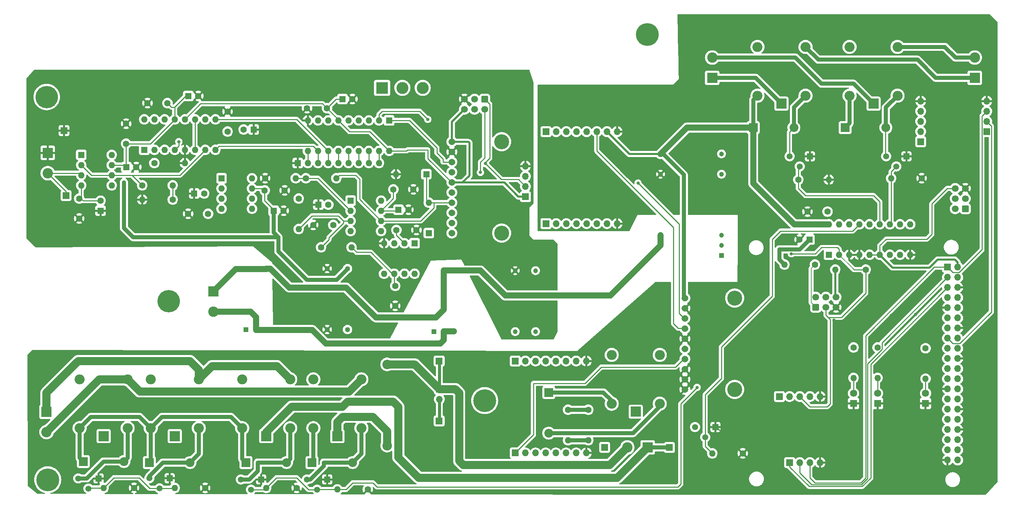
<source format=gbr>
%TF.GenerationSoftware,KiCad,Pcbnew,8.0.9-8.0.9-0~ubuntu24.04.1*%
%TF.CreationDate,2025-09-11T09:49:22+02:00*%
%TF.ProjectId,mb.2024.1.0,6d622e32-3032-4342-9e31-2e302e6b6963,rev?*%
%TF.SameCoordinates,Original*%
%TF.FileFunction,Copper,L1,Top*%
%TF.FilePolarity,Positive*%
%FSLAX46Y46*%
G04 Gerber Fmt 4.6, Leading zero omitted, Abs format (unit mm)*
G04 Created by KiCad (PCBNEW 8.0.9-8.0.9-0~ubuntu24.04.1) date 2025-09-11 09:49:22*
%MOMM*%
%LPD*%
G01*
G04 APERTURE LIST*
G04 Aperture macros list*
%AMRoundRect*
0 Rectangle with rounded corners*
0 $1 Rounding radius*
0 $2 $3 $4 $5 $6 $7 $8 $9 X,Y pos of 4 corners*
0 Add a 4 corners polygon primitive as box body*
4,1,4,$2,$3,$4,$5,$6,$7,$8,$9,$2,$3,0*
0 Add four circle primitives for the rounded corners*
1,1,$1+$1,$2,$3*
1,1,$1+$1,$4,$5*
1,1,$1+$1,$6,$7*
1,1,$1+$1,$8,$9*
0 Add four rect primitives between the rounded corners*
20,1,$1+$1,$2,$3,$4,$5,0*
20,1,$1+$1,$4,$5,$6,$7,0*
20,1,$1+$1,$6,$7,$8,$9,0*
20,1,$1+$1,$8,$9,$2,$3,0*%
G04 Aperture macros list end*
%TA.AperFunction,ComponentPad*%
%ADD10R,1.700000X1.700000*%
%TD*%
%TA.AperFunction,ComponentPad*%
%ADD11R,1.600000X1.600000*%
%TD*%
%TA.AperFunction,ComponentPad*%
%ADD12O,1.600000X1.600000*%
%TD*%
%TA.AperFunction,ComponentPad*%
%ADD13C,1.600000*%
%TD*%
%TA.AperFunction,ComponentPad*%
%ADD14R,2.600000X2.600000*%
%TD*%
%TA.AperFunction,ComponentPad*%
%ADD15C,2.600000*%
%TD*%
%TA.AperFunction,ComponentPad*%
%ADD16R,2.500000X2.500000*%
%TD*%
%TA.AperFunction,ComponentPad*%
%ADD17O,2.500000X2.500000*%
%TD*%
%TA.AperFunction,ComponentPad*%
%ADD18R,2.200000X2.200000*%
%TD*%
%TA.AperFunction,ComponentPad*%
%ADD19O,2.200000X2.200000*%
%TD*%
%TA.AperFunction,ComponentPad*%
%ADD20O,1.700000X1.700000*%
%TD*%
%TA.AperFunction,ComponentPad*%
%ADD21RoundRect,0.250000X0.600000X0.600000X-0.600000X0.600000X-0.600000X-0.600000X0.600000X-0.600000X0*%
%TD*%
%TA.AperFunction,ComponentPad*%
%ADD22C,1.700000*%
%TD*%
%TA.AperFunction,ComponentPad*%
%ADD23R,3.000000X3.000000*%
%TD*%
%TA.AperFunction,ComponentPad*%
%ADD24C,3.000000*%
%TD*%
%TA.AperFunction,ComponentPad*%
%ADD25RoundRect,0.250000X0.600000X-0.600000X0.600000X0.600000X-0.600000X0.600000X-0.600000X-0.600000X0*%
%TD*%
%TA.AperFunction,ComponentPad*%
%ADD26C,5.600000*%
%TD*%
%TA.AperFunction,ComponentPad*%
%ADD27R,1.300000X1.300000*%
%TD*%
%TA.AperFunction,ComponentPad*%
%ADD28C,1.300000*%
%TD*%
%TA.AperFunction,ComponentPad*%
%ADD29R,1.500000X1.500000*%
%TD*%
%TA.AperFunction,ComponentPad*%
%ADD30C,1.500000*%
%TD*%
%TA.AperFunction,ComponentPad*%
%ADD31RoundRect,0.250000X-0.600000X0.600000X-0.600000X-0.600000X0.600000X-0.600000X0.600000X0.600000X0*%
%TD*%
%TA.AperFunction,ComponentPad*%
%ADD32R,1.800000X1.800000*%
%TD*%
%TA.AperFunction,ComponentPad*%
%ADD33C,1.800000*%
%TD*%
%TA.AperFunction,ComponentPad*%
%ADD34C,5.700000*%
%TD*%
%TA.AperFunction,ComponentPad*%
%ADD35C,1.665000*%
%TD*%
%TA.AperFunction,ComponentPad*%
%ADD36C,3.750000*%
%TD*%
%TA.AperFunction,ComponentPad*%
%ADD37R,1.200000X1.200000*%
%TD*%
%TA.AperFunction,ComponentPad*%
%ADD38C,1.200000*%
%TD*%
%TA.AperFunction,ComponentPad*%
%ADD39C,2.400000*%
%TD*%
%TA.AperFunction,ComponentPad*%
%ADD40O,2.400000X2.400000*%
%TD*%
%TA.AperFunction,ViaPad*%
%ADD41C,0.800000*%
%TD*%
%TA.AperFunction,Conductor*%
%ADD42C,0.250000*%
%TD*%
%TA.AperFunction,Conductor*%
%ADD43C,0.500000*%
%TD*%
%TA.AperFunction,Conductor*%
%ADD44C,1.000000*%
%TD*%
%TA.AperFunction,Conductor*%
%ADD45C,1.500000*%
%TD*%
%TA.AperFunction,Conductor*%
%ADD46C,0.200000*%
%TD*%
%TA.AperFunction,Conductor*%
%ADD47C,2.000000*%
%TD*%
%TA.AperFunction,Conductor*%
%ADD48C,0.750000*%
%TD*%
G04 APERTURE END LIST*
D10*
%TO.P,J18,1,Pin_1*%
%TO.N,/Vmn_measurement/Electrode_M*%
X26162000Y-77978000D03*
%TD*%
D11*
%TO.P,U9,1,VOS*%
%TO.N,unconnected-(U9-VOS-Pad1)*%
X65034000Y-73670000D03*
D12*
%TO.P,U9,2,-*%
%TO.N,Net-(U9--)*%
X65034000Y-76210000D03*
%TO.P,U9,3,+*%
%TO.N,Net-(U9-+)*%
X65034000Y-78750000D03*
%TO.P,U9,4,V-*%
%TO.N,-12V_A*%
X65034000Y-81290000D03*
%TO.P,U9,5,NC*%
%TO.N,unconnected-(U9-NC-Pad5)*%
X72654000Y-81290000D03*
%TO.P,U9,6*%
%TO.N,Net-(U9--)*%
X72654000Y-78750000D03*
%TO.P,U9,7,V+*%
%TO.N,+12V_A*%
X72654000Y-76210000D03*
%TO.P,U9,8,VOS*%
%TO.N,unconnected-(U9-VOS-Pad8)*%
X72654000Y-73670000D03*
%TD*%
D11*
%TO.P,C21,1*%
%TO.N,GNDA*%
X73064379Y-61468000D03*
D13*
%TO.P,C21,2*%
%TO.N,-12V_A*%
X70564379Y-61468000D03*
%TD*%
%TO.P,R6,1*%
%TO.N,GNDD*%
X43180000Y-151130000D03*
D12*
%TO.P,R6,2*%
%TO.N,GP1*%
X35560000Y-151130000D03*
%TD*%
D14*
%TO.P,J1,1,Pin_1*%
%TO.N,/Relay_switch_DPS/out_12v_DPS*%
X253305000Y-48545000D03*
D15*
%TO.P,J1,2,Pin_2*%
%TO.N,/Relay_switch_DPS/out_GND_DPS*%
X253305000Y-43465000D03*
%TD*%
D13*
%TO.P,R1,1*%
%TO.N,GNDD*%
X240030000Y-73660000D03*
D12*
%TO.P,R1,2*%
%TO.N,GP2*%
X232410000Y-73660000D03*
%TD*%
D13*
%TO.P,R4,1*%
%TO.N,Net-(U6--)*%
X86106000Y-73660000D03*
D12*
%TO.P,R4,2*%
%TO.N,Net-(D5-A)*%
X93726000Y-73660000D03*
%TD*%
D14*
%TO.P,J9,1,Pin_1*%
%TO.N,+12V_TX_bat*%
X187695000Y-48545000D03*
D15*
%TO.P,J9,2,Pin_2*%
%TO.N,GND_TX_bat*%
X187695000Y-43465000D03*
%TD*%
D16*
%TO.P,K6,1*%
%TO.N,Net-(J14-Pin_2)*%
X93980000Y-138167500D03*
D17*
%TO.P,K6,2*%
%TO.N,Net-(D8-A)*%
X99980000Y-136167500D03*
%TO.P,K6,3*%
%TO.N,/Current_injection_and_measurement/B*%
X99980000Y-123967500D03*
%TO.P,K6,4*%
%TO.N,unconnected-(K6-Pad4)*%
X87980000Y-123967500D03*
%TO.P,K6,5*%
%TO.N,5VD*%
X87980000Y-136167500D03*
%TD*%
D13*
%TO.P,R3,1*%
%TO.N,Net-(U6-+)*%
X89916000Y-90932000D03*
D12*
%TO.P,R3,2*%
%TO.N,Net-(U7-VOUT)*%
X97536000Y-90932000D03*
%TD*%
D16*
%TO.P,K1,1*%
%TO.N,GND_TX_bat*%
X228000000Y-55000000D03*
D17*
%TO.P,K1,2*%
%TO.N,Net-(D1-A)*%
X234000000Y-53000000D03*
%TO.P,K1,3*%
%TO.N,/Relay_switch_DPS/out_GND_DPS*%
X234000000Y-40800000D03*
%TO.P,K1,4*%
%TO.N,unconnected-(K1-Pad4)*%
X222000000Y-40800000D03*
%TO.P,K1,5*%
%TO.N,5VD*%
X222000000Y-53000000D03*
%TD*%
D10*
%TO.P,J20,1,Pin_1*%
%TO.N,Net-(J14-Pin_2)*%
X119430000Y-134380000D03*
%TD*%
D16*
%TO.P,K4,1*%
%TO.N,/Current_injection_and_measurement/Input_DPS_+_alim*%
X76200000Y-138167500D03*
D17*
%TO.P,K4,2*%
%TO.N,Net-(D4-A)*%
X82200000Y-136167500D03*
%TO.P,K4,3*%
%TO.N,/Current_injection_and_measurement/A*%
X82200000Y-123967500D03*
%TO.P,K4,4*%
%TO.N,unconnected-(K4-Pad4)*%
X70200000Y-123967500D03*
%TO.P,K4,5*%
%TO.N,5VD*%
X70200000Y-136167500D03*
%TD*%
D11*
%TO.P,U7,1,NC*%
%TO.N,unconnected-(U7-NC-Pad1)*%
X113274000Y-89926000D03*
D12*
%TO.P,U7,2,VIN*%
%TO.N,+12V_A*%
X110734000Y-89926000D03*
%TO.P,U7,3,TEMP*%
%TO.N,unconnected-(U7-TEMP-Pad3)*%
X108194000Y-89926000D03*
%TO.P,U7,4,GND*%
%TO.N,GNDA*%
X105654000Y-89926000D03*
%TO.P,U7,5,TRIM*%
%TO.N,unconnected-(U7-TRIM-Pad5)*%
X105654000Y-97546000D03*
%TO.P,U7,6,VOUT*%
%TO.N,Net-(U7-VOUT)*%
X108194000Y-97546000D03*
%TO.P,U7,7,NC*%
%TO.N,unconnected-(U7-NC-Pad7)*%
X110734000Y-97546000D03*
%TO.P,U7,8,NC*%
%TO.N,unconnected-(U7-NC-Pad8)*%
X113274000Y-97546000D03*
%TD*%
D11*
%TO.P,D5,1,K*%
%TO.N,5VA*%
X116840000Y-87376000D03*
D12*
%TO.P,D5,2,A*%
%TO.N,Net-(D5-A)*%
X116840000Y-79756000D03*
%TD*%
D18*
%TO.P,D4,1,K*%
%TO.N,5VD*%
X71120000Y-144780000D03*
D19*
%TO.P,D4,2,A*%
%TO.N,Net-(D4-A)*%
X81280000Y-144780000D03*
%TD*%
D13*
%TO.P,R2,1*%
%TO.N,GP3*%
X209190000Y-74000000D03*
D12*
%TO.P,R2,2*%
%TO.N,GNDD*%
X216810000Y-74000000D03*
%TD*%
D10*
%TO.P,J26,1,Pin_1*%
%TO.N,unconnected-(J26-Pin_1-Pad1)*%
X204475000Y-128270000D03*
D20*
%TO.P,J26,2,Pin_2*%
%TO.N,SCL1*%
X207015000Y-128270000D03*
%TO.P,J26,3,Pin_3*%
%TO.N,SDA1*%
X209555000Y-128270000D03*
%TO.P,J26,4,Pin_4*%
%TO.N,5VD*%
X212095000Y-128270000D03*
%TO.P,J26,5,Pin_5*%
%TO.N,GNDD*%
X214635000Y-128270000D03*
%TD*%
D11*
%TO.P,U2,1,VOS*%
%TO.N,unconnected-(U2-VOS-Pad1)*%
X29972000Y-67818000D03*
D12*
%TO.P,U2,2,-*%
%TO.N,Net-(U2--)*%
X29972000Y-70358000D03*
%TO.P,U2,3,+*%
%TO.N,/Vmn_measurement/Electrode_M*%
X29972000Y-72898000D03*
%TO.P,U2,4,V-*%
%TO.N,-12V_A*%
X29972000Y-75438000D03*
%TO.P,U2,5,NC*%
%TO.N,unconnected-(U2-NC-Pad5)*%
X37592000Y-75438000D03*
%TO.P,U2,6*%
%TO.N,Net-(U2--)*%
X37592000Y-72898000D03*
%TO.P,U2,7,V+*%
%TO.N,+12V_A*%
X37592000Y-70358000D03*
%TO.P,U2,8,VOS*%
%TO.N,unconnected-(U2-VOS-Pad8)*%
X37592000Y-67818000D03*
%TD*%
D13*
%TO.P,R12,1*%
%TO.N,GP6*%
X229000000Y-116000000D03*
D12*
%TO.P,R12,2*%
%TO.N,Net-(LED11-OHMPI-STACK1-A)*%
X229000000Y-123620000D03*
%TD*%
D14*
%TO.P,J11,1,Pin_1*%
%TO.N,GNDA*%
X21590000Y-67310000D03*
D15*
%TO.P,J11,2,Pin_2*%
%TO.N,/Vmn_measurement/Electrode_M*%
X21590000Y-72390000D03*
%TD*%
D10*
%TO.P,J4,1,Pin_1*%
%TO.N,unconnected-(J4-Pin_1-Pad1)*%
X146125000Y-85000000D03*
D20*
%TO.P,J4,2,Pin_2*%
%TO.N,unconnected-(J4-Pin_2-Pad2)*%
X148665000Y-85000000D03*
%TO.P,J4,3,Pin_3*%
%TO.N,unconnected-(J4-Pin_3-Pad3)*%
X151205000Y-85000000D03*
%TO.P,J4,4,Pin_4*%
%TO.N,unconnected-(J4-Pin_4-Pad4)*%
X153745000Y-85000000D03*
%TO.P,J4,5,Pin_5*%
%TO.N,unconnected-(J4-Pin_5-Pad5)*%
X156285000Y-85000000D03*
%TO.P,J4,6,Pin_6*%
%TO.N,unconnected-(J4-Pin_6-Pad6)*%
X158825000Y-85000000D03*
%TO.P,J4,7,Pin_7*%
%TO.N,unconnected-(J4-Pin_7-Pad7)*%
X161365000Y-85000000D03*
%TO.P,J4,8,Pin_8*%
%TO.N,GNDD*%
X163905000Y-85000000D03*
%TD*%
D13*
%TO.P,R13,1*%
%TO.N,GP7*%
X223000000Y-116000000D03*
D12*
%TO.P,R13,2*%
%TO.N,Net-(LED12-LOW-TX-BATTERY1-A)*%
X223000000Y-123620000D03*
%TD*%
D10*
%TO.P,J6,1,Pin_1*%
%TO.N,unconnected-(J6-Pin_1-Pad1)*%
X146125000Y-62000000D03*
D20*
%TO.P,J6,2,Pin_2*%
%TO.N,unconnected-(J6-Pin_2-Pad2)*%
X148665000Y-62000000D03*
%TO.P,J6,3,Pin_3*%
%TO.N,unconnected-(J6-Pin_3-Pad3)*%
X151205000Y-62000000D03*
%TO.P,J6,4,Pin_4*%
%TO.N,unconnected-(J6-Pin_4-Pad4)*%
X153745000Y-62000000D03*
%TO.P,J6,5,Pin_5*%
%TO.N,SCL1*%
X156285000Y-62000000D03*
%TO.P,J6,6,Pin_6*%
%TO.N,SDA1*%
X158825000Y-62000000D03*
%TO.P,J6,7,Pin_7*%
%TO.N,5VD*%
X161365000Y-62000000D03*
%TO.P,J6,8,Pin_8*%
%TO.N,GNDD*%
X163905000Y-62000000D03*
%TD*%
D10*
%TO.P,J22,1,Pin_1*%
%TO.N,5VA*%
X141000000Y-78250000D03*
D20*
%TO.P,J22,2,Pin_2*%
%TO.N,SCL2*%
X141000000Y-75710000D03*
%TO.P,J22,3,Pin_3*%
%TO.N,SDA2*%
X141000000Y-73170000D03*
%TO.P,J22,4,Pin_4*%
%TO.N,GNDA*%
X141000000Y-70630000D03*
%TD*%
D13*
%TO.P,C4,1*%
%TO.N,-12V_A*%
X29464000Y-78730000D03*
%TO.P,C4,2*%
%TO.N,GNDA*%
X29464000Y-83730000D03*
%TD*%
D21*
%TO.P,J13,1,Pin_1*%
%TO.N,SCL3*%
X250942500Y-81285000D03*
D22*
%TO.P,J13,2,Pin_2*%
%TO.N,unconnected-(J13-Pin_2-Pad2)*%
X248402500Y-81285000D03*
%TO.P,J13,3,Pin_3*%
%TO.N,SDA3*%
X250942500Y-78745000D03*
%TO.P,J13,4,Pin_4*%
%TO.N,unconnected-(J13-Pin_4-Pad4)*%
X248402500Y-78745000D03*
%TO.P,J13,5,Pin_5*%
%TO.N,GNDD*%
X250942500Y-76205000D03*
%TO.P,J13,6,Pin_6*%
%TO.N,5VD*%
X248402500Y-76205000D03*
%TD*%
D11*
%TO.P,U1,1,SCL*%
%TO.N,SCL1*%
X216850000Y-92800000D03*
D12*
%TO.P,U1,2,SDA*%
%TO.N,SDA1*%
X219390000Y-92800000D03*
%TO.P,U1,3,A2*%
%TO.N,GNDD*%
X221930000Y-92800000D03*
%TO.P,U1,4,A1*%
X224470000Y-92800000D03*
%TO.P,U1,5,A0*%
%TO.N,5VD*%
X227010000Y-92800000D03*
%TO.P,U1,6,~{RESET}*%
X229550000Y-92800000D03*
%TO.P,U1,7,NC*%
%TO.N,unconnected-(U1-NC-Pad7)*%
X232090000Y-92800000D03*
%TO.P,U1,8,INT*%
%TO.N,unconnected-(U1-INT-Pad8)*%
X234630000Y-92800000D03*
%TO.P,U1,9,VSS*%
%TO.N,GNDD*%
X237170000Y-92800000D03*
%TO.P,U1,10,GP0*%
%TO.N,GP0*%
X237170000Y-85180000D03*
%TO.P,U1,11,GP1*%
%TO.N,GP1*%
X234630000Y-85180000D03*
%TO.P,U1,12,GP2*%
%TO.N,GP2*%
X232090000Y-85180000D03*
%TO.P,U1,13,GP3*%
%TO.N,GP3*%
X229550000Y-85180000D03*
%TO.P,U1,14,GP4*%
%TO.N,GP4*%
X227010000Y-85180000D03*
%TO.P,U1,15,GP5*%
%TO.N,GP5*%
X224470000Y-85180000D03*
%TO.P,U1,16,GP6*%
%TO.N,GP6*%
X221930000Y-85180000D03*
%TO.P,U1,17,GP7*%
%TO.N,GP7*%
X219390000Y-85180000D03*
%TO.P,U1,18,VDD*%
%TO.N,5VD*%
X216850000Y-85180000D03*
%TD*%
D23*
%TO.P,J27,1,Pin_1*%
%TO.N,Net-(J27-Pin_1)*%
X105156000Y-51054000D03*
D24*
%TO.P,J27,2,Pin_2*%
%TO.N,Net-(J27-Pin_2)*%
X110236000Y-51054000D03*
%TO.P,J27,3,Pin_3*%
%TO.N,Net-(J27-Pin_3)*%
X115316000Y-51054000D03*
%TD*%
D25*
%TO.P,J8,1,Pin_1*%
%TO.N,SCL1*%
X213560000Y-105937500D03*
D22*
%TO.P,J8,2,Pin_2*%
%TO.N,unconnected-(J8-Pin_2-Pad2)*%
X213560000Y-103397500D03*
%TO.P,J8,3,Pin_3*%
%TO.N,SDA1*%
X216100000Y-105937500D03*
%TO.P,J8,4,Pin_4*%
%TO.N,unconnected-(J8-Pin_4-Pad4)*%
X216100000Y-103397500D03*
%TO.P,J8,5,Pin_5*%
%TO.N,GNDD*%
X218640000Y-105937500D03*
%TO.P,J8,6,Pin_6*%
%TO.N,5VD*%
X218640000Y-103397500D03*
%TD*%
D26*
%TO.P,REF04,1*%
%TO.N,N/C*%
X51816000Y-104394000D03*
%TD*%
D27*
%TO.P,PS1,1,ON/OFF*%
%TO.N,unconnected-(PS1-ON{slash}OFF-Pad1)*%
X71120000Y-111506000D03*
D28*
%TO.P,PS1,2,-VIN(GND)*%
%TO.N,GNDPWR*%
X73660000Y-111506000D03*
%TO.P,PS1,3,-VIN(GND)*%
X76200000Y-111506000D03*
%TO.P,PS1,9,COMMON*%
%TO.N,GNDA*%
X91440000Y-111506000D03*
%TO.P,PS1,11,-VOUT*%
%TO.N,-12V_A*%
X96520000Y-111506000D03*
%TO.P,PS1,14,+VOUT*%
%TO.N,+12V_A*%
X96520000Y-96266000D03*
%TO.P,PS1,16,COMMON*%
%TO.N,GNDA*%
X91440000Y-96266000D03*
%TO.P,PS1,22,+VIN(VCC)*%
%TO.N,+12V*%
X76200000Y-96266000D03*
%TO.P,PS1,23,+VIN(VCC)*%
X73660000Y-96266000D03*
%TD*%
D10*
%TO.P,J14,1,Pin_1*%
%TO.N,/Current_injection_and_measurement/Input_DPS_GND_alim*%
X119475000Y-126395000D03*
D20*
%TO.P,J14,2,Pin_2*%
%TO.N,Net-(J14-Pin_2)*%
X119475000Y-128935000D03*
%TD*%
D13*
%TO.P,R19,1*%
%TO.N,Net-(R19-Pad1)*%
X48245000Y-69860000D03*
D12*
%TO.P,R19,2*%
%TO.N,GNDA*%
X55865000Y-69860000D03*
%TD*%
D29*
%TO.P,Q6,1,D*%
%TO.N,GNDD*%
X91450000Y-149010000D03*
D30*
%TO.P,Q6,2,G*%
%TO.N,GP0*%
X88910000Y-151550000D03*
%TO.P,Q6,3,S*%
%TO.N,Net-(D8-A)*%
X86370000Y-149010000D03*
%TD*%
D31*
%TO.P,J24,1,Pin_1*%
%TO.N,SCL2*%
X130810000Y-53857500D03*
D22*
%TO.P,J24,2,Pin_2*%
%TO.N,SDA2*%
X130810000Y-56397500D03*
%TO.P,J24,3,Pin_3*%
%TO.N,unconnected-(J24-Pin_3-Pad3)*%
X128270000Y-53857500D03*
%TO.P,J24,4,Pin_4*%
%TO.N,unconnected-(J24-Pin_4-Pad4)*%
X128270000Y-56397500D03*
%TO.P,J24,5,Pin_5*%
%TO.N,GNDA*%
X125730000Y-53857500D03*
%TO.P,J24,6,Pin_6*%
%TO.N,5VA*%
X125730000Y-56397500D03*
%TD*%
D11*
%TO.P,C6,1*%
%TO.N,GNDA*%
X34788000Y-81778000D03*
D13*
%TO.P,C6,2*%
%TO.N,-12V_A*%
X34788000Y-79278000D03*
%TD*%
D29*
%TO.P,Q7,1,D*%
%TO.N,GNDD*%
X188468000Y-135890000D03*
D30*
%TO.P,Q7,2,G*%
%TO.N,GP5*%
X185928000Y-138430000D03*
%TO.P,Q7,3,S*%
%TO.N,Net-(D9-A)*%
X183388000Y-135890000D03*
%TD*%
D14*
%TO.P,J3,1,Pin_1*%
%TO.N,/Current_injection_and_measurement/A*%
X21285000Y-132075000D03*
D15*
%TO.P,J3,2,Pin_2*%
%TO.N,/Current_injection_and_measurement/B*%
X21285000Y-137155000D03*
%TD*%
D11*
%TO.P,D6,1,K*%
%TO.N,Net-(D5-A)*%
X116232077Y-72644000D03*
D12*
%TO.P,D6,2,A*%
%TO.N,GNDA*%
X108612077Y-72644000D03*
%TD*%
D29*
%TO.P,Q5,1,D*%
%TO.N,GNDD*%
X52080000Y-148700000D03*
D30*
%TO.P,Q5,2,G*%
%TO.N,GP1*%
X49540000Y-151240000D03*
%TO.P,Q5,3,S*%
%TO.N,Net-(D7-A)*%
X47000000Y-148700000D03*
%TD*%
D29*
%TO.P,Q1,1,D*%
%TO.N,GNDD*%
X236230000Y-68160000D03*
D30*
%TO.P,Q1,2,G*%
%TO.N,GP2*%
X233690000Y-70700000D03*
%TO.P,Q1,3,S*%
%TO.N,Net-(D1-A)*%
X231150000Y-68160000D03*
%TD*%
D13*
%TO.P,R15,1*%
%TO.N,GNDD*%
X60960000Y-151130000D03*
D12*
%TO.P,R15,2*%
%TO.N,GP1*%
X53340000Y-151130000D03*
%TD*%
D13*
%TO.P,R23,1*%
%TO.N,Net-(U2--)*%
X45212000Y-75438000D03*
D12*
%TO.P,R23,2*%
%TO.N,Net-(R23-Pad2)*%
X52832000Y-75438000D03*
%TD*%
D13*
%TO.P,C15,1*%
%TO.N,+12V_A*%
X75819621Y-76708000D03*
%TO.P,C15,2*%
%TO.N,GNDA*%
X80819621Y-76708000D03*
%TD*%
%TO.P,C5,1*%
%TO.N,+12V_A*%
X41178000Y-65014000D03*
%TO.P,C5,2*%
%TO.N,GNDA*%
X41178000Y-60014000D03*
%TD*%
D11*
%TO.P,C2,1*%
%TO.N,5VD*%
X212000000Y-89000000D03*
D13*
%TO.P,C2,2*%
%TO.N,GNDD*%
X209500000Y-89000000D03*
%TD*%
D14*
%TO.P,J2,1,Pin_1*%
%TO.N,/Current_injection_and_measurement/Input_DPS_+_alim*%
X171545000Y-141000000D03*
D15*
%TO.P,J2,2,Pin_2*%
%TO.N,/Current_injection_and_measurement/Input_DPS_GND_alim*%
X166465000Y-141000000D03*
%TD*%
D11*
%TO.P,C3,1*%
%TO.N,+12V_A*%
X41235621Y-70866000D03*
D13*
%TO.P,C3,2*%
%TO.N,GNDA*%
X43735621Y-70866000D03*
%TD*%
%TO.P,R18,1*%
%TO.N,SDA1*%
X226060000Y-96520000D03*
D12*
%TO.P,R18,2*%
%TO.N,5VD*%
X218440000Y-96520000D03*
%TD*%
D11*
%TO.P,RN1,1,common*%
%TO.N,GNDA*%
X84074000Y-69850000D03*
D12*
%TO.P,RN1,2,R1*%
%TO.N,MNGP0*%
X86614000Y-69850000D03*
%TO.P,RN1,3,R2*%
%TO.N,MNGP1*%
X89154000Y-69850000D03*
%TO.P,RN1,4,R3*%
%TO.N,MNGP2*%
X91694000Y-69850000D03*
%TO.P,RN1,5,R4*%
%TO.N,Net-(RN1-R4)*%
X94234000Y-69850000D03*
%TO.P,RN1,6,R5*%
%TO.N,Net-(RN1-R5)*%
X96774000Y-69850000D03*
%TO.P,RN1,7,R6*%
%TO.N,Net-(RN1-R6)*%
X99314000Y-69850000D03*
%TO.P,RN1,8,R7*%
%TO.N,Net-(RN1-R7)*%
X101854000Y-69850000D03*
%TO.P,RN1,9,R8*%
%TO.N,Net-(RN1-R8)*%
X104394000Y-69850000D03*
%TD*%
D13*
%TO.P,R17,1*%
%TO.N,SCL1*%
X213360000Y-95250000D03*
D12*
%TO.P,R17,2*%
%TO.N,5VD*%
X205740000Y-95250000D03*
%TD*%
D13*
%TO.P,C22,1*%
%TO.N,Net-(U7-VOUT)*%
X108458000Y-100584000D03*
%TO.P,C22,2*%
%TO.N,GNDA*%
X108458000Y-105584000D03*
%TD*%
%TO.P,R5,1*%
%TO.N,Net-(U9--)*%
X84328000Y-78740000D03*
D12*
%TO.P,R5,2*%
%TO.N,Net-(U6-+)*%
X84328000Y-86360000D03*
%TD*%
D26*
%TO.P,REF05,1*%
%TO.N,N/C*%
X21336000Y-53340000D03*
%TD*%
D11*
%TO.P,C5,1*%
%TO.N,+12V_A*%
X109260000Y-81534000D03*
D13*
%TO.P,C5,2*%
%TO.N,GNDA*%
X111760000Y-81534000D03*
%TD*%
D32*
%TO.P,LED9-OHMPI-RUN-1,1,K*%
%TO.N,GNDD*%
X241000000Y-130000000D03*
D33*
%TO.P,LED9-OHMPI-RUN-1,2,A*%
%TO.N,Net-(LED9-OHMPI-RUN-1-A)*%
X241000000Y-127460000D03*
%TD*%
D18*
%TO.P,D7,1,K*%
%TO.N,5VD*%
X46990000Y-144780000D03*
D19*
%TO.P,D7,2,A*%
%TO.N,Net-(D7-A)*%
X57150000Y-144780000D03*
%TD*%
D18*
%TO.P,D2,1,K*%
%TO.N,5VD*%
X197920000Y-61000000D03*
D19*
%TO.P,D2,2,A*%
%TO.N,Net-(D2-A)*%
X208080000Y-61000000D03*
%TD*%
D13*
%TO.P,R7,1*%
%TO.N,GNDD*%
X83820000Y-151130000D03*
D12*
%TO.P,R7,2*%
%TO.N,GP0*%
X76200000Y-151130000D03*
%TD*%
D34*
%TO.P,REF\u002A\u002A,1*%
%TO.N,N/C*%
X21590000Y-149098000D03*
%TD*%
D35*
%TO.P,U5,1,A3*%
%TO.N,GNDD*%
X180848000Y-126492000D03*
%TO.P,U5,2,A2*%
X180848000Y-123952000D03*
%TO.P,U5,3,A1*%
X180848000Y-121412000D03*
%TO.P,U5,4,A0*%
%TO.N,AN*%
X180848000Y-118872000D03*
%TO.P,U5,5,ALRT*%
%TO.N,unconnected-(U5-ALRT-Pad5)*%
X180848000Y-116332000D03*
%TO.P,U5,6,ADDR*%
%TO.N,GNDD*%
X180848000Y-113792000D03*
%TO.P,U5,7,SDA*%
%TO.N,SDA1*%
X180848000Y-111252000D03*
%TO.P,U5,8,SCL*%
%TO.N,SCL1*%
X180848000Y-108712000D03*
%TO.P,U5,9,GND*%
%TO.N,GNDD*%
X180848000Y-106172000D03*
%TO.P,U5,10,VDD*%
%TO.N,5VD*%
X180848000Y-103632000D03*
D36*
%TO.P,U5,MH1,MH1*%
%TO.N,unconnected-(U5-PadMH1)*%
X193294000Y-103632000D03*
%TO.P,U5,MH2,MH2*%
%TO.N,unconnected-(U5-PadMH2)*%
X193294000Y-126492000D03*
%TD*%
D13*
%TO.P,R9,1*%
%TO.N,GNDD*%
X195326000Y-142494000D03*
D12*
%TO.P,R9,2*%
%TO.N,GP5*%
X187706000Y-142494000D03*
%TD*%
D10*
%TO.P,J12,1,Pin_1*%
%TO.N,AN*%
X138430000Y-142380000D03*
D20*
%TO.P,J12,2,Pin_2*%
%TO.N,unconnected-(J12-Pin_2-Pad2)*%
X140970000Y-142380000D03*
%TO.P,J12,3,Pin_3*%
%TO.N,unconnected-(J12-Pin_3-Pad3)*%
X143510000Y-142380000D03*
%TO.P,J12,4,Pin_4*%
%TO.N,unconnected-(J12-Pin_4-Pad4)*%
X146050000Y-142380000D03*
%TO.P,J12,5,Pin_5*%
%TO.N,unconnected-(J12-Pin_5-Pad5)*%
X148590000Y-142380000D03*
%TO.P,J12,6,Pin_6*%
%TO.N,unconnected-(J12-Pin_6-Pad6)*%
X151130000Y-142380000D03*
%TO.P,J12,7,Pin_7*%
%TO.N,unconnected-(J12-Pin_7-Pad7)*%
X153670000Y-142380000D03*
%TO.P,J12,8,Pin_8*%
%TO.N,GNDD*%
X156210000Y-142380000D03*
%TD*%
D11*
%TO.P,C12,1*%
%TO.N,+12V_A*%
X56729621Y-53086000D03*
D13*
%TO.P,C12,2*%
%TO.N,GNDA*%
X59229621Y-53086000D03*
%TD*%
D10*
%TO.P,J17,1,Pin_1*%
%TO.N,/Current_injection_and_measurement/Input_DPS_GND_alim*%
X119430000Y-119380000D03*
%TD*%
D18*
%TO.P,D8,1,K*%
%TO.N,5VD*%
X87630000Y-144780000D03*
D19*
%TO.P,D8,2,A*%
%TO.N,Net-(D8-A)*%
X97790000Y-144780000D03*
%TD*%
D18*
%TO.P,D1,1,K*%
%TO.N,5VD*%
X220920000Y-61000000D03*
D19*
%TO.P,D1,2,A*%
%TO.N,Net-(D1-A)*%
X231080000Y-61000000D03*
%TD*%
D10*
%TO.P,J19,1,Pin_1*%
%TO.N,GNDA*%
X25654000Y-61722000D03*
%TD*%
D37*
%TO.P,PS3,1,REMOTE_ON/OFF*%
%TO.N,unconnected-(PS3-REMOTE_ON{slash}OFF-Pad1)*%
X189992000Y-92964000D03*
D38*
%TO.P,PS3,2,-VIN_(GND)_1*%
%TO.N,GNDPWR*%
X189992000Y-90424000D03*
%TO.P,PS3,3,-VIN_(GND)_2*%
X189992000Y-87884000D03*
%TO.P,PS3,9,NC*%
%TO.N,unconnected-(PS3-NC-Pad9)*%
X189992000Y-72644000D03*
%TO.P,PS3,11,NC.*%
%TO.N,unconnected-(PS3-NC.-Pad11)*%
X189992000Y-67564000D03*
%TO.P,PS3,14,+VOUT*%
%TO.N,5VD*%
X174752000Y-67564000D03*
%TO.P,PS3,16,-VOUT*%
%TO.N,GNDD*%
X174752000Y-72644000D03*
%TO.P,PS3,22,+VIN_(VCC)_1*%
%TO.N,+12V*%
X174752000Y-87884000D03*
%TO.P,PS3,23,+VIN_(VCC)_2*%
X174752000Y-90424000D03*
%TD*%
D11*
%TO.P,U8,1,SCL*%
%TO.N,SCL2*%
X106924000Y-59192000D03*
D12*
%TO.P,U8,2,SDA*%
%TO.N,SDA2*%
X104384000Y-59192000D03*
%TO.P,U8,3,A2*%
%TO.N,5VA*%
X101844000Y-59192000D03*
%TO.P,U8,4,A1*%
X99304000Y-59192000D03*
%TO.P,U8,5,A0*%
X96764000Y-59192000D03*
%TO.P,U8,6,~{RESET}*%
X94224000Y-59192000D03*
%TO.P,U8,7,NC*%
%TO.N,unconnected-(U8-NC-Pad7)*%
X91684000Y-59192000D03*
%TO.P,U8,8,INT*%
%TO.N,unconnected-(U8-INT-Pad8)*%
X89144000Y-59192000D03*
%TO.P,U8,9,VSS*%
%TO.N,GNDA*%
X86604000Y-59192000D03*
%TO.P,U8,10,GP0*%
%TO.N,MNGP0*%
X86604000Y-66812000D03*
%TO.P,U8,11,GP1*%
%TO.N,MNGP1*%
X89144000Y-66812000D03*
%TO.P,U8,12,GP2*%
%TO.N,MNGP2*%
X91684000Y-66812000D03*
%TO.P,U8,13,GP3*%
%TO.N,Net-(RN1-R4)*%
X94224000Y-66812000D03*
%TO.P,U8,14,GP4*%
%TO.N,Net-(RN1-R5)*%
X96764000Y-66812000D03*
%TO.P,U8,15,GP5*%
%TO.N,Net-(RN1-R6)*%
X99304000Y-66812000D03*
%TO.P,U8,16,GP6*%
%TO.N,Net-(RN1-R7)*%
X101844000Y-66812000D03*
%TO.P,U8,17,GP7*%
%TO.N,Net-(RN1-R8)*%
X104384000Y-66812000D03*
%TO.P,U8,18,VDD*%
%TO.N,5VA*%
X106924000Y-66812000D03*
%TD*%
D32*
%TO.P,LED11-OHMPI-STACK1,1,K*%
%TO.N,GNDD*%
X229000000Y-130000000D03*
D33*
%TO.P,LED11-OHMPI-STACK1,2,A*%
%TO.N,Net-(LED11-OHMPI-STACK1-A)*%
X229000000Y-127460000D03*
%TD*%
D29*
%TO.P,Q4,1,D*%
%TO.N,GNDD*%
X74940000Y-149010000D03*
D30*
%TO.P,Q4,2,G*%
%TO.N,GP0*%
X72400000Y-151550000D03*
%TO.P,Q4,3,S*%
%TO.N,Net-(D4-A)*%
X69860000Y-149010000D03*
%TD*%
D18*
%TO.P,D3,1,K*%
%TO.N,5VD*%
X30480000Y-144517500D03*
D19*
%TO.P,D3,2,A*%
%TO.N,Net-(D3-A)*%
X40640000Y-144517500D03*
%TD*%
D16*
%TO.P,K2,1*%
%TO.N,+12V_TX_bat*%
X205000000Y-55000000D03*
D17*
%TO.P,K2,2*%
%TO.N,Net-(D2-A)*%
X211000000Y-53000000D03*
%TO.P,K2,3*%
%TO.N,/Relay_switch_DPS/out_12v_DPS*%
X211000000Y-40800000D03*
%TO.P,K2,4*%
%TO.N,unconnected-(K2-Pad4)*%
X199000000Y-40800000D03*
%TO.P,K2,5*%
%TO.N,5VD*%
X199000000Y-53000000D03*
%TD*%
D11*
%TO.P,C14,1*%
%TO.N,5VA*%
X95250000Y-53848000D03*
D13*
%TO.P,C14,2*%
%TO.N,GNDA*%
X97750000Y-53848000D03*
%TD*%
D16*
%TO.P,K7,1*%
%TO.N,Net-(K7-Pad1)*%
X168560000Y-132056000D03*
D17*
%TO.P,K7,2*%
%TO.N,Net-(D9-A)*%
X174560000Y-130056000D03*
%TO.P,K7,3*%
%TO.N,/Current_injection_and_measurement/Input_DPS_+_alim*%
X174560000Y-117856000D03*
%TO.P,K7,4*%
%TO.N,unconnected-(K7-Pad4)*%
X162560000Y-117856000D03*
%TO.P,K7,5*%
%TO.N,5VD*%
X162560000Y-130056000D03*
%TD*%
D34*
%TO.P,REF\u002A\u002A,1*%
%TO.N,N/C*%
X171480000Y-37690000D03*
%TD*%
D13*
%TO.P,R11,1*%
%TO.N,Net-(K7-Pad1)*%
X151638000Y-131572000D03*
D12*
%TO.P,R11,2*%
%TO.N,/Current_injection_and_measurement/Input_DPS_GND_alim*%
X151638000Y-139192000D03*
%TD*%
D13*
%TO.P,C11,1*%
%TO.N,+12V_A*%
X108752000Y-86614000D03*
%TO.P,C11,2*%
%TO.N,GNDA*%
X113752000Y-86614000D03*
%TD*%
%TO.P,C17,1*%
%TO.N,-12V_A*%
X61682000Y-82550000D03*
%TO.P,C17,2*%
%TO.N,GNDA*%
X56682000Y-82550000D03*
%TD*%
%TO.P,C7,1*%
%TO.N,+12V_A*%
X107990000Y-76454000D03*
%TO.P,C7,2*%
%TO.N,GNDA*%
X112990000Y-76454000D03*
%TD*%
D10*
%TO.P,J23,1,Pin_1*%
%TO.N,unconnected-(J23-Pin_1-Pad1)*%
X239776000Y-64511000D03*
D20*
%TO.P,J23,2,Pin_2*%
%TO.N,SCL3*%
X239776000Y-61971000D03*
%TO.P,J23,3,Pin_3*%
%TO.N,SDA3*%
X239776000Y-59431000D03*
%TO.P,J23,4,Pin_4*%
%TO.N,5VD*%
X239776000Y-56891000D03*
%TO.P,J23,5,Pin_5*%
%TO.N,GNDD*%
X239776000Y-54351000D03*
%TD*%
D18*
%TO.P,D9,1,K*%
%TO.N,5VD*%
X146812000Y-127254000D03*
D19*
%TO.P,D9,2,A*%
%TO.N,Net-(D9-A)*%
X146812000Y-137414000D03*
%TD*%
D11*
%TO.P,C18,1*%
%TO.N,GNDA*%
X58206000Y-77470000D03*
D13*
%TO.P,C18,2*%
%TO.N,-12V_A*%
X60706000Y-77470000D03*
%TD*%
%TO.P,C13,1*%
%TO.N,5VA*%
X91400000Y-56134000D03*
%TO.P,C13,2*%
%TO.N,GNDA*%
X86400000Y-56134000D03*
%TD*%
D29*
%TO.P,Q3,1,D*%
%TO.N,GNDD*%
X34300000Y-148747500D03*
D30*
%TO.P,Q3,2,G*%
%TO.N,GP1*%
X31760000Y-151287500D03*
%TO.P,Q3,3,S*%
%TO.N,Net-(D3-A)*%
X29220000Y-148747500D03*
%TD*%
D11*
%TO.P,C16,1*%
%TO.N,+12V_A*%
X78065621Y-81788000D03*
D13*
%TO.P,C16,2*%
%TO.N,GNDA*%
X80565621Y-81788000D03*
%TD*%
D11*
%TO.P,U6,1,VOS*%
%TO.N,unconnected-(U6-VOS-Pad1)*%
X97292000Y-79258000D03*
D12*
%TO.P,U6,2,-*%
%TO.N,Net-(U6--)*%
X97292000Y-81798000D03*
%TO.P,U6,3,+*%
%TO.N,Net-(U6-+)*%
X97292000Y-84338000D03*
%TO.P,U6,4,V-*%
%TO.N,-12V_A*%
X97292000Y-86878000D03*
%TO.P,U6,5,NC*%
%TO.N,unconnected-(U6-NC-Pad5)*%
X104912000Y-86878000D03*
%TO.P,U6,6*%
%TO.N,Net-(D5-A)*%
X104912000Y-84338000D03*
%TO.P,U6,7,V+*%
%TO.N,+12V_A*%
X104912000Y-81798000D03*
%TO.P,U6,8,VOS*%
%TO.N,unconnected-(U6-VOS-Pad8)*%
X104912000Y-79258000D03*
%TD*%
D13*
%TO.P,R16,1*%
%TO.N,GNDD*%
X101600000Y-151500000D03*
D12*
%TO.P,R16,2*%
%TO.N,GP0*%
X93980000Y-151500000D03*
%TD*%
D11*
%TO.P,C10,1*%
%TO.N,GNDA*%
X89241621Y-80264000D03*
D13*
%TO.P,C10,2*%
%TO.N,-12V_A*%
X91741621Y-80264000D03*
%TD*%
%TO.P,R10,1*%
%TO.N,GP4*%
X241000000Y-116190000D03*
D12*
%TO.P,R10,2*%
%TO.N,Net-(LED9-OHMPI-RUN-1-A)*%
X241000000Y-123810000D03*
%TD*%
D13*
%TO.P,R24,1*%
%TO.N,Net-(R23-Pad2)*%
X52832000Y-78994000D03*
D12*
%TO.P,R24,2*%
%TO.N,GNDA*%
X45212000Y-78994000D03*
%TD*%
D10*
%TO.P,J10,1,Pin_1*%
%TO.N,/Current_injection_and_measurement/Input_DPS_+_alim*%
X177000000Y-141000000D03*
%TD*%
D32*
%TO.P,LED12-LOW-TX-BATTERY1,1,K*%
%TO.N,GNDD*%
X223000000Y-130000000D03*
D33*
%TO.P,LED12-LOW-TX-BATTERY1,2,A*%
%TO.N,Net-(LED12-LOW-TX-BATTERY1-A)*%
X223000000Y-127460000D03*
%TD*%
D10*
%TO.P,J25,1,Pin_1*%
%TO.N,SCL1_3V3*%
X207020000Y-144780000D03*
D20*
%TO.P,J25,2,Pin_2*%
%TO.N,SDA1_3V3*%
X209560000Y-144780000D03*
%TO.P,J25,3,Pin_3*%
%TO.N,3V3*%
X212100000Y-144780000D03*
%TO.P,J25,4,Pin_4*%
%TO.N,GNDD*%
X214640000Y-144780000D03*
%TD*%
D10*
%TO.P,J21,1,Pin_1*%
%TO.N,/Current_injection_and_measurement/Input_DPS_GND_alim*%
X160782000Y-140970000D03*
%TD*%
D13*
%TO.P,C19,1*%
%TO.N,+12V_A*%
X51522000Y-54864000D03*
%TO.P,C19,2*%
%TO.N,GNDA*%
X46522000Y-54864000D03*
%TD*%
%TO.P,C8,1*%
%TO.N,-12V_A*%
X92964000Y-85344000D03*
%TO.P,C8,2*%
%TO.N,GNDA*%
X87964000Y-85344000D03*
%TD*%
%TO.P,C20,1*%
%TO.N,-12V_A*%
X66548000Y-61976000D03*
%TO.P,C20,2*%
%TO.N,GNDA*%
X66548000Y-56976000D03*
%TD*%
D14*
%TO.P,J16,1,Pin_1*%
%TO.N,+12V*%
X63000000Y-102000000D03*
D15*
%TO.P,J16,2,Pin_2*%
%TO.N,GNDPWR*%
X63000000Y-107080000D03*
%TD*%
D13*
%TO.P,R26,1*%
%TO.N,GNDA*%
X75946000Y-73660000D03*
D12*
%TO.P,R26,2*%
%TO.N,Net-(U6--)*%
X83566000Y-73660000D03*
%TD*%
D13*
%TO.P,C1,1*%
%TO.N,5VD*%
X216500000Y-82000000D03*
%TO.P,C1,2*%
%TO.N,GNDD*%
X211500000Y-82000000D03*
%TD*%
D16*
%TO.P,K3,1*%
%TO.N,/Current_injection_and_measurement/Input_DPS_+_alim*%
X35560000Y-138167500D03*
D17*
%TO.P,K3,2*%
%TO.N,Net-(D3-A)*%
X41560000Y-136167500D03*
%TO.P,K3,3*%
%TO.N,/Current_injection_and_measurement/B*%
X41560000Y-123967500D03*
%TO.P,K3,4*%
%TO.N,unconnected-(K3-Pad4)*%
X29560000Y-123967500D03*
%TO.P,K3,5*%
%TO.N,5VD*%
X29560000Y-136167500D03*
%TD*%
D39*
%TO.P,SH1,1*%
%TO.N,Net-(J14-Pin_2)*%
X106430000Y-140540000D03*
D40*
%TO.P,SH1,2*%
%TO.N,/Current_injection_and_measurement/Input_DPS_GND_alim*%
X106430000Y-120220000D03*
%TD*%
D34*
%TO.P,REF\u002A\u002A,1*%
%TO.N,N/C*%
X130810000Y-129286000D03*
%TD*%
D35*
%TO.P,U4,1,A3*%
%TO.N,Net-(J27-Pin_1)*%
X122600000Y-87376000D03*
%TO.P,U4,2,A2*%
%TO.N,Net-(J27-Pin_2)*%
X122600000Y-84836000D03*
%TO.P,U4,3,A1*%
%TO.N,Net-(J27-Pin_3)*%
X122600000Y-82296000D03*
%TO.P,U4,4,A0*%
%TO.N,Net-(D5-A)*%
X122600000Y-79756000D03*
%TO.P,U4,5,ALRT*%
%TO.N,unconnected-(U4-ALRT-Pad5)*%
X122600000Y-77216000D03*
%TO.P,U4,6,ADDR*%
%TO.N,5VA*%
X122600000Y-74676000D03*
%TO.P,U4,7,SDA*%
%TO.N,SDA2*%
X122600000Y-72136000D03*
%TO.P,U4,8,SCL*%
%TO.N,SCL2*%
X122600000Y-69596000D03*
%TO.P,U4,9,GND*%
%TO.N,GNDA*%
X122600000Y-67056000D03*
%TO.P,U4,10,VDD*%
%TO.N,5VA*%
X122600000Y-64516000D03*
D36*
%TO.P,U4,MH1,MH1*%
%TO.N,unconnected-(U4-PadMH1)*%
X135046000Y-64516000D03*
%TO.P,U4,MH2,MH2*%
%TO.N,unconnected-(U4-PadMH2)*%
X135046000Y-87376000D03*
%TD*%
D10*
%TO.P,J15,1,Pin_1*%
%TO.N,unconnected-(J15-Pin_1-Pad1)*%
X138430000Y-119380000D03*
D20*
%TO.P,J15,2,Pin_2*%
%TO.N,unconnected-(J15-Pin_2-Pad2)*%
X140970000Y-119380000D03*
%TO.P,J15,3,Pin_3*%
%TO.N,unconnected-(J15-Pin_3-Pad3)*%
X143510000Y-119380000D03*
%TO.P,J15,4,Pin_4*%
%TO.N,unconnected-(J15-Pin_4-Pad4)*%
X146050000Y-119380000D03*
%TO.P,J15,5,Pin_5*%
%TO.N,unconnected-(J15-Pin_5-Pad5)*%
X148590000Y-119380000D03*
%TO.P,J15,6,Pin_6*%
%TO.N,unconnected-(J15-Pin_6-Pad6)*%
X151130000Y-119380000D03*
%TO.P,J15,7,Pin_7*%
%TO.N,5VD*%
X153670000Y-119380000D03*
%TO.P,J15,8,Pin_8*%
%TO.N,GNDD*%
X156210000Y-119380000D03*
%TD*%
D16*
%TO.P,K5,1*%
%TO.N,Net-(J14-Pin_2)*%
X53340000Y-138167500D03*
D17*
%TO.P,K5,2*%
%TO.N,Net-(D7-A)*%
X59340000Y-136167500D03*
%TO.P,K5,3*%
%TO.N,/Current_injection_and_measurement/A*%
X59340000Y-123967500D03*
%TO.P,K5,4*%
%TO.N,unconnected-(K5-Pad4)*%
X47340000Y-123967500D03*
%TO.P,K5,5*%
%TO.N,5VD*%
X47340000Y-136167500D03*
%TD*%
D11*
%TO.P,U10,1*%
%TO.N,MNGP0*%
X45720000Y-66548000D03*
D12*
%TO.P,U10,2*%
%TO.N,Net-(R19-Pad1)*%
X48260000Y-66548000D03*
%TO.P,U10,3*%
%TO.N,/Vmn_measurement/Electrode_M*%
X50800000Y-66548000D03*
%TO.P,U10,4,V-*%
%TO.N,-12V_A*%
X53340000Y-66548000D03*
%TO.P,U10,5,GND*%
%TO.N,GNDA*%
X55880000Y-66548000D03*
%TO.P,U10,6*%
%TO.N,Net-(U9-+)*%
X58420000Y-66548000D03*
%TO.P,U10,7*%
%TO.N,Net-(U2--)*%
X60960000Y-66548000D03*
%TO.P,U10,8*%
%TO.N,MNGP1*%
X63500000Y-66548000D03*
%TO.P,U10,9*%
%TO.N,MNGP2*%
X63500000Y-58928000D03*
%TO.P,U10,10*%
%TO.N,Net-(R23-Pad2)*%
X60960000Y-58928000D03*
%TO.P,U10,11*%
%TO.N,Net-(U9-+)*%
X58420000Y-58928000D03*
%TO.P,U10,12,VL*%
%TO.N,5VA*%
X55880000Y-58928000D03*
%TO.P,U10,13,V+*%
%TO.N,+12V_A*%
X53340000Y-58928000D03*
%TO.P,U10,14*%
%TO.N,unconnected-(U10-Pad14)*%
X50800000Y-58928000D03*
%TO.P,U10,15*%
%TO.N,unconnected-(U10-Pad15)*%
X48260000Y-58928000D03*
%TO.P,U10,16*%
%TO.N,unconnected-(U10-Pad16)*%
X45720000Y-58928000D03*
%TD*%
D37*
%TO.P,PS2,1,REMOTE_ON/OFF*%
%TO.N,unconnected-(PS2-REMOTE_ON{slash}OFF-Pad1)*%
X118110000Y-112014000D03*
D38*
%TO.P,PS2,2,-VIN_(GND)_1*%
%TO.N,GNDPWR*%
X120650000Y-112014000D03*
%TO.P,PS2,3,-VIN_(GND)_2*%
X123190000Y-112014000D03*
%TO.P,PS2,9,NC*%
%TO.N,unconnected-(PS2-NC-Pad9)*%
X138430000Y-112014000D03*
%TO.P,PS2,11,NC.*%
%TO.N,unconnected-(PS2-NC.-Pad11)*%
X143510000Y-112014000D03*
%TO.P,PS2,14,+VOUT*%
%TO.N,5VA*%
X143510000Y-96774000D03*
%TO.P,PS2,16,-VOUT*%
%TO.N,GNDA*%
X138430000Y-96774000D03*
%TO.P,PS2,22,+VIN_(VCC)_1*%
%TO.N,+12V*%
X123190000Y-96774000D03*
%TO.P,PS2,23,+VIN_(VCC)_2*%
X120650000Y-96774000D03*
%TD*%
D29*
%TO.P,Q2,1,D*%
%TO.N,GNDD*%
X212100000Y-68160000D03*
D30*
%TO.P,Q2,2,G*%
%TO.N,GP3*%
X209560000Y-70700000D03*
%TO.P,Q2,3,S*%
%TO.N,Net-(D2-A)*%
X207020000Y-68160000D03*
%TD*%
D10*
%TO.P,J5,1,Pin_1*%
%TO.N,SCL3_3V3*%
X256286000Y-61976000D03*
D20*
%TO.P,J5,2,Pin_2*%
%TO.N,SDA3_3V3*%
X256286000Y-59436000D03*
%TO.P,J5,3,Pin_3*%
%TO.N,3V3*%
X256286000Y-56896000D03*
%TO.P,J5,4,Pin_4*%
%TO.N,GNDD*%
X256286000Y-54356000D03*
%TD*%
D13*
%TO.P,R8,1*%
%TO.N,Net-(K7-Pad1)*%
X156718000Y-131572000D03*
D12*
%TO.P,R8,2*%
%TO.N,/Current_injection_and_measurement/Input_DPS_GND_alim*%
X156718000Y-139192000D03*
%TD*%
D10*
%TO.P,J7,1,3V3*%
%TO.N,3V3*%
X246500000Y-95900000D03*
D20*
%TO.P,J7,2,5V*%
%TO.N,5VD*%
X249040000Y-95900000D03*
%TO.P,J7,3,SDA/GPIO2*%
%TO.N,SDA1_3V3*%
X246500000Y-98440000D03*
%TO.P,J7,4,5V*%
%TO.N,unconnected-(J7-5V-Pad4)*%
X249040000Y-98440000D03*
%TO.P,J7,5,SCL/GPIO3*%
%TO.N,SCL1_3V3*%
X246500000Y-100980000D03*
%TO.P,J7,6,GND*%
%TO.N,GNDD*%
X249040000Y-100980000D03*
%TO.P,J7,7,GCLK0/GPIO4*%
%TO.N,unconnected-(J7-GCLK0{slash}GPIO4-Pad7)*%
X246500000Y-103520000D03*
%TO.P,J7,8,GPIO14/TXD*%
%TO.N,unconnected-(J7-GPIO14{slash}TXD-Pad8)*%
X249040000Y-103520000D03*
%TO.P,J7,9,GND*%
%TO.N,GNDD*%
X246500000Y-106060000D03*
%TO.P,J7,10,GPIO15/RXD*%
%TO.N,unconnected-(J7-GPIO15{slash}RXD-Pad10)*%
X249040000Y-106060000D03*
%TO.P,J7,11,GPIO17*%
%TO.N,unconnected-(J7-GPIO17-Pad11)*%
X246500000Y-108600000D03*
%TO.P,J7,12,GPIO18/PWM0*%
%TO.N,unconnected-(J7-GPIO18{slash}PWM0-Pad12)*%
X249040000Y-108600000D03*
%TO.P,J7,13,GPIO27*%
%TO.N,unconnected-(J7-GPIO27-Pad13)*%
X246500000Y-111140000D03*
%TO.P,J7,14,GND*%
%TO.N,GNDD*%
X249040000Y-111140000D03*
%TO.P,J7,15,GPIO22*%
%TO.N,SDA3_3V3*%
X246500000Y-113680000D03*
%TO.P,J7,16,GPIO23*%
%TO.N,SCL3_3V3*%
X249040000Y-113680000D03*
%TO.P,J7,17,3V3*%
%TO.N,unconnected-(J7-3V3-Pad17)*%
X246500000Y-116220000D03*
%TO.P,J7,18,GPIO24*%
%TO.N,unconnected-(J7-GPIO24-Pad18)*%
X249040000Y-116220000D03*
%TO.P,J7,19,MOSI0/GPIO10*%
%TO.N,unconnected-(J7-MOSI0{slash}GPIO10-Pad19)*%
X246500000Y-118760000D03*
%TO.P,J7,20,GND*%
%TO.N,GNDD*%
X249040000Y-118760000D03*
%TO.P,J7,21,MISO0/GPIO9*%
%TO.N,unconnected-(J7-MISO0{slash}GPIO9-Pad21)*%
X246500000Y-121300000D03*
%TO.P,J7,22,GPIO25*%
%TO.N,unconnected-(J7-GPIO25-Pad22)*%
X249040000Y-121300000D03*
%TO.P,J7,23,SCLK0/GPIO11*%
%TO.N,unconnected-(J7-SCLK0{slash}GPIO11-Pad23)*%
X246500000Y-123840000D03*
%TO.P,J7,24,~{CE0}/GPIO8*%
%TO.N,unconnected-(J7-~{CE0}{slash}GPIO8-Pad24)*%
X249040000Y-123840000D03*
%TO.P,J7,25,GND*%
%TO.N,GNDD*%
X246500000Y-126380000D03*
%TO.P,J7,26,~{CE1}/GPIO7*%
%TO.N,unconnected-(J7-~{CE1}{slash}GPIO7-Pad26)*%
X249040000Y-126380000D03*
%TO.P,J7,27,ID_SD/GPIO0*%
%TO.N,unconnected-(J7-ID_SD{slash}GPIO0-Pad27)*%
X246500000Y-128920000D03*
%TO.P,J7,28,ID_SC/GPIO1*%
%TO.N,unconnected-(J7-ID_SC{slash}GPIO1-Pad28)*%
X249040000Y-128920000D03*
%TO.P,J7,29,GCLK1/GPIO5*%
%TO.N,unconnected-(J7-GCLK1{slash}GPIO5-Pad29)*%
X246500000Y-131460000D03*
%TO.P,J7,30,GND*%
%TO.N,GNDD*%
X249040000Y-131460000D03*
%TO.P,J7,31,GCLK2/GPIO6*%
%TO.N,unconnected-(J7-GCLK2{slash}GPIO6-Pad31)*%
X246500000Y-134000000D03*
%TO.P,J7,32,PWM0/GPIO12*%
%TO.N,unconnected-(J7-PWM0{slash}GPIO12-Pad32)*%
X249040000Y-134000000D03*
%TO.P,J7,33,PWM1/GPIO13*%
%TO.N,unconnected-(J7-PWM1{slash}GPIO13-Pad33)*%
X246500000Y-136540000D03*
%TO.P,J7,34,GND*%
%TO.N,GNDD*%
X249040000Y-136540000D03*
%TO.P,J7,35,GPIO19/MISO1*%
%TO.N,unconnected-(J7-GPIO19{slash}MISO1-Pad35)*%
X246500000Y-139080000D03*
%TO.P,J7,36,GPIO16*%
%TO.N,unconnected-(J7-GPIO16-Pad36)*%
X249040000Y-139080000D03*
%TO.P,J7,37,GPIO26*%
%TO.N,unconnected-(J7-GPIO26-Pad37)*%
X246500000Y-141620000D03*
%TO.P,J7,38,GPIO20/MOSI1*%
%TO.N,unconnected-(J7-GPIO20{slash}MOSI1-Pad38)*%
X249040000Y-141620000D03*
%TO.P,J7,39,GND*%
%TO.N,GNDD*%
X246500000Y-144160000D03*
%TO.P,J7,40,GPIO21/SCLK1*%
%TO.N,unconnected-(J7-GPIO21{slash}SCLK1-Pad40)*%
X249040000Y-144160000D03*
%TD*%
D41*
%TO.N,GNDD*%
X198120000Y-111760000D03*
X220000000Y-97000000D03*
X209296000Y-94742000D03*
X225806000Y-82804000D03*
X232410000Y-107950000D03*
X227965510Y-82955230D03*
X242000000Y-111000000D03*
X238506000Y-107696000D03*
X116430000Y-141380000D03*
X246634000Y-65024000D03*
X183000000Y-75000000D03*
X50038000Y-139827000D03*
X234000000Y-83000000D03*
X144000000Y-139000000D03*
X215138000Y-110998000D03*
X222997158Y-82955230D03*
X218105000Y-109185000D03*
X248920000Y-60198000D03*
X139430000Y-133380000D03*
X241000000Y-92000000D03*
%TO.N,GNDA*%
X50292000Y-64516000D03*
X137000000Y-100000000D03*
X50038000Y-70612000D03*
X127000000Y-63500000D03*
X76962000Y-62230000D03*
X138430000Y-74930000D03*
X132000000Y-104000000D03*
X109300000Y-58170000D03*
X118890000Y-68660000D03*
X39116000Y-71628000D03*
X62992000Y-79502000D03*
X106172000Y-62230000D03*
X46482000Y-68580000D03*
%TO.N,SDA1*%
X207460000Y-92540000D03*
%TO.N,SCL1*%
X169142500Y-74857500D03*
%TO.N,SCL2*%
X131000000Y-70000000D03*
%TO.N,SDA2*%
X129740000Y-72190000D03*
X116586000Y-58928000D03*
%TO.N,-12V_A*%
X54356000Y-64516000D03*
%TO.N,+12V_A*%
X40640000Y-74676000D03*
%TO.N,GP0*%
X183896000Y-125984000D03*
%TD*%
D42*
%TO.N,5VD*%
X246385000Y-76205000D02*
X246380000Y-76200000D01*
D43*
X242000000Y-96000000D02*
X244000000Y-94000000D01*
D42*
X241300000Y-88900000D02*
X231140000Y-88900000D01*
D44*
X199000000Y-53000000D02*
X197920000Y-54080000D01*
D42*
X242570000Y-80010000D02*
X242570000Y-87630000D01*
D44*
X47340000Y-136167500D02*
X47340000Y-144430000D01*
X162560000Y-129348000D02*
X162560000Y-130056000D01*
X47340000Y-136167500D02*
X50157500Y-133350000D01*
X204470000Y-93980000D02*
X205740000Y-95250000D01*
X197920000Y-54080000D02*
X197920000Y-61000000D01*
X67382500Y-133350000D02*
X70200000Y-136167500D01*
X146812000Y-127254000D02*
X160466000Y-127254000D01*
D42*
X242570000Y-87630000D02*
X241300000Y-88900000D01*
D43*
X244000000Y-94000000D02*
X248342081Y-94000000D01*
X229550000Y-92800000D02*
X232750000Y-96000000D01*
X232750000Y-96000000D02*
X242000000Y-96000000D01*
X174760000Y-67600000D02*
X166965000Y-67600000D01*
D42*
X229550000Y-90490000D02*
X229550000Y-92800000D01*
D43*
X218440000Y-103197500D02*
X218640000Y-103397500D01*
D44*
X87980000Y-136167500D02*
X87980000Y-144430000D01*
X160466000Y-127254000D02*
X162560000Y-129348000D01*
D42*
X248402500Y-76205000D02*
X246385000Y-76205000D01*
D45*
X181360000Y-61000000D02*
X174760000Y-67600000D01*
D44*
X70200000Y-143860000D02*
X71120000Y-144780000D01*
X209560000Y-91440000D02*
X204470000Y-91440000D01*
X44522500Y-133350000D02*
X47340000Y-136167500D01*
X29560000Y-143597500D02*
X30480000Y-144517500D01*
X180571000Y-72771000D02*
X175400000Y-67600000D01*
X222000000Y-59920000D02*
X220920000Y-61000000D01*
X87980000Y-144430000D02*
X87630000Y-144780000D01*
D42*
X246380000Y-76200000D02*
X242570000Y-80010000D01*
D45*
X197920000Y-61000000D02*
X181360000Y-61000000D01*
D44*
X212000000Y-89000000D02*
X209560000Y-91440000D01*
D42*
X229550000Y-92800000D02*
X227010000Y-92800000D01*
D43*
X166965000Y-67600000D02*
X161365000Y-62000000D01*
D44*
X180571000Y-103570000D02*
X180571000Y-72771000D01*
D43*
X249040000Y-94697919D02*
X249040000Y-95900000D01*
D44*
X50157500Y-133350000D02*
X67382500Y-133350000D01*
X70200000Y-136167500D02*
X70200000Y-143860000D01*
X204470000Y-91440000D02*
X204470000Y-93980000D01*
D45*
X216850000Y-85180000D02*
X208180000Y-85180000D01*
X197920000Y-74920000D02*
X197920000Y-61000000D01*
D43*
X248342081Y-94000000D02*
X249040000Y-94697919D01*
D44*
X29560000Y-136167500D02*
X29560000Y-143597500D01*
D45*
X208180000Y-85180000D02*
X197920000Y-74920000D01*
D44*
X29560000Y-136167500D02*
X32377500Y-133350000D01*
X222000000Y-53000000D02*
X222000000Y-59920000D01*
X47340000Y-144430000D02*
X46990000Y-144780000D01*
D42*
X231140000Y-88900000D02*
X229550000Y-90490000D01*
D43*
X218440000Y-96520000D02*
X218440000Y-103197500D01*
D44*
X32377500Y-133350000D02*
X44522500Y-133350000D01*
D42*
%TO.N,GNDD*%
X188722000Y-135890000D02*
X195326000Y-142494000D01*
X188468000Y-135890000D02*
X188722000Y-135890000D01*
%TO.N,SDA1*%
X213460000Y-92540000D02*
X215000000Y-91000000D01*
X178000000Y-86000000D02*
X178000000Y-110000000D01*
X223110000Y-96520000D02*
X222820489Y-96230489D01*
X215000000Y-91000000D02*
X219000000Y-91000000D01*
D46*
X222820489Y-96230489D02*
X219390000Y-92800000D01*
D42*
X216100000Y-107896000D02*
X216100000Y-105937500D01*
X219390000Y-91390000D02*
X219390000Y-92800000D01*
X209555000Y-128270000D02*
X212095000Y-130810000D01*
X207460000Y-92540000D02*
X213460000Y-92540000D01*
X179190000Y-111190000D02*
X180571000Y-111190000D01*
X226060000Y-102362000D02*
X219964000Y-108458000D01*
X212095000Y-130810000D02*
X216408000Y-130810000D01*
X219000000Y-91000000D02*
X219390000Y-91390000D01*
X217170000Y-108966000D02*
X216662000Y-108458000D01*
X217170000Y-130048000D02*
X217170000Y-108966000D01*
X226060000Y-96520000D02*
X226060000Y-102362000D01*
X158825000Y-66825000D02*
X178000000Y-86000000D01*
X219964000Y-108458000D02*
X216662000Y-108458000D01*
X216662000Y-108458000D02*
X216100000Y-107896000D01*
X178000000Y-110000000D02*
X179190000Y-111190000D01*
X158825000Y-62000000D02*
X158825000Y-66825000D01*
X216408000Y-130810000D02*
X217170000Y-130048000D01*
X226060000Y-96520000D02*
X223110000Y-96520000D01*
%TO.N,SCL1*%
X179413989Y-107492989D02*
X179413989Y-85128989D01*
D46*
X213360000Y-95250000D02*
X212410000Y-96200000D01*
X212410000Y-96200000D02*
X212410000Y-104787500D01*
D42*
X180571000Y-108650000D02*
X179413989Y-107492989D01*
D46*
X212410000Y-104787500D02*
X213560000Y-105937500D01*
D42*
X179413989Y-85128989D02*
X169142500Y-74857500D01*
%TO.N,SCL2*%
X131000000Y-70000000D02*
X134960000Y-73960000D01*
X106924000Y-59192000D02*
X112024000Y-59192000D01*
X132080000Y-68580000D02*
X130810000Y-69850000D01*
X118872000Y-66040000D02*
X118872000Y-67310000D01*
X112024000Y-59192000D02*
X118872000Y-66040000D01*
X139250000Y-73960000D02*
X141000000Y-75710000D01*
X134960000Y-73960000D02*
X139250000Y-73960000D01*
X120396000Y-68834000D02*
X120396000Y-69596000D01*
X130810000Y-53857500D02*
X132080000Y-55127500D01*
X120396000Y-69596000D02*
X122600000Y-69596000D01*
X132080000Y-55127500D02*
X132080000Y-68580000D01*
X118872000Y-67310000D02*
X120396000Y-68834000D01*
%TO.N,SDA2*%
X104384000Y-59192000D02*
X104384000Y-57668000D01*
X130810000Y-56397500D02*
X130810000Y-68580000D01*
X104384000Y-57668000D02*
X105156000Y-56896000D01*
X129740000Y-69650000D02*
X130810000Y-68580000D01*
X114554000Y-56896000D02*
X116586000Y-58928000D01*
X105156000Y-56896000D02*
X114554000Y-56896000D01*
X129740000Y-72190000D02*
X129740000Y-69650000D01*
%TO.N,AN*%
X143002000Y-124968000D02*
X143002000Y-137808000D01*
X143002000Y-137808000D02*
X138430000Y-142380000D01*
X178477000Y-120904000D02*
X159906000Y-120904000D01*
X159906000Y-120904000D02*
X155842000Y-124968000D01*
X155842000Y-124968000D02*
X143002000Y-124968000D01*
X180571000Y-118810000D02*
X178477000Y-120904000D01*
%TO.N,Net-(U7-VOUT)*%
X108194000Y-100320000D02*
X108458000Y-100584000D01*
X107726000Y-97546000D02*
X108194000Y-97546000D01*
X108194000Y-97546000D02*
X108194000Y-100320000D01*
X102362000Y-92182000D02*
X98786000Y-92182000D01*
X102362000Y-92182000D02*
X107726000Y-97546000D01*
X98786000Y-92182000D02*
X97536000Y-90932000D01*
%TO.N,3V3*%
X255111000Y-91490701D02*
X255111000Y-58071000D01*
X224790000Y-149860000D02*
X213360000Y-149860000D01*
X212100000Y-148600000D02*
X212100000Y-144780000D01*
X246500000Y-95900000D02*
X243190000Y-95900000D01*
X243190000Y-95900000D02*
X226060000Y-113030000D01*
X226060000Y-113030000D02*
X226060000Y-148590000D01*
X213360000Y-149860000D02*
X212100000Y-148600000D01*
X249336701Y-97265000D02*
X247865000Y-97265000D01*
X226060000Y-148590000D02*
X224790000Y-149860000D01*
X255111000Y-91490701D02*
X249336701Y-97265000D01*
X247865000Y-97265000D02*
X246500000Y-95900000D01*
X255111000Y-58071000D02*
X256286000Y-56896000D01*
%TO.N,Net-(D1-A)*%
X231000000Y-68160000D02*
X231000000Y-61080000D01*
D44*
X231080000Y-61000000D02*
X231080000Y-55920000D01*
X231080000Y-55920000D02*
X234000000Y-53000000D01*
D42*
X231000000Y-61080000D02*
X231080000Y-61000000D01*
D44*
%TO.N,Net-(D2-A)*%
X208080000Y-61000000D02*
X208080000Y-55920000D01*
D42*
X207000000Y-62080000D02*
X208080000Y-61000000D01*
D44*
X208080000Y-55920000D02*
X211000000Y-53000000D01*
D42*
X207000000Y-68160000D02*
X207000000Y-62080000D01*
%TO.N,Net-(D5-A)*%
X99539000Y-73885000D02*
X99539000Y-78965000D01*
X118110000Y-79756000D02*
X122517000Y-79756000D01*
X114798000Y-84338000D02*
X104912000Y-84338000D01*
X118110000Y-79756000D02*
X118110000Y-81026000D01*
X99539000Y-78965000D02*
X104912000Y-84338000D01*
X118110000Y-81026000D02*
X114798000Y-84338000D01*
X116232077Y-79148077D02*
X116840000Y-79756000D01*
X93726000Y-73660000D02*
X94488000Y-72898000D01*
X122517000Y-79756000D02*
X122571000Y-79810000D01*
X116232077Y-72644000D02*
X116232077Y-79148077D01*
X116840000Y-79756000D02*
X118110000Y-79756000D01*
X94488000Y-72898000D02*
X98552000Y-72898000D01*
X98552000Y-72898000D02*
X99539000Y-73885000D01*
D44*
%TO.N,Net-(D9-A)*%
X174560000Y-130056000D02*
X174560000Y-130748000D01*
X174560000Y-130748000D02*
X167894000Y-137414000D01*
X167894000Y-137414000D02*
X146812000Y-137414000D01*
D42*
%TO.N,Net-(LED11-OHMPI-STACK1-A)*%
X229000000Y-123620000D02*
X229000000Y-127460000D01*
%TO.N,Net-(LED12-LOW-TX-BATTERY1-A)*%
X223000000Y-123620000D02*
X223000000Y-127460000D01*
D44*
%TO.N,Net-(D3-A)*%
X40640000Y-144517500D02*
X35560000Y-144517500D01*
X35560000Y-144517500D02*
X31330000Y-148747500D01*
X41560000Y-143597500D02*
X40640000Y-144517500D01*
X41560000Y-136167500D02*
X41560000Y-143597500D01*
X31330000Y-148747500D02*
X29220000Y-148747500D01*
%TO.N,Net-(D4-A)*%
X74090000Y-144780000D02*
X81280000Y-144780000D01*
X82200000Y-143860000D02*
X81280000Y-144780000D01*
X82200000Y-136167500D02*
X82200000Y-143860000D01*
X74090000Y-146890000D02*
X74090000Y-144780000D01*
X69860000Y-149010000D02*
X71970000Y-149010000D01*
X71970000Y-149010000D02*
X74090000Y-146890000D01*
%TO.N,Net-(D7-A)*%
X59340000Y-136167500D02*
X59340000Y-142590000D01*
X59340000Y-142590000D02*
X57150000Y-144780000D01*
X50390000Y-144780000D02*
X47000000Y-148170000D01*
X57150000Y-144780000D02*
X50390000Y-144780000D01*
%TO.N,Net-(D8-A)*%
X90600000Y-144780000D02*
X90600000Y-145620000D01*
X90600000Y-145620000D02*
X87210000Y-149010000D01*
X99980000Y-142590000D02*
X97790000Y-144780000D01*
X87210000Y-149010000D02*
X86370000Y-149010000D01*
X99980000Y-136167500D02*
X99980000Y-142590000D01*
X97790000Y-144780000D02*
X90600000Y-144780000D01*
%TO.N,+12V_TX_bat*%
X187695000Y-48545000D02*
X198545000Y-48545000D01*
X198545000Y-48545000D02*
X205000000Y-55000000D01*
%TO.N,GND_TX_bat*%
X187695000Y-43465000D02*
X208465000Y-43465000D01*
X223000000Y-50000000D02*
X228000000Y-55000000D01*
X208465000Y-43465000D02*
X215000000Y-50000000D01*
X215000000Y-50000000D02*
X223000000Y-50000000D01*
D42*
%TO.N,/Vmn_measurement/Electrode_M*%
X21590000Y-72390000D02*
X29464000Y-72390000D01*
X29464000Y-72390000D02*
X29972000Y-72898000D01*
X21590000Y-72390000D02*
X26162000Y-76962000D01*
X26162000Y-76962000D02*
X26162000Y-77978000D01*
D45*
%TO.N,GNDPWR*%
X120540000Y-114156000D02*
X120540000Y-112000000D01*
X73640000Y-108438000D02*
X73640000Y-111620000D01*
X63000000Y-107080000D02*
X72282000Y-107080000D01*
X91124000Y-115000000D02*
X119696000Y-115000000D01*
X120540000Y-112000000D02*
X123080000Y-112000000D01*
X72282000Y-107080000D02*
X73640000Y-108438000D01*
X119696000Y-115000000D02*
X120540000Y-114156000D01*
X87744000Y-111620000D02*
X91124000Y-115000000D01*
X73640000Y-111620000D02*
X87744000Y-111620000D01*
%TO.N,+12V*%
X136000000Y-103000000D02*
X162220000Y-103000000D01*
X174760000Y-90460000D02*
X174760000Y-87920000D01*
X103632000Y-108458000D02*
X118618000Y-108458000D01*
X77266000Y-96266000D02*
X82000000Y-101000000D01*
X120540000Y-96760000D02*
X129760000Y-96760000D01*
X76200000Y-96266000D02*
X77266000Y-96266000D01*
X68620000Y-96380000D02*
X73640000Y-96380000D01*
X162220000Y-103000000D02*
X174760000Y-90460000D01*
X82000000Y-101000000D02*
X96174000Y-101000000D01*
X96174000Y-101000000D02*
X103632000Y-108458000D01*
X118618000Y-108458000D02*
X120540000Y-106536000D01*
X120540000Y-106536000D02*
X120540000Y-96760000D01*
X129760000Y-96760000D02*
X136000000Y-103000000D01*
X68620000Y-96380000D02*
X63000000Y-102000000D01*
X73640000Y-96380000D02*
X76180000Y-96380000D01*
D42*
%TO.N,-12V_A*%
X54356000Y-64516000D02*
X54356000Y-65532000D01*
X34788000Y-79278000D02*
X30470000Y-79278000D01*
X54356000Y-65532000D02*
X53340000Y-66548000D01*
X29972000Y-75438000D02*
X29972000Y-78222000D01*
X29972000Y-78222000D02*
X29464000Y-78730000D01*
X29464000Y-78730000D02*
X29922000Y-78730000D01*
X29922000Y-78730000D02*
X30470000Y-79278000D01*
%TO.N,+12V_A*%
X51522000Y-54864000D02*
X52538000Y-55880000D01*
D44*
X45720000Y-88392000D02*
X42926000Y-88392000D01*
D42*
X53300000Y-55880000D02*
X53340000Y-55920000D01*
D44*
X93820000Y-99060000D02*
X96500000Y-96380000D01*
D42*
X104912000Y-81798000D02*
X108956000Y-81798000D01*
X53340000Y-55920000D02*
X53340000Y-58928000D01*
X40727621Y-70358000D02*
X41235621Y-70866000D01*
X108752000Y-87944000D02*
X110734000Y-89926000D01*
X37592000Y-70358000D02*
X40727621Y-70358000D01*
X108752000Y-86614000D02*
X108752000Y-87944000D01*
X41178000Y-65014000D02*
X41178000Y-70808379D01*
X75819621Y-79288000D02*
X78065621Y-81534000D01*
D44*
X79248000Y-91948000D02*
X86360000Y-99060000D01*
X78065621Y-87209621D02*
X78065621Y-81534000D01*
D42*
X52538000Y-55880000D02*
X53300000Y-55880000D01*
X72654000Y-76210000D02*
X75321621Y-76210000D01*
X108956000Y-81798000D02*
X109220000Y-81534000D01*
X107990000Y-78720000D02*
X104912000Y-81798000D01*
D44*
X79248000Y-88392000D02*
X78065621Y-87209621D01*
D42*
X75819621Y-76708000D02*
X75819621Y-79288000D01*
D44*
X79248000Y-88392000D02*
X79248000Y-91948000D01*
D42*
X41178000Y-65014000D02*
X47254000Y-65014000D01*
D44*
X42926000Y-88392000D02*
X40640000Y-86106000D01*
D42*
X41178000Y-70808379D02*
X41235621Y-70866000D01*
X56094000Y-53086000D02*
X53300000Y-55880000D01*
X75321621Y-76210000D02*
X75819621Y-76708000D01*
D44*
X86360000Y-99060000D02*
X93820000Y-99060000D01*
D42*
X56729621Y-53086000D02*
X56094000Y-53086000D01*
X107990000Y-76454000D02*
X107990000Y-78720000D01*
D44*
X40640000Y-86106000D02*
X40640000Y-74676000D01*
D42*
X47254000Y-65014000D02*
X53340000Y-58928000D01*
D44*
X79248000Y-88392000D02*
X45720000Y-88392000D01*
D43*
%TO.N,5VA*%
X122571000Y-64570000D02*
X122571000Y-59556500D01*
D42*
X59799000Y-55009000D02*
X55880000Y-58928000D01*
X111242000Y-66812000D02*
X111506000Y-66548000D01*
D43*
X127000000Y-73000000D02*
X127000000Y-64770000D01*
D42*
X95250000Y-53848000D02*
X93686000Y-53848000D01*
X116586000Y-68745000D02*
X122571000Y-74730000D01*
X97028000Y-61996000D02*
X102108000Y-61996000D01*
D43*
X141000000Y-78250000D02*
X139230978Y-78250000D01*
D42*
X116586000Y-66548000D02*
X111506000Y-66548000D01*
X91400000Y-56134000D02*
X94224000Y-58958000D01*
D43*
X122571000Y-74730000D02*
X125270000Y-74730000D01*
D42*
X116586000Y-66548000D02*
X116586000Y-68745000D01*
X91400000Y-56134000D02*
X90275000Y-55009000D01*
D43*
X127000000Y-64770000D02*
X126746000Y-64516000D01*
D42*
X90275000Y-55009000D02*
X59799000Y-55009000D01*
D43*
X135710978Y-74730000D02*
X122571000Y-74730000D01*
D42*
X93686000Y-53848000D02*
X91400000Y-56134000D01*
D43*
X122571000Y-59556500D02*
X125730000Y-56397500D01*
D42*
X106924000Y-66812000D02*
X111242000Y-66812000D01*
X102108000Y-61996000D02*
X106924000Y-66812000D01*
X94224000Y-58958000D02*
X94224000Y-59192000D01*
D43*
X125270000Y-74730000D02*
X127000000Y-73000000D01*
X139230978Y-78250000D02*
X135710978Y-74730000D01*
D42*
X97028000Y-61996000D02*
X94224000Y-59192000D01*
D43*
X126746000Y-64516000D02*
X122600000Y-64516000D01*
D42*
%TO.N,GP2*%
X232410000Y-73660000D02*
X232410000Y-84860000D01*
X233690000Y-70700000D02*
X232410000Y-71980000D01*
X232410000Y-71980000D02*
X232410000Y-73660000D01*
X232410000Y-84860000D02*
X232090000Y-85180000D01*
%TO.N,GP3*%
X209190000Y-74000000D02*
X209190000Y-71070000D01*
X209190000Y-74000000D02*
X209190000Y-76190000D01*
X209190000Y-76190000D02*
X211000000Y-78000000D01*
X209190000Y-71070000D02*
X209560000Y-70700000D01*
X211000000Y-78000000D02*
X228000000Y-78000000D01*
X229550000Y-79550000D02*
X229550000Y-85180000D01*
X209540000Y-71110000D02*
X209550000Y-71120000D01*
X209550000Y-71120000D02*
X209190000Y-71480000D01*
X228000000Y-78000000D02*
X229550000Y-79550000D01*
%TO.N,GP0*%
X102870000Y-149860000D02*
X97790000Y-149860000D01*
X179070000Y-150876000D02*
X103886000Y-150876000D01*
X72400000Y-151550000D02*
X75780000Y-151550000D01*
X78740000Y-148590000D02*
X83820000Y-148590000D01*
X183896000Y-125984000D02*
X179832000Y-130048000D01*
X179832000Y-130048000D02*
X179832000Y-150114000D01*
X76200000Y-151130000D02*
X78740000Y-148590000D01*
X88960000Y-151500000D02*
X88910000Y-151550000D01*
X103886000Y-150876000D02*
X102870000Y-149860000D01*
X93980000Y-151500000D02*
X88960000Y-151500000D01*
X96150000Y-151500000D02*
X93980000Y-151500000D01*
X179832000Y-150114000D02*
X179070000Y-150876000D01*
X86780000Y-151550000D02*
X88910000Y-151550000D01*
X75780000Y-151550000D02*
X76200000Y-151130000D01*
X97790000Y-149860000D02*
X96150000Y-151500000D01*
X83820000Y-148590000D02*
X86780000Y-151550000D01*
%TO.N,GP1*%
X47100000Y-151240000D02*
X44450000Y-148590000D01*
X53230000Y-151240000D02*
X53340000Y-151130000D01*
X31917500Y-151130000D02*
X31760000Y-151287500D01*
X49540000Y-151240000D02*
X47100000Y-151240000D01*
X44450000Y-148590000D02*
X38100000Y-148590000D01*
X49540000Y-151240000D02*
X53230000Y-151240000D01*
X35560000Y-151130000D02*
X31917500Y-151130000D01*
X38100000Y-148590000D02*
X35560000Y-151130000D01*
D47*
%TO.N,Net-(J14-Pin_2)*%
X102870000Y-133350000D02*
X95250000Y-133350000D01*
D45*
X119475000Y-134335000D02*
X119430000Y-134380000D01*
D47*
X106430000Y-136910000D02*
X102870000Y-133350000D01*
X93980000Y-134620000D02*
X93980000Y-138167500D01*
X106430000Y-140540000D02*
X106430000Y-136910000D01*
X95250000Y-133350000D02*
X93980000Y-134620000D01*
D48*
X119475000Y-128935000D02*
X119475000Y-134335000D01*
D47*
%TO.N,/Current_injection_and_measurement/A*%
X59340000Y-121570000D02*
X59340000Y-123967500D01*
X78882500Y-120650000D02*
X62657500Y-120650000D01*
X29210000Y-119380000D02*
X57150000Y-119380000D01*
X21285000Y-132075000D02*
X21285000Y-127305000D01*
X21285000Y-127305000D02*
X29210000Y-119380000D01*
X82200000Y-123967500D02*
X78882500Y-120650000D01*
X57150000Y-119380000D02*
X59340000Y-121570000D01*
X62657500Y-120650000D02*
X59340000Y-123967500D01*
%TO.N,/Current_injection_and_measurement/B*%
X44592500Y-127000000D02*
X96947500Y-127000000D01*
X21285000Y-137155000D02*
X34488000Y-123952000D01*
X34488000Y-123952000D02*
X34798000Y-123952000D01*
X41560000Y-123967500D02*
X44592500Y-127000000D01*
X96947500Y-127000000D02*
X99980000Y-123967500D01*
X34782500Y-123967500D02*
X41560000Y-123967500D01*
D42*
%TO.N,GP5*%
X189992000Y-123698000D02*
X185928000Y-127762000D01*
X222782000Y-86868000D02*
X204724000Y-86868000D01*
X185928000Y-127762000D02*
X185928000Y-138430000D01*
X224470000Y-85180000D02*
X222782000Y-86868000D01*
X185928000Y-140716000D02*
X187706000Y-142494000D01*
X189992000Y-115824000D02*
X189992000Y-123698000D01*
X202692000Y-103124000D02*
X189992000Y-115824000D01*
X202692000Y-88900000D02*
X202692000Y-103124000D01*
X185928000Y-138430000D02*
X185928000Y-140716000D01*
X204724000Y-86868000D02*
X202692000Y-88900000D01*
%TO.N,Net-(U6-+)*%
X94234000Y-83058000D02*
X87630000Y-83058000D01*
X95514000Y-84853705D02*
X91875031Y-88492674D01*
X95514000Y-84338000D02*
X95514000Y-84853705D01*
X87630000Y-83058000D02*
X84328000Y-86360000D01*
X95514000Y-84338000D02*
X94234000Y-83058000D01*
X97292000Y-84338000D02*
X95514000Y-84338000D01*
X91875031Y-88972969D02*
X89916000Y-90932000D01*
X91875031Y-88492674D02*
X91875031Y-88972969D01*
%TO.N,Net-(U6--)*%
X89154000Y-73660000D02*
X97292000Y-81798000D01*
X83566000Y-73660000D02*
X86106000Y-73660000D01*
X86106000Y-73660000D02*
X89154000Y-73660000D01*
%TO.N,Net-(U2--)*%
X32512000Y-72898000D02*
X29972000Y-70358000D01*
X60960000Y-66548000D02*
X54610000Y-72898000D01*
X42672000Y-72898000D02*
X45212000Y-75438000D01*
X37592000Y-72898000D02*
X32512000Y-72898000D01*
X37592000Y-72898000D02*
X42672000Y-72898000D01*
X54610000Y-72898000D02*
X37592000Y-72898000D01*
%TO.N,Net-(RN1-R4)*%
X94224000Y-69840000D02*
X94234000Y-69850000D01*
X94224000Y-66812000D02*
X94224000Y-69840000D01*
%TO.N,Net-(RN1-R5)*%
X96764000Y-69840000D02*
X96774000Y-69850000D01*
X96764000Y-66812000D02*
X96764000Y-69840000D01*
%TO.N,SDA1_3V3*%
X224976396Y-150310000D02*
X212540000Y-150310000D01*
X246500000Y-98440000D02*
X230125000Y-114815000D01*
X226510000Y-120080991D02*
X226510000Y-148776396D01*
X230125000Y-116465991D02*
X226510000Y-120080991D01*
X209560000Y-147330000D02*
X209560000Y-144780000D01*
X230125000Y-114815000D02*
X230125000Y-116465991D01*
X212540000Y-150310000D02*
X209560000Y-147330000D01*
X226510000Y-148776396D02*
X224976396Y-150310000D01*
%TO.N,SCL1_3V3*%
X207020000Y-145880000D02*
X211900000Y-150760000D01*
X227330000Y-120150000D02*
X246500000Y-100980000D01*
X227330000Y-148592792D02*
X227330000Y-120150000D01*
X225162792Y-150760000D02*
X227330000Y-148592792D01*
X207020000Y-144780000D02*
X207020000Y-145880000D01*
X211900000Y-150760000D02*
X225162792Y-150760000D01*
%TO.N,Net-(RN1-R6)*%
X99304000Y-69840000D02*
X99314000Y-69850000D01*
X99304000Y-66812000D02*
X99304000Y-69840000D01*
%TO.N,Net-(RN1-R7)*%
X101844000Y-69840000D02*
X101854000Y-69850000D01*
X101844000Y-66812000D02*
X101844000Y-69840000D01*
%TO.N,Net-(RN1-R8)*%
X104384000Y-69840000D02*
X104394000Y-69850000D01*
X104384000Y-66812000D02*
X104384000Y-69840000D01*
%TO.N,Net-(R23-Pad2)*%
X52832000Y-78994000D02*
X52832000Y-75438000D01*
%TO.N,MNGP0*%
X86604000Y-66812000D02*
X86604000Y-69840000D01*
X86604000Y-69840000D02*
X86614000Y-69850000D01*
%TO.N,MNGP1*%
X64361000Y-65687000D02*
X63500000Y-66548000D01*
X89144000Y-66812000D02*
X89144000Y-69840000D01*
X88019000Y-65687000D02*
X64361000Y-65687000D01*
X89144000Y-69840000D02*
X89154000Y-69850000D01*
X89144000Y-66812000D02*
X88019000Y-65687000D01*
%TO.N,MNGP2*%
X83800000Y-58928000D02*
X63500000Y-58928000D01*
X91684000Y-66812000D02*
X83800000Y-58928000D01*
X91684000Y-69840000D02*
X91694000Y-69850000D01*
X91684000Y-66812000D02*
X91684000Y-69840000D01*
%TO.N,SDA3_3V3*%
X257461000Y-107110701D02*
X249526701Y-115045000D01*
X247865000Y-115045000D02*
X246500000Y-113680000D01*
X257461000Y-60611000D02*
X256286000Y-59436000D01*
X249526701Y-115045000D02*
X247865000Y-115045000D01*
X257461000Y-107110701D02*
X257461000Y-60611000D01*
%TO.N,Net-(U9-+)*%
X58420000Y-58928000D02*
X58420000Y-66548000D01*
%TO.N,Net-(LED9-OHMPI-RUN-1-A)*%
X241000000Y-123810000D02*
X241000000Y-127460000D01*
D44*
%TO.N,/Relay_switch_DPS/out_12v_DPS*%
X243545000Y-48545000D02*
X239000000Y-44000000D01*
X214200000Y-44000000D02*
X211000000Y-40800000D01*
X253305000Y-48545000D02*
X243545000Y-48545000D01*
X239000000Y-44000000D02*
X214200000Y-44000000D01*
%TO.N,/Relay_switch_DPS/out_GND_DPS*%
X245800000Y-40800000D02*
X248465000Y-43465000D01*
X248465000Y-43465000D02*
X253305000Y-43465000D01*
X234000000Y-40800000D02*
X245800000Y-40800000D01*
D47*
%TO.N,/Current_injection_and_measurement/Input_DPS_+_alim*%
X95250000Y-130810000D02*
X82550000Y-130810000D01*
X109220000Y-143510000D02*
X109220000Y-130810000D01*
X96520000Y-129540000D02*
X95250000Y-130810000D01*
X171545000Y-141000000D02*
X163955000Y-148590000D01*
X76200000Y-137160000D02*
X76200000Y-138167500D01*
X109220000Y-130810000D02*
X107950000Y-129540000D01*
X163955000Y-148590000D02*
X114300000Y-148590000D01*
X107950000Y-129540000D02*
X96520000Y-129540000D01*
X114300000Y-148590000D02*
X109220000Y-143510000D01*
X82550000Y-130810000D02*
X76200000Y-137160000D01*
D44*
X171545000Y-141000000D02*
X177000000Y-141000000D01*
D47*
%TO.N,/Current_injection_and_measurement/Input_DPS_GND_alim*%
X119475000Y-126395000D02*
X123445000Y-126395000D01*
X124430000Y-127380000D02*
X124430000Y-144380000D01*
X166465000Y-141000000D02*
X162085000Y-145380000D01*
X123445000Y-126395000D02*
X124430000Y-127380000D01*
D44*
X156718000Y-139192000D02*
X151638000Y-139192000D01*
D47*
X124430000Y-144380000D02*
X125430000Y-145380000D01*
X106430000Y-120220000D02*
X113300000Y-120220000D01*
D48*
X119475000Y-119425000D02*
X119430000Y-119380000D01*
D47*
X113445000Y-120365000D02*
X119475000Y-126395000D01*
X162085000Y-145380000D02*
X125430000Y-145380000D01*
D48*
X119475000Y-126395000D02*
X119475000Y-119425000D01*
D47*
X113300000Y-120220000D02*
X113445000Y-120365000D01*
D44*
%TO.N,Net-(K7-Pad1)*%
X156718000Y-131572000D02*
X151638000Y-131572000D01*
%TD*%
%TA.AperFunction,Conductor*%
%TO.N,GNDD*%
G36*
X257015931Y-32642002D02*
G01*
X257036905Y-32658905D01*
X258963095Y-34585095D01*
X258997121Y-34647407D01*
X259000000Y-34674190D01*
X259000000Y-149572779D01*
X258979998Y-149640900D01*
X258966638Y-149658186D01*
X256037424Y-152835407D01*
X255976543Y-152871932D01*
X255944786Y-152876000D01*
X194000000Y-152876000D01*
X102451563Y-152743085D01*
X102383471Y-152722984D01*
X102337056Y-152669261D01*
X102326226Y-152606103D01*
X102327888Y-152587097D01*
X101640791Y-151900000D01*
X101652661Y-151900000D01*
X101754394Y-151872741D01*
X101845606Y-151820080D01*
X101920080Y-151745606D01*
X101972741Y-151654394D01*
X102000000Y-151552661D01*
X102000000Y-151540791D01*
X102687097Y-152227888D01*
X102687099Y-152227888D01*
X102737088Y-152156497D01*
X102833811Y-151949073D01*
X102833813Y-151949068D01*
X102893048Y-151728002D01*
X102912995Y-151500000D01*
X102893048Y-151271997D01*
X102834287Y-151052699D01*
X102835977Y-150981723D01*
X102875771Y-150922927D01*
X102941035Y-150894979D01*
X103011049Y-150906752D01*
X103045089Y-150930993D01*
X103482167Y-151368071D01*
X103585925Y-151437400D01*
X103701215Y-151485155D01*
X103823606Y-151509500D01*
X103823607Y-151509500D01*
X179132393Y-151509500D01*
X179132394Y-151509500D01*
X179254785Y-151485155D01*
X179370075Y-151437400D01*
X179473833Y-151368071D01*
X180324072Y-150517833D01*
X180393401Y-150414075D01*
X180427604Y-150331500D01*
X180441155Y-150298785D01*
X180465500Y-150176394D01*
X180465500Y-149011290D01*
X196889500Y-149011290D01*
X196921160Y-149251782D01*
X196983944Y-149486095D01*
X196983945Y-149486097D01*
X196983946Y-149486100D01*
X197076776Y-149710212D01*
X197076777Y-149710213D01*
X197076782Y-149710224D01*
X197198061Y-149920285D01*
X197198063Y-149920288D01*
X197198064Y-149920289D01*
X197345735Y-150112738D01*
X197345739Y-150112742D01*
X197345744Y-150112748D01*
X197517251Y-150284255D01*
X197517256Y-150284259D01*
X197517262Y-150284265D01*
X197709711Y-150431936D01*
X197709714Y-150431938D01*
X197919775Y-150553217D01*
X197919779Y-150553218D01*
X197919788Y-150553224D01*
X198143900Y-150646054D01*
X198378211Y-150708838D01*
X198378215Y-150708838D01*
X198378217Y-150708839D01*
X198438310Y-150716750D01*
X198618712Y-150740500D01*
X198618719Y-150740500D01*
X198861281Y-150740500D01*
X198861288Y-150740500D01*
X199078637Y-150711885D01*
X199101782Y-150708839D01*
X199101782Y-150708838D01*
X199101789Y-150708838D01*
X199336100Y-150646054D01*
X199560212Y-150553224D01*
X199770289Y-150431936D01*
X199962738Y-150284265D01*
X200134265Y-150112738D01*
X200281936Y-149920289D01*
X200403224Y-149710212D01*
X200496054Y-149486100D01*
X200558838Y-149251789D01*
X200590500Y-149011288D01*
X200590500Y-148768712D01*
X200558838Y-148528211D01*
X200496054Y-148293900D01*
X200403224Y-148069788D01*
X200403218Y-148069779D01*
X200403217Y-148069775D01*
X200281938Y-147859714D01*
X200264710Y-147837262D01*
X200134265Y-147667262D01*
X200134259Y-147667256D01*
X200134255Y-147667251D01*
X199962748Y-147495744D01*
X199962742Y-147495739D01*
X199962738Y-147495735D01*
X199770289Y-147348064D01*
X199770288Y-147348063D01*
X199770285Y-147348061D01*
X199560224Y-147226782D01*
X199560216Y-147226778D01*
X199560212Y-147226776D01*
X199336100Y-147133946D01*
X199336097Y-147133945D01*
X199336095Y-147133944D01*
X199101782Y-147071160D01*
X198861290Y-147039500D01*
X198861288Y-147039500D01*
X198618712Y-147039500D01*
X198618709Y-147039500D01*
X198378217Y-147071160D01*
X198143904Y-147133944D01*
X198143900Y-147133946D01*
X197919786Y-147226777D01*
X197919775Y-147226782D01*
X197709714Y-147348061D01*
X197517262Y-147495735D01*
X197517251Y-147495744D01*
X197345744Y-147667251D01*
X197345735Y-147667262D01*
X197198061Y-147859714D01*
X197076782Y-148069775D01*
X197076777Y-148069786D01*
X197076776Y-148069788D01*
X197018118Y-148211402D01*
X196983946Y-148293900D01*
X196983944Y-148293904D01*
X196921160Y-148528217D01*
X196889500Y-148768709D01*
X196889500Y-149011290D01*
X180465500Y-149011290D01*
X180465500Y-135890000D01*
X182124693Y-135890000D01*
X182142836Y-136097386D01*
X182143885Y-136109370D01*
X182200879Y-136322073D01*
X182200880Y-136322076D01*
X182290193Y-136513611D01*
X182293944Y-136521654D01*
X182420251Y-136702038D01*
X182420254Y-136702042D01*
X182575957Y-136857745D01*
X182575961Y-136857748D01*
X182575962Y-136857749D01*
X182756346Y-136984056D01*
X182955924Y-137077120D01*
X183168629Y-137134115D01*
X183388000Y-137153307D01*
X183607371Y-137134115D01*
X183820076Y-137077120D01*
X184019654Y-136984056D01*
X184200038Y-136857749D01*
X184355749Y-136702038D01*
X184482056Y-136521654D01*
X184575120Y-136322076D01*
X184632115Y-136109371D01*
X184651307Y-135890000D01*
X184632115Y-135670629D01*
X184575120Y-135457924D01*
X184482056Y-135258347D01*
X184355749Y-135077962D01*
X184200038Y-134922251D01*
X184019654Y-134795944D01*
X183979232Y-134777095D01*
X183820079Y-134702881D01*
X183820073Y-134702879D01*
X183642388Y-134655268D01*
X183607371Y-134645885D01*
X183388000Y-134626693D01*
X183168629Y-134645885D01*
X182955926Y-134702879D01*
X182955920Y-134702881D01*
X182756346Y-134795944D01*
X182575965Y-134922248D01*
X182575959Y-134922253D01*
X182420253Y-135077959D01*
X182420248Y-135077965D01*
X182293944Y-135258346D01*
X182200881Y-135457920D01*
X182200879Y-135457926D01*
X182150022Y-135647724D01*
X182143885Y-135670629D01*
X182124693Y-135890000D01*
X180465500Y-135890000D01*
X180465500Y-130362594D01*
X180485502Y-130294473D01*
X180502405Y-130273499D01*
X183846499Y-126929405D01*
X183908811Y-126895379D01*
X183935594Y-126892500D01*
X183991487Y-126892500D01*
X184178288Y-126852794D01*
X184352752Y-126775118D01*
X184507253Y-126662866D01*
X184555375Y-126609421D01*
X184635034Y-126520951D01*
X184635035Y-126520949D01*
X184635040Y-126520944D01*
X184730527Y-126355556D01*
X184789542Y-126173928D01*
X184809504Y-125984000D01*
X184789542Y-125794072D01*
X184730527Y-125612444D01*
X184635040Y-125447056D01*
X184635038Y-125447054D01*
X184635034Y-125447048D01*
X184507255Y-125305135D01*
X184352752Y-125192882D01*
X184178288Y-125115206D01*
X183991487Y-125075500D01*
X183800513Y-125075500D01*
X183613711Y-125115206D01*
X183439247Y-125192882D01*
X183284744Y-125305135D01*
X183156965Y-125447048D01*
X183156958Y-125447058D01*
X183063441Y-125609035D01*
X183061473Y-125612444D01*
X183058530Y-125621502D01*
X183002457Y-125794072D01*
X182985092Y-125959292D01*
X182958079Y-126024949D01*
X182948877Y-126035217D01*
X182408697Y-126575396D01*
X182346385Y-126609421D01*
X182275569Y-126604356D01*
X182218734Y-126561809D01*
X182194081Y-126497281D01*
X182173176Y-126258338D01*
X182112469Y-126031772D01*
X182112467Y-126031767D01*
X182013341Y-125819191D01*
X182013340Y-125819189D01*
X181958435Y-125740775D01*
X181958432Y-125740775D01*
X181377065Y-126322142D01*
X181365178Y-126277778D01*
X181292110Y-126151222D01*
X181188778Y-126047890D01*
X181062222Y-125974822D01*
X181017855Y-125962934D01*
X181599223Y-125381564D01*
X181518744Y-125325212D01*
X181474416Y-125269755D01*
X181467107Y-125199136D01*
X181499138Y-125135775D01*
X181518744Y-125118786D01*
X181599223Y-125062433D01*
X181599223Y-125062432D01*
X181017856Y-124481065D01*
X181062222Y-124469178D01*
X181188778Y-124396110D01*
X181292110Y-124292778D01*
X181365178Y-124166222D01*
X181377065Y-124121856D01*
X181958432Y-124703223D01*
X181958434Y-124703223D01*
X182013341Y-124624809D01*
X182112467Y-124412232D01*
X182112469Y-124412227D01*
X182173176Y-124185662D01*
X182193619Y-123952000D01*
X182173176Y-123718337D01*
X182112469Y-123491772D01*
X182112467Y-123491767D01*
X182013341Y-123279191D01*
X182013340Y-123279189D01*
X181958435Y-123200775D01*
X181958433Y-123200775D01*
X181377065Y-123782143D01*
X181365178Y-123737778D01*
X181292110Y-123611222D01*
X181188778Y-123507890D01*
X181062222Y-123434822D01*
X181017855Y-123422934D01*
X181599223Y-122841564D01*
X181518744Y-122785212D01*
X181474416Y-122729755D01*
X181467107Y-122659136D01*
X181499138Y-122595775D01*
X181518744Y-122578786D01*
X181599223Y-122522433D01*
X181599223Y-122522432D01*
X181017856Y-121941065D01*
X181062222Y-121929178D01*
X181188778Y-121856110D01*
X181292110Y-121752778D01*
X181365178Y-121626222D01*
X181377065Y-121581856D01*
X181958432Y-122163223D01*
X181958434Y-122163223D01*
X182013341Y-122084809D01*
X182112467Y-121872232D01*
X182112469Y-121872227D01*
X182173176Y-121645662D01*
X182193619Y-121412000D01*
X182173176Y-121178337D01*
X182112469Y-120951772D01*
X182112467Y-120951767D01*
X182013341Y-120739191D01*
X182013340Y-120739189D01*
X181958435Y-120660775D01*
X181958433Y-120660775D01*
X181377065Y-121242143D01*
X181365178Y-121197778D01*
X181292110Y-121071222D01*
X181188778Y-120967890D01*
X181062222Y-120894822D01*
X181017854Y-120882933D01*
X181599223Y-120301564D01*
X181519181Y-120245518D01*
X181474853Y-120190061D01*
X181467544Y-120119442D01*
X181499575Y-120056081D01*
X181519182Y-120039092D01*
X181639460Y-119954872D01*
X181713271Y-119903189D01*
X181879189Y-119737271D01*
X182013776Y-119545061D01*
X182112941Y-119332401D01*
X182173671Y-119105752D01*
X182194122Y-118872000D01*
X182173671Y-118638248D01*
X182170158Y-118625139D01*
X182149935Y-118549665D01*
X182112941Y-118411599D01*
X182013776Y-118198939D01*
X181879189Y-118006729D01*
X181713271Y-117840811D01*
X181712351Y-117840167D01*
X181519617Y-117705213D01*
X181475289Y-117649756D01*
X181467980Y-117579137D01*
X181500011Y-117515776D01*
X181519617Y-117498787D01*
X181541389Y-117483542D01*
X181713271Y-117363189D01*
X181879189Y-117197271D01*
X182013776Y-117005061D01*
X182112941Y-116792401D01*
X182173671Y-116565752D01*
X182194122Y-116332000D01*
X182173671Y-116098248D01*
X182112941Y-115871599D01*
X182013776Y-115658939D01*
X181879189Y-115466729D01*
X181713271Y-115300811D01*
X181593707Y-115217091D01*
X181519181Y-115164907D01*
X181474853Y-115109450D01*
X181467544Y-115038830D01*
X181499575Y-114975470D01*
X181519181Y-114958481D01*
X181599223Y-114902434D01*
X181599223Y-114902432D01*
X181017856Y-114321065D01*
X181062222Y-114309178D01*
X181188778Y-114236110D01*
X181292110Y-114132778D01*
X181365178Y-114006222D01*
X181377065Y-113961856D01*
X181958432Y-114543223D01*
X181958434Y-114543223D01*
X182013341Y-114464809D01*
X182112467Y-114252232D01*
X182112469Y-114252227D01*
X182173176Y-114025662D01*
X182193619Y-113792000D01*
X182173176Y-113558337D01*
X182112469Y-113331772D01*
X182112467Y-113331767D01*
X182013341Y-113119191D01*
X182013340Y-113119189D01*
X181958435Y-113040775D01*
X181958433Y-113040775D01*
X181377065Y-113622143D01*
X181365178Y-113577778D01*
X181292110Y-113451222D01*
X181188778Y-113347890D01*
X181062222Y-113274822D01*
X181017855Y-113262934D01*
X181599223Y-112681564D01*
X181519181Y-112625518D01*
X181474853Y-112570061D01*
X181467544Y-112499442D01*
X181499575Y-112436081D01*
X181519182Y-112419092D01*
X181639460Y-112334872D01*
X181713271Y-112283189D01*
X181879189Y-112117271D01*
X182013776Y-111925061D01*
X182112941Y-111712401D01*
X182173671Y-111485752D01*
X182194122Y-111252000D01*
X182173671Y-111018248D01*
X182112941Y-110791599D01*
X182013776Y-110578939D01*
X181879189Y-110386729D01*
X181713271Y-110220811D01*
X181661823Y-110184787D01*
X181519617Y-110085213D01*
X181475289Y-110029756D01*
X181467980Y-109959137D01*
X181500011Y-109895776D01*
X181519617Y-109878787D01*
X181532166Y-109870000D01*
X181713271Y-109743189D01*
X181879189Y-109577271D01*
X182013776Y-109385061D01*
X182112941Y-109172401D01*
X182173671Y-108945752D01*
X182194122Y-108712000D01*
X182173671Y-108478248D01*
X182112941Y-108251599D01*
X182013776Y-108038939D01*
X181879189Y-107846729D01*
X181713271Y-107680811D01*
X181688850Y-107663711D01*
X181519181Y-107544907D01*
X181474853Y-107489450D01*
X181467544Y-107418830D01*
X181499575Y-107355470D01*
X181519181Y-107338481D01*
X181599223Y-107282434D01*
X181599223Y-107282432D01*
X181017856Y-106701065D01*
X181062222Y-106689178D01*
X181188778Y-106616110D01*
X181292110Y-106512778D01*
X181365178Y-106386222D01*
X181377065Y-106341856D01*
X181958432Y-106923223D01*
X181958434Y-106923223D01*
X182013341Y-106844809D01*
X182112467Y-106632232D01*
X182112469Y-106632227D01*
X182173176Y-106405662D01*
X182193619Y-106172000D01*
X182173176Y-105938337D01*
X182112469Y-105711772D01*
X182112467Y-105711767D01*
X182013341Y-105499191D01*
X182013340Y-105499189D01*
X181958435Y-105420775D01*
X181958433Y-105420775D01*
X181377065Y-106002143D01*
X181365178Y-105957778D01*
X181292110Y-105831222D01*
X181188778Y-105727890D01*
X181062222Y-105654822D01*
X181017854Y-105642933D01*
X181599223Y-105061564D01*
X181519181Y-105005518D01*
X181474853Y-104950061D01*
X181467544Y-104879442D01*
X181499575Y-104816081D01*
X181519182Y-104799092D01*
X181690019Y-104679470D01*
X181713271Y-104663189D01*
X181879189Y-104497271D01*
X182013776Y-104305061D01*
X182112941Y-104092401D01*
X182173671Y-103865752D01*
X182194122Y-103632003D01*
X190905386Y-103632003D01*
X190925820Y-103943772D01*
X190925822Y-103943787D01*
X190956668Y-104098856D01*
X190982259Y-104227512D01*
X190986776Y-104250217D01*
X190986778Y-104250227D01*
X191087205Y-104546075D01*
X191087211Y-104546089D01*
X191225397Y-104826304D01*
X191379854Y-105057465D01*
X191398985Y-105086096D01*
X191411382Y-105100232D01*
X191604994Y-105321005D01*
X191711906Y-105414764D01*
X191839904Y-105527015D01*
X191839907Y-105527017D01*
X192099695Y-105700602D01*
X192271331Y-105785243D01*
X192379917Y-105838792D01*
X192675781Y-105939224D01*
X192940668Y-105991913D01*
X192982212Y-106000177D01*
X192982214Y-106000177D01*
X192982223Y-106000179D01*
X193160381Y-106011856D01*
X193293997Y-106020614D01*
X193294000Y-106020614D01*
X193294003Y-106020614D01*
X193410916Y-106012950D01*
X193605777Y-106000179D01*
X193912219Y-105939224D01*
X194208083Y-105838792D01*
X194462743Y-105713207D01*
X194488304Y-105700602D01*
X194545937Y-105662093D01*
X194748096Y-105527015D01*
X194983005Y-105321005D01*
X195189015Y-105086096D01*
X195362600Y-104826307D01*
X195362600Y-104826306D01*
X195362602Y-104826304D01*
X195417554Y-104714872D01*
X195500792Y-104546083D01*
X195601224Y-104250219D01*
X195662179Y-103943777D01*
X195682614Y-103632000D01*
X195681950Y-103621875D01*
X195664041Y-103348638D01*
X195662179Y-103320223D01*
X195601224Y-103013781D01*
X195500792Y-102717917D01*
X195423030Y-102560232D01*
X195362602Y-102437695D01*
X195189017Y-102177907D01*
X195189015Y-102177904D01*
X195074571Y-102047406D01*
X194983005Y-101942994D01*
X194753244Y-101741500D01*
X194748096Y-101736985D01*
X194748092Y-101736982D01*
X194488304Y-101563397D01*
X194208089Y-101425211D01*
X194208083Y-101425208D01*
X194208078Y-101425206D01*
X194208075Y-101425205D01*
X193912227Y-101324778D01*
X193912221Y-101324776D01*
X193912219Y-101324776D01*
X193824322Y-101307292D01*
X193605787Y-101263822D01*
X193605772Y-101263820D01*
X193294003Y-101243386D01*
X193293997Y-101243386D01*
X192982227Y-101263820D01*
X192982212Y-101263822D01*
X192730272Y-101313937D01*
X192675781Y-101324776D01*
X192675779Y-101324776D01*
X192675772Y-101324778D01*
X192379924Y-101425205D01*
X192379910Y-101425211D01*
X192099695Y-101563397D01*
X191839907Y-101736982D01*
X191604994Y-101942994D01*
X191398982Y-102177907D01*
X191225397Y-102437695D01*
X191087211Y-102717910D01*
X191087205Y-102717924D01*
X190986778Y-103013772D01*
X190986776Y-103013782D01*
X190925822Y-103320212D01*
X190925820Y-103320227D01*
X190905386Y-103631996D01*
X190905386Y-103632003D01*
X182194122Y-103632003D01*
X182194122Y-103632000D01*
X182173671Y-103398248D01*
X182112941Y-103171599D01*
X182013776Y-102958939D01*
X181879189Y-102766729D01*
X181713271Y-102600811D01*
X181713270Y-102600810D01*
X181633229Y-102544764D01*
X181588901Y-102489306D01*
X181579500Y-102441551D01*
X181579500Y-99748000D01*
X181599502Y-99679879D01*
X181653158Y-99633386D01*
X181705500Y-99622000D01*
X193999999Y-99622000D01*
X194000000Y-99622000D01*
X194028205Y-91151290D01*
X196819500Y-91151290D01*
X196851160Y-91391782D01*
X196913944Y-91626095D01*
X196913945Y-91626097D01*
X196913946Y-91626100D01*
X197006776Y-91850212D01*
X197006777Y-91850213D01*
X197006782Y-91850224D01*
X197128061Y-92060285D01*
X197128063Y-92060288D01*
X197128064Y-92060289D01*
X197275735Y-92252738D01*
X197275739Y-92252742D01*
X197275744Y-92252748D01*
X197447251Y-92424255D01*
X197447256Y-92424259D01*
X197447262Y-92424265D01*
X197639681Y-92571913D01*
X197639714Y-92571938D01*
X197849775Y-92693217D01*
X197849779Y-92693218D01*
X197849788Y-92693224D01*
X198073900Y-92786054D01*
X198308211Y-92848838D01*
X198308215Y-92848838D01*
X198308217Y-92848839D01*
X198370202Y-92856999D01*
X198548712Y-92880500D01*
X198548719Y-92880500D01*
X198791281Y-92880500D01*
X198791288Y-92880500D01*
X199008637Y-92851885D01*
X199031782Y-92848839D01*
X199031782Y-92848838D01*
X199031789Y-92848838D01*
X199266100Y-92786054D01*
X199490212Y-92693224D01*
X199700289Y-92571936D01*
X199892738Y-92424265D01*
X200064265Y-92252738D01*
X200211936Y-92060289D01*
X200333224Y-91850212D01*
X200426054Y-91626100D01*
X200488838Y-91391789D01*
X200520500Y-91151288D01*
X200520500Y-90908712D01*
X200496999Y-90730202D01*
X200488839Y-90668217D01*
X200488838Y-90668215D01*
X200488838Y-90668211D01*
X200426054Y-90433900D01*
X200333224Y-90209788D01*
X200333218Y-90209779D01*
X200333217Y-90209775D01*
X200211938Y-89999714D01*
X200211936Y-89999711D01*
X200064265Y-89807262D01*
X200064259Y-89807256D01*
X200064255Y-89807251D01*
X199892748Y-89635744D01*
X199892742Y-89635739D01*
X199892738Y-89635735D01*
X199700289Y-89488064D01*
X199700288Y-89488063D01*
X199700285Y-89488061D01*
X199490224Y-89366782D01*
X199490216Y-89366778D01*
X199490212Y-89366776D01*
X199266100Y-89273946D01*
X199266097Y-89273945D01*
X199266095Y-89273944D01*
X199031782Y-89211160D01*
X198791290Y-89179500D01*
X198791288Y-89179500D01*
X198548712Y-89179500D01*
X198548709Y-89179500D01*
X198308217Y-89211160D01*
X198073904Y-89273944D01*
X198073900Y-89273946D01*
X197861937Y-89361744D01*
X197849786Y-89366777D01*
X197849775Y-89366782D01*
X197639714Y-89488061D01*
X197447262Y-89635735D01*
X197447251Y-89635744D01*
X197275744Y-89807251D01*
X197275735Y-89807262D01*
X197128061Y-89999714D01*
X197006782Y-90209775D01*
X197006777Y-90209786D01*
X197006776Y-90209788D01*
X196935770Y-90381213D01*
X196913946Y-90433900D01*
X196913944Y-90433904D01*
X196851160Y-90668217D01*
X196819500Y-90908709D01*
X196819500Y-91151290D01*
X194028205Y-91151290D01*
X194056000Y-82804000D01*
X194055999Y-82804000D01*
X181705500Y-82804000D01*
X181637379Y-82783998D01*
X181590886Y-82730342D01*
X181579500Y-82678000D01*
X181579500Y-72671672D01*
X181579499Y-72671668D01*
X181579150Y-72669913D01*
X181573996Y-72644000D01*
X188878751Y-72644000D01*
X188897706Y-72848562D01*
X188953923Y-73046144D01*
X188953929Y-73046160D01*
X189045493Y-73230045D01*
X189045497Y-73230050D01*
X189169297Y-73393990D01*
X189321116Y-73532391D01*
X189400672Y-73581650D01*
X189495782Y-73640540D01*
X189687345Y-73714751D01*
X189889282Y-73752500D01*
X189889285Y-73752500D01*
X190094715Y-73752500D01*
X190094718Y-73752500D01*
X190296655Y-73714751D01*
X190488218Y-73640540D01*
X190662882Y-73532392D01*
X190814701Y-73393991D01*
X190938503Y-73230050D01*
X190938504Y-73230046D01*
X190938506Y-73230045D01*
X191030070Y-73046160D01*
X191030069Y-73046160D01*
X191030074Y-73046152D01*
X191086294Y-72848559D01*
X191105249Y-72644000D01*
X191086294Y-72439441D01*
X191065970Y-72368011D01*
X191030076Y-72241855D01*
X191030075Y-72241854D01*
X191030074Y-72241848D01*
X191029777Y-72241251D01*
X190938506Y-72057954D01*
X190938502Y-72057949D01*
X190935293Y-72053700D01*
X190885114Y-71987251D01*
X190814702Y-71894009D01*
X190662883Y-71755608D01*
X190488223Y-71647463D01*
X190488222Y-71647462D01*
X190488218Y-71647460D01*
X190345791Y-71592284D01*
X190296656Y-71573249D01*
X190246170Y-71563811D01*
X190094718Y-71535500D01*
X189889282Y-71535500D01*
X189768119Y-71558149D01*
X189687343Y-71573249D01*
X189577734Y-71615712D01*
X189495782Y-71647460D01*
X189495781Y-71647460D01*
X189495780Y-71647461D01*
X189495776Y-71647463D01*
X189321116Y-71755608D01*
X189169297Y-71894009D01*
X189045497Y-72057949D01*
X189045493Y-72057954D01*
X188953929Y-72241839D01*
X188953923Y-72241855D01*
X188897706Y-72439437D01*
X188878751Y-72644000D01*
X181573996Y-72644000D01*
X181540744Y-72476831D01*
X181464721Y-72293296D01*
X181354353Y-72128119D01*
X181213881Y-71987647D01*
X176790234Y-67564000D01*
X188878751Y-67564000D01*
X188897706Y-67768562D01*
X188953923Y-67966144D01*
X188953929Y-67966160D01*
X189045493Y-68150045D01*
X189045497Y-68150050D01*
X189169297Y-68313990D01*
X189321116Y-68452391D01*
X189365835Y-68480080D01*
X189495782Y-68560540D01*
X189687345Y-68634751D01*
X189889282Y-68672500D01*
X189889285Y-68672500D01*
X190094715Y-68672500D01*
X190094718Y-68672500D01*
X190296655Y-68634751D01*
X190488218Y-68560540D01*
X190662882Y-68452392D01*
X190814701Y-68313991D01*
X190938503Y-68150050D01*
X190938504Y-68150046D01*
X190938506Y-68150045D01*
X191030070Y-67966160D01*
X191030069Y-67966160D01*
X191030074Y-67966152D01*
X191086294Y-67768559D01*
X191105249Y-67564000D01*
X191086294Y-67359441D01*
X191030074Y-67161848D01*
X191011764Y-67125076D01*
X190938506Y-66977954D01*
X190938502Y-66977949D01*
X190935293Y-66973700D01*
X190886061Y-66908505D01*
X190814702Y-66814009D01*
X190662883Y-66675608D01*
X190488223Y-66567463D01*
X190488222Y-66567462D01*
X190488218Y-66567460D01*
X190340943Y-66510406D01*
X190296656Y-66493249D01*
X190246170Y-66483811D01*
X190094718Y-66455500D01*
X189889282Y-66455500D01*
X189768119Y-66478149D01*
X189687343Y-66493249D01*
X189573921Y-66537189D01*
X189495782Y-66567460D01*
X189495781Y-66567460D01*
X189495780Y-66567461D01*
X189495776Y-66567463D01*
X189321116Y-66675608D01*
X189169297Y-66814009D01*
X189045497Y-66977949D01*
X189045493Y-66977954D01*
X188953929Y-67161839D01*
X188953923Y-67161855D01*
X188897706Y-67359437D01*
X188878751Y-67564000D01*
X176790234Y-67564000D01*
X176772105Y-67545871D01*
X176738079Y-67483559D01*
X176743144Y-67412744D01*
X176772105Y-67367681D01*
X181844382Y-62295405D01*
X181906694Y-62261379D01*
X181933477Y-62258500D01*
X196248916Y-62258500D01*
X196317037Y-62278502D01*
X196363530Y-62332158D01*
X196366971Y-62340467D01*
X196369110Y-62346202D01*
X196369112Y-62346207D01*
X196456738Y-62463261D01*
X196573792Y-62550887D01*
X196573794Y-62550888D01*
X196573796Y-62550889D01*
X196577510Y-62552274D01*
X196579533Y-62553029D01*
X196636369Y-62595576D01*
X196661179Y-62662096D01*
X196661500Y-62671084D01*
X196661500Y-75019046D01*
X196690762Y-75203802D01*
X196692489Y-75214705D01*
X196753700Y-75403093D01*
X196753701Y-75403096D01*
X196753702Y-75403097D01*
X196786234Y-75466944D01*
X196831717Y-75556209D01*
X196831716Y-75556209D01*
X196831718Y-75556211D01*
X196843631Y-75579594D01*
X196843634Y-75579598D01*
X196960071Y-75739860D01*
X196960074Y-75739863D01*
X207220070Y-85999858D01*
X207239617Y-86019405D01*
X207273643Y-86081717D01*
X207268578Y-86152532D01*
X207226031Y-86209368D01*
X207159511Y-86234179D01*
X207150522Y-86234500D01*
X204661603Y-86234500D01*
X204594330Y-86247882D01*
X204539215Y-86258845D01*
X204539213Y-86258845D01*
X204539212Y-86258846D01*
X204471675Y-86286821D01*
X204437713Y-86300889D01*
X204423923Y-86306601D01*
X204320171Y-86375926D01*
X204320164Y-86375931D01*
X202199931Y-88496164D01*
X202199926Y-88496171D01*
X202163337Y-88550931D01*
X202130600Y-88599925D01*
X202082845Y-88715215D01*
X202081471Y-88722122D01*
X202058500Y-88837603D01*
X202058500Y-102809406D01*
X202038498Y-102877527D01*
X202021595Y-102898501D01*
X189499931Y-115420164D01*
X189499926Y-115420171D01*
X189432284Y-115521405D01*
X189430600Y-115523925D01*
X189426737Y-115533251D01*
X189382846Y-115639212D01*
X189358500Y-115761603D01*
X189358500Y-123383406D01*
X189338498Y-123451527D01*
X189321595Y-123472501D01*
X185435931Y-127358164D01*
X185435926Y-127358171D01*
X185366601Y-127461923D01*
X185319816Y-127574872D01*
X185318845Y-127577215D01*
X185312670Y-127608261D01*
X185294500Y-127699603D01*
X185294500Y-137271645D01*
X185274498Y-137339766D01*
X185240771Y-137374858D01*
X185115965Y-137462248D01*
X185115959Y-137462253D01*
X184960253Y-137617959D01*
X184960248Y-137617965D01*
X184833944Y-137798346D01*
X184740881Y-137997920D01*
X184740879Y-137997926D01*
X184687442Y-138197353D01*
X184683885Y-138210629D01*
X184664693Y-138430000D01*
X184682836Y-138637386D01*
X184683885Y-138649370D01*
X184740879Y-138862073D01*
X184740881Y-138862079D01*
X184818005Y-139027473D01*
X184833944Y-139061654D01*
X184924864Y-139191500D01*
X184953151Y-139231899D01*
X184960251Y-139242038D01*
X185115962Y-139397749D01*
X185115965Y-139397751D01*
X185115970Y-139397755D01*
X185240770Y-139485141D01*
X185285099Y-139540598D01*
X185294500Y-139588354D01*
X185294500Y-140653606D01*
X185294500Y-140778394D01*
X185318845Y-140900785D01*
X185366600Y-141016075D01*
X185435929Y-141119833D01*
X186396849Y-142080754D01*
X186430873Y-142143064D01*
X186429459Y-142202457D01*
X186412458Y-142265907D01*
X186412457Y-142265910D01*
X186412457Y-142265913D01*
X186392502Y-142494000D01*
X186412457Y-142722087D01*
X186436383Y-142811379D01*
X186471715Y-142943240D01*
X186471717Y-142943246D01*
X186568477Y-143150749D01*
X186689119Y-143323044D01*
X186699802Y-143338300D01*
X186861700Y-143500198D01*
X187049251Y-143631523D01*
X187256757Y-143728284D01*
X187477913Y-143787543D01*
X187706000Y-143807498D01*
X187934087Y-143787543D01*
X188155243Y-143728284D01*
X188362749Y-143631523D01*
X188550300Y-143500198D01*
X188712198Y-143338300D01*
X188843523Y-143150749D01*
X188940284Y-142943243D01*
X188999543Y-142722087D01*
X189019498Y-142494000D01*
X194013004Y-142494000D01*
X194032951Y-142722002D01*
X194092186Y-142943068D01*
X194092188Y-142943073D01*
X194188913Y-143150501D01*
X194238899Y-143221888D01*
X194926000Y-142534788D01*
X194926000Y-142546661D01*
X194953259Y-142648394D01*
X195005920Y-142739606D01*
X195080394Y-142814080D01*
X195171606Y-142866741D01*
X195273339Y-142894000D01*
X195285210Y-142894000D01*
X194598110Y-143581098D01*
X194598110Y-143581100D01*
X194669498Y-143631086D01*
X194876926Y-143727811D01*
X194876931Y-143727813D01*
X195097999Y-143787048D01*
X195097995Y-143787048D01*
X195326000Y-143806995D01*
X195554002Y-143787048D01*
X195775068Y-143727813D01*
X195775073Y-143727811D01*
X195982497Y-143631088D01*
X196053888Y-143581099D01*
X196053888Y-143581097D01*
X195366791Y-142894000D01*
X195378661Y-142894000D01*
X195480394Y-142866741D01*
X195571606Y-142814080D01*
X195646080Y-142739606D01*
X195698741Y-142648394D01*
X195726000Y-142546661D01*
X195726000Y-142534791D01*
X196413097Y-143221888D01*
X196413099Y-143221888D01*
X196463088Y-143150497D01*
X196559811Y-142943073D01*
X196559813Y-142943068D01*
X196619048Y-142722002D01*
X196638995Y-142494000D01*
X196619048Y-142265997D01*
X196559813Y-142044931D01*
X196559811Y-142044926D01*
X196463086Y-141837498D01*
X196413100Y-141766110D01*
X196413098Y-141766110D01*
X195726000Y-142453208D01*
X195726000Y-142441339D01*
X195698741Y-142339606D01*
X195646080Y-142248394D01*
X195571606Y-142173920D01*
X195480394Y-142121259D01*
X195378661Y-142094000D01*
X195366790Y-142094000D01*
X196053888Y-141406899D01*
X196053888Y-141406898D01*
X195982501Y-141356913D01*
X195775073Y-141260188D01*
X195775068Y-141260186D01*
X195554000Y-141200951D01*
X195554004Y-141200951D01*
X195326000Y-141181004D01*
X195097997Y-141200951D01*
X194876931Y-141260186D01*
X194876926Y-141260188D01*
X194669500Y-141356913D01*
X194598109Y-141406900D01*
X195285209Y-142094000D01*
X195273339Y-142094000D01*
X195171606Y-142121259D01*
X195080394Y-142173920D01*
X195005920Y-142248394D01*
X194953259Y-142339606D01*
X194926000Y-142441339D01*
X194926000Y-142453209D01*
X194238900Y-141766109D01*
X194188913Y-141837500D01*
X194092188Y-142044926D01*
X194092186Y-142044931D01*
X194032951Y-142265997D01*
X194013004Y-142494000D01*
X189019498Y-142494000D01*
X188999543Y-142265913D01*
X188940284Y-142044757D01*
X188843523Y-141837251D01*
X188712198Y-141649700D01*
X188550300Y-141487802D01*
X188434757Y-141406898D01*
X188362749Y-141356477D01*
X188155246Y-141259717D01*
X188155240Y-141259715D01*
X188061771Y-141234670D01*
X187934087Y-141200457D01*
X187706000Y-141180502D01*
X187477913Y-141200457D01*
X187477910Y-141200457D01*
X187477907Y-141200458D01*
X187414457Y-141217459D01*
X187343481Y-141215769D01*
X187292752Y-141184847D01*
X186598405Y-140490500D01*
X186564379Y-140428188D01*
X186561500Y-140401405D01*
X186561500Y-139588354D01*
X186581502Y-139520233D01*
X186615230Y-139485141D01*
X186708136Y-139420087D01*
X186740038Y-139397749D01*
X186895749Y-139242038D01*
X187022056Y-139061654D01*
X187115120Y-138862076D01*
X187172115Y-138649371D01*
X187191307Y-138430000D01*
X187172115Y-138210629D01*
X187115120Y-137997924D01*
X187022056Y-137798347D01*
X186895749Y-137617962D01*
X186740038Y-137462251D01*
X186615226Y-137374856D01*
X186570900Y-137319400D01*
X186561500Y-137271645D01*
X186561500Y-136688597D01*
X187210000Y-136688597D01*
X187216505Y-136749093D01*
X187267555Y-136885964D01*
X187267555Y-136885965D01*
X187355095Y-137002904D01*
X187472034Y-137090444D01*
X187608906Y-137141494D01*
X187669402Y-137147999D01*
X187669415Y-137148000D01*
X188214000Y-137148000D01*
X188214000Y-136201686D01*
X188222394Y-136210080D01*
X188313606Y-136262741D01*
X188415339Y-136290000D01*
X188520661Y-136290000D01*
X188622394Y-136262741D01*
X188713606Y-136210080D01*
X188722000Y-136201686D01*
X188722000Y-137148000D01*
X189266585Y-137148000D01*
X189266597Y-137147999D01*
X189327093Y-137141494D01*
X189463964Y-137090444D01*
X189463965Y-137090444D01*
X189580904Y-137002904D01*
X189668444Y-136885965D01*
X189668444Y-136885964D01*
X189719494Y-136749093D01*
X189725999Y-136688597D01*
X189726000Y-136688585D01*
X189726000Y-136144000D01*
X188779686Y-136144000D01*
X188788080Y-136135606D01*
X188840741Y-136044394D01*
X188868000Y-135942661D01*
X188868000Y-135837339D01*
X188840741Y-135735606D01*
X188788080Y-135644394D01*
X188779686Y-135636000D01*
X189726000Y-135636000D01*
X189726000Y-135091414D01*
X189725999Y-135091402D01*
X189719494Y-135030906D01*
X189668444Y-134894035D01*
X189668444Y-134894034D01*
X189580904Y-134777095D01*
X189463965Y-134689555D01*
X189327093Y-134638505D01*
X189266597Y-134632000D01*
X188722000Y-134632000D01*
X188722000Y-135578314D01*
X188713606Y-135569920D01*
X188622394Y-135517259D01*
X188520661Y-135490000D01*
X188415339Y-135490000D01*
X188313606Y-135517259D01*
X188222394Y-135569920D01*
X188214000Y-135578314D01*
X188214000Y-134632000D01*
X187669402Y-134632000D01*
X187608906Y-134638505D01*
X187472035Y-134689555D01*
X187472034Y-134689555D01*
X187355095Y-134777095D01*
X187267555Y-134894034D01*
X187267555Y-134894035D01*
X187216505Y-135030906D01*
X187210000Y-135091402D01*
X187210000Y-135636000D01*
X188156314Y-135636000D01*
X188147920Y-135644394D01*
X188095259Y-135735606D01*
X188068000Y-135837339D01*
X188068000Y-135942661D01*
X188095259Y-136044394D01*
X188147920Y-136135606D01*
X188156314Y-136144000D01*
X187210000Y-136144000D01*
X187210000Y-136688597D01*
X186561500Y-136688597D01*
X186561500Y-128076594D01*
X186581502Y-128008473D01*
X186598405Y-127987499D01*
X188093901Y-126492003D01*
X190905386Y-126492003D01*
X190925820Y-126803772D01*
X190925822Y-126803787D01*
X190965070Y-127001096D01*
X190975834Y-127055212D01*
X190986776Y-127110217D01*
X190986778Y-127110227D01*
X191087205Y-127406075D01*
X191087211Y-127406089D01*
X191225397Y-127686304D01*
X191398982Y-127946092D01*
X191398985Y-127946096D01*
X191430499Y-127982031D01*
X191604994Y-128181005D01*
X191724957Y-128286209D01*
X191839904Y-128387015D01*
X191839907Y-128387017D01*
X192099695Y-128560602D01*
X192229017Y-128624376D01*
X192379917Y-128698792D01*
X192675781Y-128799224D01*
X192940668Y-128851913D01*
X192982212Y-128860177D01*
X192982214Y-128860177D01*
X192982223Y-128860179D01*
X193160381Y-128871856D01*
X193293997Y-128880614D01*
X193294000Y-128880614D01*
X193294003Y-128880614D01*
X193410916Y-128872950D01*
X193605777Y-128860179D01*
X193912219Y-128799224D01*
X194208083Y-128698792D01*
X194394899Y-128606664D01*
X194488304Y-128560602D01*
X194590395Y-128492387D01*
X194748096Y-128387015D01*
X194983005Y-128181005D01*
X195189015Y-127946096D01*
X195362600Y-127686307D01*
X195362600Y-127686306D01*
X195362602Y-127686304D01*
X195410629Y-127588915D01*
X195500792Y-127406083D01*
X195601224Y-127110219D01*
X195662179Y-126803777D01*
X195677825Y-126565067D01*
X195682614Y-126492003D01*
X195682614Y-126491996D01*
X195667299Y-126258337D01*
X195662179Y-126180223D01*
X195658445Y-126161453D01*
X195652744Y-126132790D01*
X195601224Y-125873781D01*
X195500792Y-125577917D01*
X195444355Y-125463474D01*
X195362602Y-125297695D01*
X195189017Y-125037907D01*
X195189015Y-125037904D01*
X195056237Y-124886500D01*
X194983005Y-124802994D01*
X194813451Y-124654300D01*
X194748096Y-124596985D01*
X194748092Y-124596982D01*
X194488304Y-124423397D01*
X194208089Y-124285211D01*
X194208083Y-124285208D01*
X194208078Y-124285206D01*
X194208075Y-124285205D01*
X193912227Y-124184778D01*
X193912221Y-124184776D01*
X193912219Y-124184776D01*
X193818942Y-124166222D01*
X193605787Y-124123822D01*
X193605772Y-124123820D01*
X193294003Y-124103386D01*
X193293997Y-124103386D01*
X192982227Y-124123820D01*
X192982212Y-124123822D01*
X192719729Y-124176034D01*
X192675781Y-124184776D01*
X192675779Y-124184776D01*
X192675772Y-124184778D01*
X192379924Y-124285205D01*
X192379910Y-124285211D01*
X192099695Y-124423397D01*
X191839907Y-124596982D01*
X191604994Y-124802994D01*
X191398982Y-125037907D01*
X191225397Y-125297695D01*
X191087211Y-125577910D01*
X191087205Y-125577924D01*
X190986778Y-125873772D01*
X190986776Y-125873782D01*
X190925822Y-126180212D01*
X190925820Y-126180227D01*
X190905386Y-126491996D01*
X190905386Y-126492003D01*
X188093901Y-126492003D01*
X188541109Y-126044795D01*
X190484071Y-124101833D01*
X190553400Y-123998075D01*
X190601155Y-123882785D01*
X190625500Y-123760394D01*
X190625500Y-123635606D01*
X190625500Y-116138594D01*
X190645502Y-116070473D01*
X190662405Y-116049499D01*
X196917032Y-109794872D01*
X203184071Y-103527833D01*
X203253400Y-103424075D01*
X203301155Y-103308785D01*
X203325500Y-103186394D01*
X203325500Y-103061606D01*
X203325500Y-94485714D01*
X203345502Y-94417593D01*
X203399158Y-94371100D01*
X203469432Y-94360996D01*
X203534012Y-94390490D01*
X203567909Y-94437497D01*
X203576277Y-94457701D01*
X203576278Y-94457703D01*
X203594995Y-94485714D01*
X203686647Y-94622881D01*
X203686649Y-94622883D01*
X204404881Y-95341115D01*
X204438907Y-95403427D01*
X204441306Y-95419226D01*
X204446455Y-95478078D01*
X204446456Y-95478083D01*
X204505715Y-95699240D01*
X204505717Y-95699246D01*
X204602477Y-95906749D01*
X204684583Y-96024009D01*
X204733802Y-96094300D01*
X204895700Y-96256198D01*
X205083251Y-96387523D01*
X205290757Y-96484284D01*
X205511913Y-96543543D01*
X205740000Y-96563498D01*
X205968087Y-96543543D01*
X206189243Y-96484284D01*
X206396749Y-96387523D01*
X206584300Y-96256198D01*
X206746198Y-96094300D01*
X206877523Y-95906749D01*
X206974284Y-95699243D01*
X207033543Y-95478087D01*
X207053498Y-95250000D01*
X207033543Y-95021913D01*
X206974284Y-94800757D01*
X206877523Y-94593251D01*
X206746198Y-94405700D01*
X206584300Y-94243802D01*
X206542315Y-94214404D01*
X206396749Y-94112477D01*
X206189246Y-94015717D01*
X206189240Y-94015715D01*
X205968083Y-93956456D01*
X205968078Y-93956455D01*
X205909226Y-93951306D01*
X205843109Y-93925442D01*
X205831115Y-93914881D01*
X205515405Y-93599171D01*
X205481379Y-93536859D01*
X205478500Y-93510076D01*
X205478500Y-92574500D01*
X205498502Y-92506379D01*
X205552158Y-92459886D01*
X205604500Y-92448500D01*
X206423428Y-92448500D01*
X206491549Y-92468502D01*
X206538042Y-92522158D01*
X206548738Y-92561330D01*
X206566457Y-92729927D01*
X206584695Y-92786055D01*
X206625473Y-92911556D01*
X206625476Y-92911561D01*
X206720958Y-93076941D01*
X206720965Y-93076951D01*
X206848744Y-93218864D01*
X206848747Y-93218866D01*
X207003248Y-93331118D01*
X207177712Y-93408794D01*
X207364513Y-93448500D01*
X207555487Y-93448500D01*
X207742288Y-93408794D01*
X207916752Y-93331118D01*
X208071253Y-93218866D01*
X208074563Y-93215190D01*
X208135009Y-93177950D01*
X208168200Y-93173500D01*
X213522393Y-93173500D01*
X213522394Y-93173500D01*
X213644785Y-93149155D01*
X213760075Y-93101400D01*
X213863833Y-93032071D01*
X215225499Y-91670405D01*
X215287811Y-91636379D01*
X215314594Y-91633500D01*
X215462505Y-91633500D01*
X215530626Y-91653502D01*
X215577119Y-91707158D01*
X215587223Y-91777432D01*
X215580561Y-91803529D01*
X215569628Y-91832842D01*
X215548011Y-91890798D01*
X215548009Y-91890803D01*
X215541500Y-91951350D01*
X215541500Y-93648649D01*
X215548009Y-93709196D01*
X215548011Y-93709204D01*
X215599110Y-93846202D01*
X215599112Y-93846207D01*
X215686738Y-93963261D01*
X215803792Y-94050887D01*
X215803794Y-94050888D01*
X215803796Y-94050889D01*
X215852535Y-94069068D01*
X215940795Y-94101988D01*
X215940803Y-94101990D01*
X216001350Y-94108499D01*
X216001355Y-94108499D01*
X216001362Y-94108500D01*
X216001368Y-94108500D01*
X217698632Y-94108500D01*
X217698638Y-94108500D01*
X217698645Y-94108499D01*
X217698649Y-94108499D01*
X217759196Y-94101990D01*
X217759199Y-94101989D01*
X217759201Y-94101989D01*
X217896204Y-94050889D01*
X217918389Y-94034282D01*
X218013261Y-93963261D01*
X218100887Y-93846207D01*
X218100887Y-93846206D01*
X218100889Y-93846204D01*
X218151989Y-93709201D01*
X218152998Y-93699808D01*
X218180163Y-93634215D01*
X218238478Y-93593721D01*
X218309429Y-93591182D01*
X218370490Y-93627405D01*
X218381487Y-93640995D01*
X218383796Y-93644292D01*
X218383802Y-93644300D01*
X218545700Y-93806198D01*
X218733251Y-93937523D01*
X218940757Y-94034284D01*
X219161913Y-94093543D01*
X219390000Y-94113498D01*
X219618087Y-94093543D01*
X219709426Y-94069068D01*
X219780400Y-94070756D01*
X219831131Y-94101679D01*
X222248446Y-96518994D01*
X222264114Y-96538085D01*
X222328418Y-96634322D01*
X222617929Y-96923833D01*
X222706167Y-97012071D01*
X222809925Y-97081400D01*
X222925215Y-97129155D01*
X223047606Y-97153500D01*
X224840606Y-97153500D01*
X224908727Y-97173502D01*
X224943819Y-97207229D01*
X224979720Y-97258500D01*
X225053802Y-97364300D01*
X225215700Y-97526198D01*
X225215704Y-97526201D01*
X225215708Y-97526204D01*
X225372770Y-97636180D01*
X225417099Y-97691637D01*
X225426500Y-97739393D01*
X225426500Y-102047406D01*
X225406498Y-102115527D01*
X225389595Y-102136501D01*
X219738501Y-107787595D01*
X219676189Y-107821621D01*
X219649406Y-107824500D01*
X216976594Y-107824500D01*
X216908473Y-107804498D01*
X216887499Y-107787595D01*
X216770405Y-107670501D01*
X216736379Y-107608189D01*
X216733500Y-107581406D01*
X216733500Y-107214420D01*
X216753502Y-107146299D01*
X216799527Y-107103608D01*
X216845576Y-107078689D01*
X217023240Y-106940406D01*
X217175722Y-106774768D01*
X217264816Y-106638398D01*
X217318819Y-106592310D01*
X217389167Y-106582735D01*
X217453524Y-106612712D01*
X217475782Y-106638399D01*
X217516920Y-106701366D01*
X217516921Y-106701366D01*
X218155841Y-106062446D01*
X218174075Y-106130493D01*
X218239901Y-106244507D01*
X218332993Y-106337599D01*
X218447007Y-106403425D01*
X218515051Y-106421657D01*
X217874310Y-107062398D01*
X217894697Y-107078266D01*
X217894701Y-107078268D01*
X218092628Y-107185382D01*
X218092630Y-107185383D01*
X218305483Y-107258455D01*
X218305490Y-107258457D01*
X218527477Y-107295500D01*
X218752523Y-107295500D01*
X218974509Y-107258457D01*
X218974516Y-107258455D01*
X219187369Y-107185383D01*
X219187371Y-107185381D01*
X219385298Y-107078269D01*
X219405688Y-107062398D01*
X218764947Y-106421657D01*
X218832993Y-106403425D01*
X218947007Y-106337599D01*
X219040099Y-106244507D01*
X219105925Y-106130493D01*
X219124158Y-106062447D01*
X219763077Y-106701366D01*
X219838419Y-106586048D01*
X219928820Y-106379956D01*
X219928823Y-106379949D01*
X219984067Y-106161792D01*
X220002653Y-105937500D01*
X219984067Y-105713207D01*
X219928823Y-105495050D01*
X219928820Y-105495043D01*
X219838419Y-105288951D01*
X219763077Y-105173632D01*
X219124157Y-105812551D01*
X219105925Y-105744507D01*
X219040099Y-105630493D01*
X218947007Y-105537401D01*
X218832993Y-105471575D01*
X218764947Y-105453341D01*
X219405688Y-104812600D01*
X219405687Y-104812599D01*
X219385308Y-104796737D01*
X219385298Y-104796731D01*
X219351791Y-104778597D01*
X219301401Y-104728583D01*
X219286050Y-104659266D01*
X219310612Y-104592653D01*
X219351790Y-104556972D01*
X219385576Y-104538689D01*
X219563240Y-104400406D01*
X219715722Y-104234768D01*
X219838860Y-104046291D01*
X219929296Y-103840116D01*
X219984564Y-103621868D01*
X220003156Y-103397500D01*
X219984564Y-103173132D01*
X219944211Y-103013781D01*
X219929297Y-102954887D01*
X219929296Y-102954886D01*
X219929296Y-102954884D01*
X219838860Y-102748709D01*
X219832140Y-102738424D01*
X219715724Y-102560234D01*
X219715720Y-102560229D01*
X219563237Y-102394591D01*
X219455218Y-102310516D01*
X219385576Y-102256311D01*
X219385569Y-102256307D01*
X219264530Y-102190803D01*
X219214140Y-102140790D01*
X219198500Y-102079990D01*
X219198500Y-97651867D01*
X219218502Y-97583746D01*
X219252228Y-97548654D01*
X219284300Y-97526198D01*
X219446198Y-97364300D01*
X219577523Y-97176749D01*
X219674284Y-96969243D01*
X219733543Y-96748087D01*
X219753498Y-96520000D01*
X219733543Y-96291913D01*
X219674284Y-96070757D01*
X219577523Y-95863251D01*
X219446198Y-95675700D01*
X219284300Y-95513802D01*
X219233292Y-95478086D01*
X219096749Y-95382477D01*
X218889246Y-95285717D01*
X218889240Y-95285715D01*
X218780548Y-95256591D01*
X218668087Y-95226457D01*
X218440000Y-95206502D01*
X218211913Y-95226457D01*
X217990759Y-95285715D01*
X217990753Y-95285717D01*
X217783250Y-95382477D01*
X217595703Y-95513799D01*
X217595697Y-95513804D01*
X217433804Y-95675697D01*
X217433799Y-95675703D01*
X217302477Y-95863250D01*
X217205717Y-96070753D01*
X217205715Y-96070759D01*
X217174314Y-96187950D01*
X217146457Y-96291913D01*
X217126502Y-96520000D01*
X217146457Y-96748087D01*
X217205716Y-96969243D01*
X217302477Y-97176749D01*
X217433802Y-97364300D01*
X217595700Y-97526198D01*
X217627770Y-97548653D01*
X217672099Y-97604110D01*
X217681500Y-97651867D01*
X217681500Y-102383729D01*
X217661498Y-102451850D01*
X217648201Y-102469067D01*
X217564280Y-102560228D01*
X217564279Y-102560229D01*
X217475483Y-102696143D01*
X217421479Y-102742231D01*
X217351131Y-102751806D01*
X217286774Y-102721829D01*
X217264517Y-102696143D01*
X217175720Y-102560229D01*
X217023237Y-102394591D01*
X216915218Y-102310516D01*
X216845576Y-102256311D01*
X216647574Y-102149158D01*
X216647572Y-102149157D01*
X216647571Y-102149156D01*
X216434639Y-102076057D01*
X216434630Y-102076055D01*
X216390476Y-102068687D01*
X216212569Y-102039000D01*
X215987431Y-102039000D01*
X215839211Y-102063733D01*
X215765369Y-102076055D01*
X215765360Y-102076057D01*
X215552428Y-102149156D01*
X215552426Y-102149158D01*
X215354432Y-102256307D01*
X215354426Y-102256310D01*
X215354424Y-102256311D01*
X215176762Y-102394591D01*
X215024279Y-102560229D01*
X214935483Y-102696143D01*
X214881479Y-102742231D01*
X214811131Y-102751806D01*
X214746774Y-102721829D01*
X214724517Y-102696143D01*
X214635720Y-102560229D01*
X214483237Y-102394591D01*
X214375218Y-102310516D01*
X214305576Y-102256311D01*
X214107574Y-102149158D01*
X214107572Y-102149157D01*
X214107571Y-102149156D01*
X213894639Y-102076057D01*
X213894630Y-102076055D01*
X213850476Y-102068687D01*
X213672569Y-102039000D01*
X213447431Y-102039000D01*
X213299211Y-102063733D01*
X213225369Y-102076055D01*
X213225366Y-102076055D01*
X213225365Y-102076056D01*
X213225362Y-102076056D01*
X213225362Y-102076057D01*
X213185410Y-102089772D01*
X213114485Y-102092971D01*
X213053090Y-102057317D01*
X213020717Y-101994131D01*
X213018500Y-101970598D01*
X213018500Y-96671125D01*
X213038502Y-96603004D01*
X213092158Y-96556511D01*
X213155478Y-96545604D01*
X213360000Y-96563498D01*
X213588087Y-96543543D01*
X213809243Y-96484284D01*
X214016749Y-96387523D01*
X214204300Y-96256198D01*
X214366198Y-96094300D01*
X214497523Y-95906749D01*
X214594284Y-95699243D01*
X214653543Y-95478087D01*
X214673498Y-95250000D01*
X214653543Y-95021913D01*
X214594284Y-94800757D01*
X214497523Y-94593251D01*
X214366198Y-94405700D01*
X214204300Y-94243802D01*
X214162315Y-94214404D01*
X214016749Y-94112477D01*
X213809246Y-94015717D01*
X213809240Y-94015715D01*
X213715771Y-93990670D01*
X213588087Y-93956457D01*
X213360000Y-93936502D01*
X213131913Y-93956457D01*
X212910759Y-94015715D01*
X212910753Y-94015717D01*
X212703250Y-94112477D01*
X212515703Y-94243799D01*
X212515697Y-94243804D01*
X212353804Y-94405697D01*
X212353799Y-94405703D01*
X212222477Y-94593250D01*
X212125717Y-94800753D01*
X212125715Y-94800759D01*
X212071967Y-95001350D01*
X212066457Y-95021913D01*
X212046502Y-95250000D01*
X212066457Y-95478087D01*
X212081034Y-95532488D01*
X212090931Y-95569424D01*
X212089241Y-95640401D01*
X212058320Y-95691130D01*
X211923080Y-95826370D01*
X211923075Y-95826376D01*
X211842969Y-95965123D01*
X211842966Y-95965130D01*
X211834799Y-95995614D01*
X211834799Y-95995616D01*
X211814665Y-96070759D01*
X211801500Y-96119890D01*
X211801500Y-104867611D01*
X211817948Y-104928999D01*
X211817949Y-104928999D01*
X211817949Y-104929000D01*
X211825632Y-104957671D01*
X211842968Y-105022372D01*
X211842970Y-105022377D01*
X211923075Y-105161123D01*
X211923077Y-105161125D01*
X211923078Y-105161127D01*
X212164596Y-105402645D01*
X212198620Y-105464956D01*
X212201500Y-105491739D01*
X212201500Y-106588044D01*
X212212112Y-106691925D01*
X212267885Y-106860238D01*
X212360970Y-107011152D01*
X212360975Y-107011158D01*
X212486341Y-107136524D01*
X212486347Y-107136529D01*
X212486348Y-107136530D01*
X212637262Y-107229615D01*
X212805574Y-107285387D01*
X212909455Y-107296000D01*
X214210544Y-107295999D01*
X214314426Y-107285387D01*
X214482738Y-107229615D01*
X214633652Y-107136530D01*
X214759030Y-107011152D01*
X214852115Y-106860238D01*
X214852118Y-106860228D01*
X214855217Y-106853586D01*
X214857126Y-106854476D01*
X214891581Y-106804700D01*
X214957135Y-106777436D01*
X215027021Y-106789942D01*
X215063483Y-106817357D01*
X215137048Y-106897268D01*
X215176760Y-106940406D01*
X215354424Y-107078689D01*
X215400471Y-107103608D01*
X215450859Y-107153618D01*
X215466500Y-107214420D01*
X215466500Y-107833606D01*
X215466500Y-107958394D01*
X215490845Y-108080785D01*
X215538600Y-108196075D01*
X215607929Y-108299833D01*
X215607931Y-108299835D01*
X216499595Y-109191499D01*
X216533621Y-109253811D01*
X216536500Y-109280594D01*
X216536500Y-129733404D01*
X216516498Y-129801525D01*
X216499596Y-129822499D01*
X216182501Y-130139595D01*
X216120188Y-130173620D01*
X216093405Y-130176500D01*
X212409594Y-130176500D01*
X212341473Y-130156498D01*
X212320499Y-130139595D01*
X212024499Y-129843595D01*
X211990473Y-129781283D01*
X211995538Y-129710468D01*
X212038085Y-129653632D01*
X212104605Y-129628821D01*
X212113594Y-129628500D01*
X212207565Y-129628500D01*
X212207569Y-129628500D01*
X212429635Y-129591444D01*
X212642574Y-129518342D01*
X212840576Y-129411189D01*
X213018240Y-129272906D01*
X213170722Y-129107268D01*
X213259816Y-128970898D01*
X213313819Y-128924810D01*
X213384167Y-128915235D01*
X213448524Y-128945212D01*
X213470782Y-128970898D01*
X213559674Y-129106958D01*
X213712097Y-129272534D01*
X213889698Y-129410767D01*
X213889699Y-129410768D01*
X214087628Y-129517882D01*
X214087630Y-129517883D01*
X214300483Y-129590955D01*
X214300492Y-129590957D01*
X214381000Y-129604391D01*
X214381000Y-128700702D01*
X214442007Y-128735925D01*
X214569174Y-128770000D01*
X214700826Y-128770000D01*
X214827993Y-128735925D01*
X214889000Y-128700702D01*
X214889000Y-129604390D01*
X214969507Y-129590957D01*
X214969516Y-129590955D01*
X215182369Y-129517883D01*
X215182371Y-129517882D01*
X215380300Y-129410768D01*
X215380301Y-129410767D01*
X215557902Y-129272534D01*
X215710325Y-129106958D01*
X215833419Y-128918548D01*
X215923820Y-128712456D01*
X215923823Y-128712449D01*
X215971544Y-128524000D01*
X215065703Y-128524000D01*
X215100925Y-128462993D01*
X215135000Y-128335826D01*
X215135000Y-128204174D01*
X215100925Y-128077007D01*
X215065703Y-128016000D01*
X215971544Y-128016000D01*
X215971544Y-128015999D01*
X215923823Y-127827550D01*
X215923820Y-127827543D01*
X215833419Y-127621451D01*
X215710325Y-127433041D01*
X215557902Y-127267465D01*
X215380301Y-127129232D01*
X215380300Y-127129231D01*
X215182371Y-127022117D01*
X215182369Y-127022116D01*
X214969512Y-126949043D01*
X214969501Y-126949040D01*
X214889000Y-126935606D01*
X214889000Y-127839297D01*
X214827993Y-127804075D01*
X214700826Y-127770000D01*
X214569174Y-127770000D01*
X214442007Y-127804075D01*
X214381000Y-127839297D01*
X214381000Y-126935607D01*
X214380999Y-126935606D01*
X214300498Y-126949040D01*
X214300487Y-126949043D01*
X214087630Y-127022116D01*
X214087628Y-127022117D01*
X213889699Y-127129231D01*
X213889698Y-127129232D01*
X213712097Y-127267465D01*
X213559670Y-127433045D01*
X213470780Y-127569101D01*
X213416776Y-127615189D01*
X213346428Y-127624764D01*
X213282071Y-127594786D01*
X213259816Y-127569101D01*
X213189795Y-127461925D01*
X213170724Y-127432734D01*
X213170720Y-127432729D01*
X213020850Y-127269929D01*
X213018240Y-127267094D01*
X213018239Y-127267093D01*
X213018237Y-127267091D01*
X212925933Y-127195248D01*
X212840576Y-127128811D01*
X212642574Y-127021658D01*
X212642572Y-127021657D01*
X212642571Y-127021656D01*
X212429639Y-126948557D01*
X212429630Y-126948555D01*
X212385476Y-126941187D01*
X212207569Y-126911500D01*
X211982431Y-126911500D01*
X211837971Y-126935606D01*
X211760369Y-126948555D01*
X211760360Y-126948557D01*
X211547428Y-127021656D01*
X211547426Y-127021658D01*
X211349426Y-127128810D01*
X211349424Y-127128811D01*
X211171762Y-127267091D01*
X211019279Y-127432729D01*
X210930483Y-127568643D01*
X210876479Y-127614731D01*
X210806131Y-127624306D01*
X210741774Y-127594329D01*
X210719517Y-127568643D01*
X210630720Y-127432729D01*
X210480850Y-127269929D01*
X210478240Y-127267094D01*
X210478239Y-127267093D01*
X210478237Y-127267091D01*
X210385933Y-127195248D01*
X210300576Y-127128811D01*
X210102574Y-127021658D01*
X210102572Y-127021657D01*
X210102571Y-127021656D01*
X209889639Y-126948557D01*
X209889630Y-126948555D01*
X209845476Y-126941187D01*
X209667569Y-126911500D01*
X209442431Y-126911500D01*
X209297971Y-126935606D01*
X209220369Y-126948555D01*
X209220360Y-126948557D01*
X209007428Y-127021656D01*
X209007426Y-127021658D01*
X208809426Y-127128810D01*
X208809424Y-127128811D01*
X208631762Y-127267091D01*
X208479279Y-127432729D01*
X208390483Y-127568643D01*
X208336479Y-127614731D01*
X208266131Y-127624306D01*
X208201774Y-127594329D01*
X208179517Y-127568643D01*
X208090720Y-127432729D01*
X207940850Y-127269929D01*
X207938240Y-127267094D01*
X207938239Y-127267093D01*
X207938237Y-127267091D01*
X207845933Y-127195248D01*
X207760576Y-127128811D01*
X207562574Y-127021658D01*
X207562572Y-127021657D01*
X207562571Y-127021656D01*
X207349639Y-126948557D01*
X207349630Y-126948555D01*
X207305476Y-126941187D01*
X207127569Y-126911500D01*
X206902431Y-126911500D01*
X206757971Y-126935606D01*
X206680369Y-126948555D01*
X206680360Y-126948557D01*
X206467428Y-127021656D01*
X206467426Y-127021658D01*
X206269426Y-127128810D01*
X206269424Y-127128811D01*
X206091762Y-127267091D01*
X206030754Y-127333363D01*
X205969901Y-127369933D01*
X205898936Y-127367798D01*
X205840391Y-127327636D01*
X205819999Y-127292057D01*
X205783890Y-127195248D01*
X205775889Y-127173796D01*
X205775888Y-127173794D01*
X205775887Y-127173792D01*
X205688261Y-127056738D01*
X205571207Y-126969112D01*
X205571202Y-126969110D01*
X205434204Y-126918011D01*
X205434196Y-126918009D01*
X205373649Y-126911500D01*
X205373638Y-126911500D01*
X203576362Y-126911500D01*
X203576350Y-126911500D01*
X203515803Y-126918009D01*
X203515795Y-126918011D01*
X203378797Y-126969110D01*
X203378792Y-126969112D01*
X203261738Y-127056738D01*
X203174112Y-127173792D01*
X203174110Y-127173797D01*
X203123011Y-127310795D01*
X203123009Y-127310803D01*
X203116500Y-127371350D01*
X203116500Y-129168649D01*
X203123009Y-129229196D01*
X203123011Y-129229204D01*
X203174110Y-129366202D01*
X203174112Y-129366207D01*
X203261738Y-129483261D01*
X203378792Y-129570887D01*
X203378794Y-129570888D01*
X203378796Y-129570889D01*
X203432600Y-129590957D01*
X203515795Y-129621988D01*
X203515803Y-129621990D01*
X203576350Y-129628499D01*
X203576355Y-129628499D01*
X203576362Y-129628500D01*
X203576368Y-129628500D01*
X205373632Y-129628500D01*
X205373638Y-129628500D01*
X205373645Y-129628499D01*
X205373649Y-129628499D01*
X205434196Y-129621990D01*
X205434199Y-129621989D01*
X205434201Y-129621989D01*
X205571204Y-129570889D01*
X205574782Y-129568211D01*
X205688261Y-129483261D01*
X205775886Y-129366208D01*
X205775885Y-129366208D01*
X205775889Y-129366204D01*
X205819999Y-129247939D01*
X205862545Y-129191107D01*
X205929066Y-129166296D01*
X205998440Y-129181388D01*
X206030753Y-129206635D01*
X206051529Y-129229204D01*
X206091762Y-129272908D01*
X206114851Y-129290879D01*
X206269424Y-129411189D01*
X206467426Y-129518342D01*
X206467427Y-129518342D01*
X206467428Y-129518343D01*
X206559643Y-129550000D01*
X206680365Y-129591444D01*
X206902431Y-129628500D01*
X206902435Y-129628500D01*
X207127565Y-129628500D01*
X207127569Y-129628500D01*
X207349635Y-129591444D01*
X207562574Y-129518342D01*
X207760576Y-129411189D01*
X207938240Y-129272906D01*
X208090722Y-129107268D01*
X208179518Y-128971354D01*
X208233520Y-128925268D01*
X208303868Y-128915692D01*
X208368225Y-128945669D01*
X208390480Y-128971353D01*
X208403255Y-128990906D01*
X208479275Y-129107265D01*
X208479279Y-129107270D01*
X208631762Y-129272908D01*
X208654851Y-129290879D01*
X208809424Y-129411189D01*
X209007426Y-129518342D01*
X209007427Y-129518342D01*
X209007428Y-129518343D01*
X209099643Y-129550000D01*
X209220365Y-129591444D01*
X209442431Y-129628500D01*
X209442435Y-129628500D01*
X209667565Y-129628500D01*
X209667569Y-129628500D01*
X209889635Y-129591444D01*
X209889651Y-129591438D01*
X209892751Y-129590654D01*
X209894072Y-129590703D01*
X209894777Y-129590586D01*
X209894801Y-129590730D01*
X209963698Y-129593311D01*
X210012795Y-129623699D01*
X211602929Y-131213833D01*
X211691167Y-131302071D01*
X211794925Y-131371400D01*
X211910215Y-131419155D01*
X212032606Y-131443500D01*
X212032607Y-131443500D01*
X216470393Y-131443500D01*
X216470394Y-131443500D01*
X216592785Y-131419155D01*
X216708075Y-131371400D01*
X216811833Y-131302071D01*
X217662072Y-130451833D01*
X217731401Y-130348075D01*
X217772604Y-130248600D01*
X217779155Y-130232785D01*
X217803500Y-130110394D01*
X217803500Y-127460000D01*
X221586673Y-127460000D01*
X221605425Y-127686307D01*
X221605950Y-127692633D01*
X221663249Y-127918903D01*
X221663252Y-127918910D01*
X221757015Y-128132668D01*
X221882522Y-128324772D01*
X221884686Y-128328083D01*
X221970209Y-128420985D01*
X222001629Y-128484648D01*
X221993642Y-128555194D01*
X221948784Y-128610223D01*
X221921541Y-128624376D01*
X221854037Y-128649554D01*
X221854034Y-128649555D01*
X221737095Y-128737095D01*
X221649555Y-128854034D01*
X221649555Y-128854035D01*
X221598505Y-128990906D01*
X221592000Y-129051402D01*
X221592000Y-129746000D01*
X222627032Y-129746000D01*
X222580667Y-129826306D01*
X222550000Y-129940756D01*
X222550000Y-130059244D01*
X222580667Y-130173694D01*
X222627032Y-130254000D01*
X221592000Y-130254000D01*
X221592000Y-130948597D01*
X221598505Y-131009093D01*
X221649555Y-131145964D01*
X221649555Y-131145965D01*
X221737095Y-131262904D01*
X221854034Y-131350444D01*
X221990906Y-131401494D01*
X222051402Y-131407999D01*
X222051415Y-131408000D01*
X222746000Y-131408000D01*
X222746000Y-130372968D01*
X222826306Y-130419333D01*
X222940756Y-130450000D01*
X223059244Y-130450000D01*
X223173694Y-130419333D01*
X223254000Y-130372968D01*
X223254000Y-131408000D01*
X223948585Y-131408000D01*
X223948597Y-131407999D01*
X224009093Y-131401494D01*
X224145964Y-131350444D01*
X224145965Y-131350444D01*
X224262904Y-131262904D01*
X224350444Y-131145965D01*
X224350444Y-131145964D01*
X224401494Y-131009093D01*
X224407999Y-130948597D01*
X224408000Y-130948585D01*
X224408000Y-130254000D01*
X223372968Y-130254000D01*
X223419333Y-130173694D01*
X223450000Y-130059244D01*
X223450000Y-129940756D01*
X223419333Y-129826306D01*
X223372968Y-129746000D01*
X224408000Y-129746000D01*
X224408000Y-129051414D01*
X224407999Y-129051402D01*
X224401494Y-128990906D01*
X224350444Y-128854035D01*
X224350444Y-128854034D01*
X224262904Y-128737095D01*
X224145965Y-128649555D01*
X224145960Y-128649553D01*
X224078459Y-128624376D01*
X224021623Y-128581829D01*
X223996813Y-128515309D01*
X224011905Y-128445935D01*
X224029784Y-128420991D01*
X224115314Y-128328083D01*
X224242984Y-128132669D01*
X224336749Y-127918907D01*
X224394051Y-127692626D01*
X224413327Y-127460000D01*
X224394051Y-127227374D01*
X224383644Y-127186278D01*
X224336750Y-127001096D01*
X224336747Y-127001089D01*
X224324412Y-126972969D01*
X224242984Y-126787331D01*
X224202876Y-126725941D01*
X224115314Y-126591916D01*
X223957223Y-126420184D01*
X223880257Y-126360279D01*
X223773017Y-126276810D01*
X223773010Y-126276806D01*
X223699530Y-126237040D01*
X223649140Y-126187027D01*
X223633500Y-126126227D01*
X223633500Y-124839393D01*
X223653502Y-124771272D01*
X223687230Y-124736180D01*
X223784708Y-124667925D01*
X223844300Y-124626198D01*
X224006198Y-124464300D01*
X224137523Y-124276749D01*
X224234284Y-124069243D01*
X224293543Y-123848087D01*
X224313498Y-123620000D01*
X224293543Y-123391913D01*
X224234284Y-123170757D01*
X224137523Y-122963251D01*
X224006198Y-122775700D01*
X223844300Y-122613802D01*
X223781744Y-122570000D01*
X223656749Y-122482477D01*
X223449246Y-122385717D01*
X223449240Y-122385715D01*
X223302134Y-122346298D01*
X223228087Y-122326457D01*
X223000000Y-122306502D01*
X222771913Y-122326457D01*
X222550759Y-122385715D01*
X222550753Y-122385717D01*
X222343250Y-122482477D01*
X222155703Y-122613799D01*
X222155697Y-122613804D01*
X221993804Y-122775697D01*
X221993799Y-122775703D01*
X221862477Y-122963250D01*
X221765717Y-123170753D01*
X221765715Y-123170759D01*
X221736661Y-123279191D01*
X221706457Y-123391913D01*
X221686502Y-123620000D01*
X221706457Y-123848087D01*
X221715755Y-123882787D01*
X221765715Y-124069240D01*
X221765717Y-124069246D01*
X221862477Y-124276749D01*
X221969778Y-124429991D01*
X221993802Y-124464300D01*
X222155700Y-124626198D01*
X222155704Y-124626201D01*
X222155708Y-124626204D01*
X222312770Y-124736180D01*
X222357099Y-124791637D01*
X222366500Y-124839393D01*
X222366500Y-126126227D01*
X222346498Y-126194348D01*
X222300470Y-126237040D01*
X222226989Y-126276806D01*
X222226983Y-126276810D01*
X222042776Y-126420184D01*
X221884685Y-126591916D01*
X221757015Y-126787331D01*
X221663252Y-127001089D01*
X221663249Y-127001096D01*
X221605950Y-127227366D01*
X221605949Y-127227372D01*
X221605949Y-127227374D01*
X221586673Y-127460000D01*
X217803500Y-127460000D01*
X217803500Y-116000000D01*
X221686502Y-116000000D01*
X221705749Y-116220000D01*
X221706457Y-116228086D01*
X221765715Y-116449240D01*
X221765717Y-116449246D01*
X221778796Y-116477294D01*
X221862477Y-116656749D01*
X221993802Y-116844300D01*
X222155700Y-117006198D01*
X222343251Y-117137523D01*
X222550757Y-117234284D01*
X222771913Y-117293543D01*
X223000000Y-117313498D01*
X223228087Y-117293543D01*
X223449243Y-117234284D01*
X223656749Y-117137523D01*
X223844300Y-117006198D01*
X224006198Y-116844300D01*
X224137523Y-116656749D01*
X224234284Y-116449243D01*
X224293543Y-116228087D01*
X224313498Y-116000000D01*
X224293543Y-115771913D01*
X224234284Y-115550757D01*
X224137523Y-115343251D01*
X224006198Y-115155700D01*
X223844300Y-114993802D01*
X223832983Y-114985878D01*
X223656749Y-114862477D01*
X223449246Y-114765717D01*
X223449240Y-114765715D01*
X223347713Y-114738511D01*
X223228087Y-114706457D01*
X223000000Y-114686502D01*
X222771913Y-114706457D01*
X222550759Y-114765715D01*
X222550753Y-114765717D01*
X222343250Y-114862477D01*
X222155703Y-114993799D01*
X222155697Y-114993804D01*
X221993804Y-115155697D01*
X221993799Y-115155703D01*
X221862477Y-115343250D01*
X221765717Y-115550753D01*
X221765715Y-115550759D01*
X221734797Y-115666147D01*
X221706457Y-115771913D01*
X221686502Y-116000000D01*
X217803500Y-116000000D01*
X217803500Y-109217500D01*
X217823502Y-109149379D01*
X217877158Y-109102886D01*
X217929500Y-109091500D01*
X220026393Y-109091500D01*
X220026394Y-109091500D01*
X220148785Y-109067155D01*
X220264075Y-109019400D01*
X220367833Y-108950071D01*
X226552071Y-102765833D01*
X226621400Y-102662075D01*
X226669155Y-102546785D01*
X226693500Y-102424394D01*
X226693500Y-102299606D01*
X226693500Y-97739393D01*
X226713502Y-97671272D01*
X226747230Y-97636180D01*
X226904291Y-97526204D01*
X226904300Y-97526198D01*
X227066198Y-97364300D01*
X227197523Y-97176749D01*
X227294284Y-96969243D01*
X227353543Y-96748087D01*
X227373498Y-96520000D01*
X227353543Y-96291913D01*
X227294284Y-96070757D01*
X227197523Y-95863251D01*
X227066198Y-95675700D01*
X226904300Y-95513802D01*
X226853292Y-95478086D01*
X226716749Y-95382477D01*
X226509246Y-95285717D01*
X226509240Y-95285715D01*
X226400548Y-95256591D01*
X226288087Y-95226457D01*
X226060000Y-95206502D01*
X225831913Y-95226457D01*
X225610759Y-95285715D01*
X225610753Y-95285717D01*
X225403250Y-95382477D01*
X225215703Y-95513799D01*
X225215697Y-95513804D01*
X225053804Y-95675697D01*
X225053799Y-95675703D01*
X224943819Y-95832771D01*
X224888362Y-95877099D01*
X224840606Y-95886500D01*
X223424594Y-95886500D01*
X223356473Y-95866498D01*
X223335499Y-95849595D01*
X223224324Y-95738420D01*
X223224322Y-95738418D01*
X223128085Y-95674114D01*
X223108994Y-95658446D01*
X221698734Y-94248186D01*
X221664708Y-94185874D01*
X221669773Y-94115059D01*
X221676000Y-94106637D01*
X221676000Y-93111686D01*
X221684394Y-93120080D01*
X221775606Y-93172741D01*
X221877339Y-93200000D01*
X221982661Y-93200000D01*
X222084394Y-93172741D01*
X222175606Y-93120080D01*
X222184000Y-93111686D01*
X222184000Y-94086081D01*
X222379068Y-94033813D01*
X222379073Y-94033811D01*
X222586498Y-93937087D01*
X222773974Y-93805815D01*
X222773980Y-93805810D01*
X222935810Y-93643980D01*
X222935815Y-93643974D01*
X223067087Y-93456498D01*
X223085805Y-93416359D01*
X223132722Y-93363074D01*
X223200999Y-93343613D01*
X223268959Y-93364155D01*
X223314195Y-93416359D01*
X223332912Y-93456498D01*
X223464184Y-93643974D01*
X223464189Y-93643980D01*
X223626019Y-93805810D01*
X223626025Y-93805815D01*
X223813501Y-93937087D01*
X224020926Y-94033811D01*
X224020931Y-94033813D01*
X224216000Y-94086081D01*
X224216000Y-93111686D01*
X224224394Y-93120080D01*
X224315606Y-93172741D01*
X224417339Y-93200000D01*
X224522661Y-93200000D01*
X224624394Y-93172741D01*
X224715606Y-93120080D01*
X224724000Y-93111686D01*
X224724000Y-94086081D01*
X224919068Y-94033813D01*
X224919073Y-94033811D01*
X225126498Y-93937087D01*
X225313974Y-93805815D01*
X225313980Y-93805810D01*
X225475810Y-93643980D01*
X225475815Y-93643974D01*
X225607087Y-93456498D01*
X225625529Y-93416951D01*
X225672446Y-93363666D01*
X225740723Y-93344205D01*
X225808683Y-93364747D01*
X225853919Y-93416951D01*
X225872477Y-93456749D01*
X226003802Y-93644300D01*
X226165700Y-93806198D01*
X226353251Y-93937523D01*
X226560757Y-94034284D01*
X226781913Y-94093543D01*
X227010000Y-94113498D01*
X227238087Y-94093543D01*
X227459243Y-94034284D01*
X227666749Y-93937523D01*
X227854300Y-93806198D01*
X228016198Y-93644300D01*
X228126181Y-93487229D01*
X228181638Y-93442901D01*
X228229394Y-93433500D01*
X228330606Y-93433500D01*
X228398727Y-93453502D01*
X228433819Y-93487229D01*
X228486361Y-93562266D01*
X228543802Y-93644300D01*
X228705700Y-93806198D01*
X228893251Y-93937523D01*
X229100757Y-94034284D01*
X229321913Y-94093543D01*
X229550000Y-94113498D01*
X229685090Y-94101679D01*
X229712912Y-94099245D01*
X229782517Y-94113233D01*
X229812989Y-94135670D01*
X232160834Y-96483515D01*
X232160835Y-96483516D01*
X232266484Y-96589165D01*
X232390716Y-96672174D01*
X232466585Y-96703600D01*
X232528753Y-96729351D01*
X232586804Y-96740898D01*
X232675294Y-96758500D01*
X232675295Y-96758500D01*
X232824705Y-96758500D01*
X241131406Y-96758500D01*
X241199527Y-96778502D01*
X241246020Y-96832158D01*
X241256124Y-96902432D01*
X241226630Y-96967012D01*
X241220501Y-96973595D01*
X225567931Y-112626164D01*
X225567926Y-112626171D01*
X225498601Y-112729923D01*
X225450846Y-112845212D01*
X225426500Y-112967603D01*
X225426500Y-148275406D01*
X225406498Y-148343527D01*
X225389595Y-148364501D01*
X224564501Y-149189595D01*
X224502189Y-149223621D01*
X224475406Y-149226500D01*
X213674594Y-149226500D01*
X213606473Y-149206498D01*
X213585499Y-149189595D01*
X212770405Y-148374501D01*
X212736379Y-148312189D01*
X212733500Y-148285406D01*
X212733500Y-146056920D01*
X212753502Y-145988799D01*
X212799527Y-145946108D01*
X212845576Y-145921189D01*
X213023240Y-145782906D01*
X213175722Y-145617268D01*
X213264816Y-145480898D01*
X213318819Y-145434810D01*
X213389167Y-145425235D01*
X213453524Y-145455212D01*
X213475782Y-145480898D01*
X213564674Y-145616958D01*
X213717097Y-145782534D01*
X213894698Y-145920767D01*
X213894699Y-145920768D01*
X214092628Y-146027882D01*
X214092630Y-146027883D01*
X214305483Y-146100955D01*
X214305492Y-146100957D01*
X214386000Y-146114391D01*
X214386000Y-145210702D01*
X214447007Y-145245925D01*
X214574174Y-145280000D01*
X214705826Y-145280000D01*
X214832993Y-145245925D01*
X214894000Y-145210702D01*
X214894000Y-146114390D01*
X214974507Y-146100957D01*
X214974516Y-146100955D01*
X215187369Y-146027883D01*
X215187371Y-146027882D01*
X215385300Y-145920768D01*
X215385301Y-145920767D01*
X215562902Y-145782534D01*
X215715325Y-145616958D01*
X215838419Y-145428548D01*
X215928820Y-145222456D01*
X215928823Y-145222449D01*
X215976544Y-145034000D01*
X215070703Y-145034000D01*
X215105925Y-144972993D01*
X215140000Y-144845826D01*
X215140000Y-144714174D01*
X215105925Y-144587007D01*
X215070703Y-144526000D01*
X215976544Y-144526000D01*
X215976544Y-144525999D01*
X215928823Y-144337550D01*
X215928820Y-144337543D01*
X215838419Y-144131451D01*
X215715325Y-143943041D01*
X215562902Y-143777465D01*
X215385301Y-143639232D01*
X215385300Y-143639231D01*
X215187371Y-143532117D01*
X215187369Y-143532116D01*
X214974512Y-143459043D01*
X214974501Y-143459040D01*
X214894000Y-143445606D01*
X214894000Y-144349297D01*
X214832993Y-144314075D01*
X214705826Y-144280000D01*
X214574174Y-144280000D01*
X214447007Y-144314075D01*
X214386000Y-144349297D01*
X214386000Y-143445607D01*
X214385999Y-143445606D01*
X214305498Y-143459040D01*
X214305487Y-143459043D01*
X214092630Y-143532116D01*
X214092628Y-143532117D01*
X213894699Y-143639231D01*
X213894698Y-143639232D01*
X213717097Y-143777465D01*
X213564670Y-143943045D01*
X213475780Y-144079101D01*
X213421776Y-144125189D01*
X213351428Y-144134764D01*
X213287071Y-144104786D01*
X213264816Y-144079101D01*
X213210948Y-143996649D01*
X213175724Y-143942734D01*
X213175720Y-143942729D01*
X213032403Y-143787048D01*
X213023240Y-143777094D01*
X213023239Y-143777093D01*
X213023237Y-143777091D01*
X212920119Y-143696831D01*
X212845576Y-143638811D01*
X212647574Y-143531658D01*
X212647572Y-143531657D01*
X212647571Y-143531656D01*
X212434639Y-143458557D01*
X212434630Y-143458555D01*
X212357029Y-143445606D01*
X212212569Y-143421500D01*
X211987431Y-143421500D01*
X211842971Y-143445606D01*
X211765369Y-143458555D01*
X211765360Y-143458557D01*
X211552428Y-143531656D01*
X211552426Y-143531658D01*
X211373073Y-143628719D01*
X211354426Y-143638810D01*
X211354424Y-143638811D01*
X211176762Y-143777091D01*
X211024279Y-143942729D01*
X210935483Y-144078643D01*
X210881479Y-144124731D01*
X210811131Y-144134306D01*
X210746774Y-144104329D01*
X210724517Y-144078643D01*
X210635720Y-143942729D01*
X210492403Y-143787048D01*
X210483240Y-143777094D01*
X210483239Y-143777093D01*
X210483237Y-143777091D01*
X210380119Y-143696831D01*
X210305576Y-143638811D01*
X210107574Y-143531658D01*
X210107572Y-143531657D01*
X210107571Y-143531656D01*
X209894639Y-143458557D01*
X209894630Y-143458555D01*
X209817029Y-143445606D01*
X209672569Y-143421500D01*
X209447431Y-143421500D01*
X209302971Y-143445606D01*
X209225369Y-143458555D01*
X209225360Y-143458557D01*
X209012428Y-143531656D01*
X209012426Y-143531658D01*
X208833073Y-143628719D01*
X208814426Y-143638810D01*
X208814424Y-143638811D01*
X208636762Y-143777091D01*
X208575754Y-143843363D01*
X208514901Y-143879933D01*
X208443936Y-143877798D01*
X208385391Y-143837636D01*
X208364999Y-143802057D01*
X208333418Y-143717387D01*
X208320889Y-143683796D01*
X208320888Y-143683794D01*
X208320887Y-143683792D01*
X208233261Y-143566738D01*
X208116207Y-143479112D01*
X208116202Y-143479110D01*
X207979204Y-143428011D01*
X207979196Y-143428009D01*
X207918649Y-143421500D01*
X207918638Y-143421500D01*
X206121362Y-143421500D01*
X206121350Y-143421500D01*
X206060803Y-143428009D01*
X206060795Y-143428011D01*
X205923797Y-143479110D01*
X205923792Y-143479112D01*
X205806738Y-143566738D01*
X205719112Y-143683792D01*
X205719110Y-143683797D01*
X205668011Y-143820795D01*
X205668009Y-143820803D01*
X205661500Y-143881350D01*
X205661500Y-145678649D01*
X205668009Y-145739196D01*
X205668011Y-145739204D01*
X205719110Y-145876202D01*
X205719112Y-145876207D01*
X205806738Y-145993261D01*
X205923792Y-146080887D01*
X205923794Y-146080888D01*
X205923796Y-146080889D01*
X205977600Y-146100957D01*
X206060795Y-146131988D01*
X206060803Y-146131990D01*
X206121350Y-146138499D01*
X206121355Y-146138499D01*
X206121362Y-146138500D01*
X206363472Y-146138500D01*
X206431593Y-146158502D01*
X206468237Y-146194498D01*
X206527929Y-146283833D01*
X211407929Y-151163833D01*
X211496167Y-151252071D01*
X211599925Y-151321400D01*
X211715215Y-151369155D01*
X211837606Y-151393500D01*
X211837607Y-151393500D01*
X225225185Y-151393500D01*
X225225186Y-151393500D01*
X225347577Y-151369155D01*
X225462867Y-151321400D01*
X225566625Y-151252071D01*
X227637406Y-149181290D01*
X245929500Y-149181290D01*
X245961160Y-149421782D01*
X246023944Y-149656095D01*
X246023945Y-149656097D01*
X246023946Y-149656100D01*
X246116776Y-149880212D01*
X246116777Y-149880213D01*
X246116782Y-149880224D01*
X246238061Y-150090285D01*
X246238063Y-150090288D01*
X246238064Y-150090289D01*
X246385735Y-150282738D01*
X246385739Y-150282742D01*
X246385744Y-150282748D01*
X246557251Y-150454255D01*
X246557256Y-150454259D01*
X246557262Y-150454265D01*
X246749711Y-150601936D01*
X246749714Y-150601938D01*
X246959775Y-150723217D01*
X246959779Y-150723218D01*
X246959788Y-150723224D01*
X247183900Y-150816054D01*
X247418211Y-150878838D01*
X247418215Y-150878838D01*
X247418217Y-150878839D01*
X247480202Y-150886999D01*
X247658712Y-150910500D01*
X247658719Y-150910500D01*
X247901281Y-150910500D01*
X247901288Y-150910500D01*
X248136039Y-150879595D01*
X248141782Y-150878839D01*
X248141782Y-150878838D01*
X248141789Y-150878838D01*
X248376100Y-150816054D01*
X248600212Y-150723224D01*
X248810289Y-150601936D01*
X249002738Y-150454265D01*
X249174265Y-150282738D01*
X249321936Y-150090289D01*
X249443224Y-149880212D01*
X249536054Y-149656100D01*
X249598838Y-149421789D01*
X249630500Y-149181288D01*
X249630500Y-148938712D01*
X249603596Y-148734349D01*
X249598839Y-148698217D01*
X249598838Y-148698215D01*
X249598838Y-148698211D01*
X249536054Y-148463900D01*
X249443224Y-148239788D01*
X249443218Y-148239779D01*
X249443217Y-148239775D01*
X249321938Y-148029714D01*
X249321084Y-148028601D01*
X249174265Y-147837262D01*
X249174259Y-147837256D01*
X249174255Y-147837251D01*
X249002748Y-147665744D01*
X249002742Y-147665739D01*
X249002738Y-147665735D01*
X248810289Y-147518064D01*
X248810288Y-147518063D01*
X248810285Y-147518061D01*
X248600224Y-147396782D01*
X248600216Y-147396778D01*
X248600212Y-147396776D01*
X248376100Y-147303946D01*
X248376097Y-147303945D01*
X248376095Y-147303944D01*
X248141782Y-147241160D01*
X247901290Y-147209500D01*
X247901288Y-147209500D01*
X247658712Y-147209500D01*
X247658709Y-147209500D01*
X247418217Y-147241160D01*
X247183904Y-147303944D01*
X247183900Y-147303946D01*
X247038992Y-147363969D01*
X246959786Y-147396777D01*
X246959775Y-147396782D01*
X246749714Y-147518061D01*
X246557262Y-147665735D01*
X246557251Y-147665744D01*
X246385744Y-147837251D01*
X246385735Y-147837262D01*
X246238061Y-148029714D01*
X246116782Y-148239775D01*
X246116777Y-148239786D01*
X246116776Y-148239788D01*
X246031360Y-148446000D01*
X246023946Y-148463900D01*
X246023944Y-148463904D01*
X245961160Y-148698217D01*
X245929500Y-148938709D01*
X245929500Y-149181290D01*
X227637406Y-149181290D01*
X227822071Y-148996625D01*
X227891400Y-148892867D01*
X227939155Y-148777577D01*
X227963500Y-148655186D01*
X227963500Y-148530398D01*
X227963500Y-131534000D01*
X227983502Y-131465879D01*
X228037158Y-131419386D01*
X228089500Y-131408000D01*
X228746000Y-131408000D01*
X228746000Y-130372968D01*
X228826306Y-130419333D01*
X228940756Y-130450000D01*
X229059244Y-130450000D01*
X229173694Y-130419333D01*
X229254000Y-130372968D01*
X229254000Y-131408000D01*
X229948585Y-131408000D01*
X229948597Y-131407999D01*
X230009093Y-131401494D01*
X230145964Y-131350444D01*
X230145965Y-131350444D01*
X230262904Y-131262904D01*
X230350444Y-131145965D01*
X230350444Y-131145964D01*
X230401494Y-131009093D01*
X230407999Y-130948597D01*
X230408000Y-130948585D01*
X230408000Y-130254000D01*
X229372968Y-130254000D01*
X229419333Y-130173694D01*
X229450000Y-130059244D01*
X229450000Y-129940756D01*
X229419333Y-129826306D01*
X229372968Y-129746000D01*
X230408000Y-129746000D01*
X230408000Y-129051414D01*
X230407999Y-129051402D01*
X230401494Y-128990906D01*
X230350444Y-128854035D01*
X230350444Y-128854034D01*
X230262904Y-128737095D01*
X230145965Y-128649555D01*
X230145960Y-128649553D01*
X230078459Y-128624376D01*
X230021623Y-128581829D01*
X229996813Y-128515309D01*
X230011905Y-128445935D01*
X230029784Y-128420991D01*
X230115314Y-128328083D01*
X230242984Y-128132669D01*
X230336749Y-127918907D01*
X230394051Y-127692626D01*
X230413327Y-127460000D01*
X239586673Y-127460000D01*
X239605425Y-127686307D01*
X239605950Y-127692633D01*
X239663249Y-127918903D01*
X239663252Y-127918910D01*
X239757015Y-128132668D01*
X239882522Y-128324772D01*
X239884686Y-128328083D01*
X239970209Y-128420985D01*
X240001629Y-128484648D01*
X239993642Y-128555194D01*
X239948784Y-128610223D01*
X239921541Y-128624376D01*
X239854037Y-128649554D01*
X239854034Y-128649555D01*
X239737095Y-128737095D01*
X239649555Y-128854034D01*
X239649555Y-128854035D01*
X239598505Y-128990906D01*
X239592000Y-129051402D01*
X239592000Y-129746000D01*
X240627032Y-129746000D01*
X240580667Y-129826306D01*
X240550000Y-129940756D01*
X240550000Y-130059244D01*
X240580667Y-130173694D01*
X240627032Y-130254000D01*
X239592000Y-130254000D01*
X239592000Y-130948597D01*
X239598505Y-131009093D01*
X239649555Y-131145964D01*
X239649555Y-131145965D01*
X239737095Y-131262904D01*
X239854034Y-131350444D01*
X239990906Y-131401494D01*
X240051402Y-131407999D01*
X240051415Y-131408000D01*
X240746000Y-131408000D01*
X240746000Y-130372968D01*
X240826306Y-130419333D01*
X240940756Y-130450000D01*
X241059244Y-130450000D01*
X241173694Y-130419333D01*
X241254000Y-130372968D01*
X241254000Y-131408000D01*
X241948585Y-131408000D01*
X241948597Y-131407999D01*
X242009093Y-131401494D01*
X242145964Y-131350444D01*
X242145965Y-131350444D01*
X242262904Y-131262904D01*
X242350444Y-131145965D01*
X242350444Y-131145964D01*
X242401494Y-131009093D01*
X242407999Y-130948597D01*
X242408000Y-130948585D01*
X242408000Y-130254000D01*
X241372968Y-130254000D01*
X241419333Y-130173694D01*
X241450000Y-130059244D01*
X241450000Y-129940756D01*
X241419333Y-129826306D01*
X241372968Y-129746000D01*
X242408000Y-129746000D01*
X242408000Y-129051414D01*
X242407999Y-129051402D01*
X242401494Y-128990906D01*
X242350444Y-128854035D01*
X242350444Y-128854034D01*
X242262904Y-128737095D01*
X242145965Y-128649555D01*
X242145960Y-128649553D01*
X242078459Y-128624376D01*
X242021623Y-128581829D01*
X241996813Y-128515309D01*
X242011905Y-128445935D01*
X242029784Y-128420991D01*
X242115314Y-128328083D01*
X242242984Y-128132669D01*
X242336749Y-127918907D01*
X242394051Y-127692626D01*
X242413327Y-127460000D01*
X242394051Y-127227374D01*
X242383644Y-127186278D01*
X242336750Y-127001096D01*
X242336747Y-127001089D01*
X242324412Y-126972969D01*
X242242984Y-126787331D01*
X242202876Y-126725941D01*
X242115314Y-126591916D01*
X241957223Y-126420184D01*
X241880257Y-126360279D01*
X241773017Y-126276810D01*
X241773010Y-126276806D01*
X241699530Y-126237040D01*
X241649140Y-126187027D01*
X241633500Y-126126227D01*
X241633500Y-125029393D01*
X241653502Y-124961272D01*
X241687230Y-124926180D01*
X241844291Y-124816204D01*
X241844300Y-124816198D01*
X242006198Y-124654300D01*
X242137523Y-124466749D01*
X242234284Y-124259243D01*
X242293543Y-124038087D01*
X242313498Y-123810000D01*
X242293543Y-123581913D01*
X242234284Y-123360757D01*
X242137523Y-123153251D01*
X242006198Y-122965700D01*
X241844300Y-122803802D01*
X241804166Y-122775700D01*
X241656749Y-122672477D01*
X241449246Y-122575717D01*
X241449240Y-122575715D01*
X241279738Y-122530297D01*
X241228087Y-122516457D01*
X241000000Y-122496502D01*
X240771913Y-122516457D01*
X240550759Y-122575715D01*
X240550753Y-122575717D01*
X240343250Y-122672477D01*
X240155703Y-122803799D01*
X240155697Y-122803804D01*
X239993804Y-122965697D01*
X239993799Y-122965703D01*
X239862477Y-123153250D01*
X239765717Y-123360753D01*
X239765715Y-123360759D01*
X239717581Y-123540399D01*
X239706457Y-123581913D01*
X239686502Y-123810000D01*
X239706457Y-124038087D01*
X239723538Y-124101833D01*
X239765715Y-124259240D01*
X239765717Y-124259246D01*
X239862477Y-124466749D01*
X239974122Y-124626195D01*
X239993802Y-124654300D01*
X240155700Y-124816198D01*
X240155704Y-124816201D01*
X240155708Y-124816204D01*
X240312770Y-124926180D01*
X240357099Y-124981637D01*
X240366500Y-125029393D01*
X240366500Y-126126227D01*
X240346498Y-126194348D01*
X240300470Y-126237040D01*
X240226989Y-126276806D01*
X240226983Y-126276810D01*
X240042776Y-126420184D01*
X239884685Y-126591916D01*
X239757015Y-126787331D01*
X239663252Y-127001089D01*
X239663249Y-127001096D01*
X239605950Y-127227366D01*
X239605949Y-127227372D01*
X239605949Y-127227374D01*
X239586673Y-127460000D01*
X230413327Y-127460000D01*
X230394051Y-127227374D01*
X230383644Y-127186278D01*
X230336750Y-127001096D01*
X230336747Y-127001089D01*
X230324412Y-126972969D01*
X230242984Y-126787331D01*
X230202876Y-126725941D01*
X230115314Y-126591916D01*
X229957223Y-126420184D01*
X229880257Y-126360279D01*
X229773017Y-126276810D01*
X229773010Y-126276806D01*
X229699530Y-126237040D01*
X229649140Y-126187027D01*
X229633500Y-126126227D01*
X229633500Y-124839393D01*
X229653502Y-124771272D01*
X229687230Y-124736180D01*
X229784708Y-124667925D01*
X229844300Y-124626198D01*
X230006198Y-124464300D01*
X230137523Y-124276749D01*
X230234284Y-124069243D01*
X230293543Y-123848087D01*
X230313498Y-123620000D01*
X230293543Y-123391913D01*
X230234284Y-123170757D01*
X230137523Y-122963251D01*
X230006198Y-122775700D01*
X229844300Y-122613802D01*
X229781744Y-122570000D01*
X229656749Y-122482477D01*
X229449246Y-122385717D01*
X229449240Y-122385715D01*
X229302134Y-122346298D01*
X229228087Y-122326457D01*
X229000000Y-122306502D01*
X228771913Y-122326457D01*
X228550759Y-122385715D01*
X228550753Y-122385717D01*
X228343247Y-122482478D01*
X228161770Y-122609550D01*
X228094496Y-122632238D01*
X228025636Y-122614953D01*
X227977052Y-122563183D01*
X227963500Y-122506337D01*
X227963500Y-120464593D01*
X227983502Y-120396472D01*
X228000400Y-120375503D01*
X232185903Y-116190000D01*
X239686502Y-116190000D01*
X239706457Y-116418087D01*
X239714805Y-116449243D01*
X239765715Y-116639240D01*
X239765717Y-116639246D01*
X239862477Y-116846749D01*
X239974122Y-117006195D01*
X239993802Y-117034300D01*
X240155700Y-117196198D01*
X240343251Y-117327523D01*
X240550757Y-117424284D01*
X240771913Y-117483543D01*
X241000000Y-117503498D01*
X241228087Y-117483543D01*
X241449243Y-117424284D01*
X241656749Y-117327523D01*
X241844300Y-117196198D01*
X242006198Y-117034300D01*
X242137523Y-116846749D01*
X242234284Y-116639243D01*
X242293543Y-116418087D01*
X242313498Y-116190000D01*
X242293543Y-115961913D01*
X242234284Y-115740757D01*
X242137523Y-115533251D01*
X242006198Y-115345700D01*
X241844300Y-115183802D01*
X241804166Y-115155700D01*
X241656749Y-115052477D01*
X241449246Y-114955717D01*
X241449240Y-114955715D01*
X241347083Y-114928342D01*
X241228087Y-114896457D01*
X241000000Y-114876502D01*
X240771913Y-114896457D01*
X240550759Y-114955715D01*
X240550753Y-114955717D01*
X240343250Y-115052477D01*
X240155703Y-115183799D01*
X240155697Y-115183804D01*
X239993804Y-115345697D01*
X239993799Y-115345703D01*
X239862477Y-115533250D01*
X239765717Y-115740753D01*
X239765715Y-115740759D01*
X239742983Y-115825596D01*
X239706457Y-115961913D01*
X239686502Y-116190000D01*
X232185903Y-116190000D01*
X244923131Y-103452771D01*
X244985441Y-103418747D01*
X245056256Y-103423812D01*
X245113092Y-103466359D01*
X245137793Y-103531462D01*
X245150245Y-103681726D01*
X245155437Y-103744375D01*
X245210702Y-103962612D01*
X245210703Y-103962613D01*
X245210704Y-103962616D01*
X245300047Y-104166299D01*
X245301141Y-104168793D01*
X245424275Y-104357265D01*
X245424279Y-104357270D01*
X245576762Y-104522908D01*
X245606527Y-104546075D01*
X245754424Y-104661189D01*
X245788205Y-104679470D01*
X245838596Y-104729482D01*
X245853949Y-104798799D01*
X245829389Y-104865412D01*
X245788209Y-104901096D01*
X245754704Y-104919228D01*
X245754698Y-104919232D01*
X245577097Y-105057465D01*
X245424674Y-105223041D01*
X245301580Y-105411451D01*
X245211179Y-105617543D01*
X245211176Y-105617550D01*
X245163455Y-105805999D01*
X245163456Y-105806000D01*
X246069297Y-105806000D01*
X246034075Y-105867007D01*
X246000000Y-105994174D01*
X246000000Y-106125826D01*
X246034075Y-106252993D01*
X246069297Y-106314000D01*
X245163455Y-106314000D01*
X245211176Y-106502449D01*
X245211179Y-106502456D01*
X245301580Y-106708548D01*
X245424674Y-106896958D01*
X245577097Y-107062534D01*
X245754698Y-107200767D01*
X245754704Y-107200771D01*
X245788207Y-107218902D01*
X245838597Y-107268915D01*
X245853949Y-107338232D01*
X245829388Y-107404845D01*
X245788207Y-107440528D01*
X245754430Y-107458807D01*
X245754424Y-107458811D01*
X245576762Y-107597091D01*
X245424279Y-107762729D01*
X245424275Y-107762734D01*
X245301141Y-107951206D01*
X245210703Y-108157386D01*
X245210702Y-108157387D01*
X245155437Y-108375624D01*
X245155436Y-108375630D01*
X245155436Y-108375632D01*
X245136844Y-108600000D01*
X245150782Y-108768206D01*
X245155437Y-108824375D01*
X245210702Y-109042612D01*
X245210703Y-109042613D01*
X245210704Y-109042616D01*
X245237141Y-109102886D01*
X245301141Y-109248793D01*
X245424275Y-109437265D01*
X245424279Y-109437270D01*
X245576762Y-109602908D01*
X245604244Y-109624298D01*
X245754424Y-109741189D01*
X245787680Y-109759186D01*
X245838071Y-109809200D01*
X245853423Y-109878516D01*
X245828862Y-109945129D01*
X245787680Y-109980813D01*
X245754426Y-109998810D01*
X245754424Y-109998811D01*
X245576762Y-110137091D01*
X245424279Y-110302729D01*
X245424275Y-110302734D01*
X245301141Y-110491206D01*
X245210703Y-110697386D01*
X245210702Y-110697387D01*
X245155437Y-110915624D01*
X245155436Y-110915630D01*
X245155436Y-110915632D01*
X245136844Y-111140000D01*
X245152836Y-111332993D01*
X245155437Y-111364375D01*
X245210702Y-111582612D01*
X245210703Y-111582613D01*
X245210704Y-111582616D01*
X245301140Y-111788791D01*
X245301141Y-111788793D01*
X245424275Y-111977265D01*
X245424279Y-111977270D01*
X245576762Y-112142908D01*
X245631331Y-112185381D01*
X245754424Y-112281189D01*
X245787153Y-112298901D01*
X245787680Y-112299186D01*
X245838071Y-112349200D01*
X245853423Y-112418516D01*
X245828862Y-112485129D01*
X245787680Y-112520813D01*
X245754426Y-112538810D01*
X245754424Y-112538811D01*
X245576762Y-112677091D01*
X245424279Y-112842729D01*
X245424275Y-112842734D01*
X245301141Y-113031206D01*
X245210703Y-113237386D01*
X245210702Y-113237387D01*
X245155437Y-113455624D01*
X245155436Y-113455630D01*
X245155436Y-113455632D01*
X245136844Y-113680000D01*
X245152179Y-113865067D01*
X245155437Y-113904375D01*
X245210702Y-114122612D01*
X245210703Y-114122613D01*
X245210704Y-114122616D01*
X245292537Y-114309178D01*
X245301141Y-114328793D01*
X245424275Y-114517265D01*
X245424279Y-114517270D01*
X245576762Y-114682908D01*
X245581380Y-114686502D01*
X245754424Y-114821189D01*
X245785714Y-114838122D01*
X245787680Y-114839186D01*
X245838071Y-114889200D01*
X245853423Y-114958516D01*
X245828862Y-115025129D01*
X245787680Y-115060814D01*
X245754426Y-115078810D01*
X245754424Y-115078811D01*
X245576762Y-115217091D01*
X245424279Y-115382729D01*
X245424275Y-115382734D01*
X245301141Y-115571206D01*
X245210703Y-115777386D01*
X245210702Y-115777387D01*
X245155437Y-115995624D01*
X245155436Y-115995630D01*
X245155436Y-115995632D01*
X245136844Y-116220000D01*
X245153258Y-116418087D01*
X245155437Y-116444375D01*
X245210702Y-116662612D01*
X245210703Y-116662613D01*
X245301141Y-116868793D01*
X245424275Y-117057265D01*
X245424279Y-117057270D01*
X245576762Y-117222908D01*
X245591378Y-117234284D01*
X245754424Y-117361189D01*
X245787680Y-117379186D01*
X245838071Y-117429200D01*
X245853423Y-117498516D01*
X245828862Y-117565129D01*
X245787680Y-117600813D01*
X245754426Y-117618810D01*
X245754424Y-117618811D01*
X245576762Y-117757091D01*
X245424279Y-117922729D01*
X245424275Y-117922734D01*
X245301141Y-118111206D01*
X245210703Y-118317386D01*
X245210702Y-118317387D01*
X245155437Y-118535624D01*
X245155436Y-118535630D01*
X245155436Y-118535632D01*
X245136844Y-118760000D01*
X245154599Y-118974270D01*
X245155437Y-118984375D01*
X245210702Y-119202612D01*
X245210703Y-119202613D01*
X245210704Y-119202616D01*
X245301140Y-119408791D01*
X245301141Y-119408793D01*
X245424275Y-119597265D01*
X245424279Y-119597270D01*
X245576762Y-119762908D01*
X245598849Y-119780099D01*
X245754424Y-119901189D01*
X245787153Y-119918901D01*
X245787680Y-119919186D01*
X245838071Y-119969200D01*
X245853423Y-120038516D01*
X245828862Y-120105129D01*
X245787680Y-120140813D01*
X245754426Y-120158810D01*
X245754424Y-120158811D01*
X245576762Y-120297091D01*
X245424279Y-120462729D01*
X245424275Y-120462734D01*
X245301141Y-120651206D01*
X245210703Y-120857386D01*
X245210702Y-120857387D01*
X245155437Y-121075624D01*
X245155436Y-121075630D01*
X245155436Y-121075632D01*
X245136844Y-121300000D01*
X245152179Y-121485067D01*
X245155437Y-121524375D01*
X245210702Y-121742612D01*
X245210703Y-121742613D01*
X245210704Y-121742616D01*
X245275498Y-121890332D01*
X245301141Y-121948793D01*
X245424275Y-122137265D01*
X245424279Y-122137270D01*
X245576762Y-122302908D01*
X245606391Y-122325969D01*
X245754424Y-122441189D01*
X245784470Y-122457449D01*
X245787680Y-122459186D01*
X245838071Y-122509200D01*
X245853423Y-122578516D01*
X245828862Y-122645129D01*
X245787680Y-122680813D01*
X245754426Y-122698810D01*
X245754424Y-122698811D01*
X245576762Y-122837091D01*
X245424279Y-123002729D01*
X245424275Y-123002734D01*
X245301141Y-123191206D01*
X245210703Y-123397386D01*
X245210702Y-123397387D01*
X245155437Y-123615624D01*
X245155436Y-123615630D01*
X245155436Y-123615632D01*
X245136844Y-123840000D01*
X245153258Y-124038087D01*
X245155437Y-124064375D01*
X245210702Y-124282612D01*
X245210703Y-124282613D01*
X245210704Y-124282616D01*
X245301140Y-124488791D01*
X245301141Y-124488793D01*
X245424275Y-124677265D01*
X245424279Y-124677270D01*
X245576762Y-124842908D01*
X245631331Y-124885381D01*
X245754424Y-124981189D01*
X245788205Y-124999470D01*
X245838596Y-125049482D01*
X245853949Y-125118799D01*
X245829389Y-125185412D01*
X245788209Y-125221096D01*
X245754704Y-125239228D01*
X245754698Y-125239232D01*
X245577097Y-125377465D01*
X245424674Y-125543041D01*
X245301580Y-125731451D01*
X245211179Y-125937543D01*
X245211176Y-125937550D01*
X245163455Y-126125999D01*
X245163456Y-126126000D01*
X246069297Y-126126000D01*
X246034075Y-126187007D01*
X246000000Y-126314174D01*
X246000000Y-126445826D01*
X246034075Y-126572993D01*
X246069297Y-126634000D01*
X245163455Y-126634000D01*
X245211176Y-126822449D01*
X245211179Y-126822456D01*
X245301580Y-127028548D01*
X245424674Y-127216958D01*
X245577097Y-127382534D01*
X245754698Y-127520767D01*
X245754704Y-127520771D01*
X245788207Y-127538902D01*
X245838597Y-127588915D01*
X245853949Y-127658232D01*
X245829388Y-127724845D01*
X245788207Y-127760528D01*
X245754430Y-127778807D01*
X245754424Y-127778811D01*
X245576762Y-127917091D01*
X245424279Y-128082729D01*
X245424275Y-128082734D01*
X245301141Y-128271206D01*
X245210703Y-128477386D01*
X245210702Y-128477387D01*
X245155437Y-128695624D01*
X245155436Y-128695630D01*
X245155436Y-128695632D01*
X245136844Y-128920000D01*
X245148662Y-129062624D01*
X245155437Y-129144375D01*
X245210702Y-129362612D01*
X245210703Y-129362613D01*
X245210704Y-129362616D01*
X245278810Y-129517883D01*
X245301141Y-129568793D01*
X245424275Y-129757265D01*
X245424279Y-129757270D01*
X245576762Y-129922908D01*
X245626520Y-129961636D01*
X245754424Y-130061189D01*
X245787680Y-130079186D01*
X245838071Y-130129200D01*
X245853423Y-130198516D01*
X245828862Y-130265129D01*
X245787680Y-130300813D01*
X245754426Y-130318810D01*
X245754424Y-130318811D01*
X245576762Y-130457091D01*
X245424279Y-130622729D01*
X245424275Y-130622734D01*
X245301141Y-130811206D01*
X245210703Y-131017386D01*
X245210702Y-131017387D01*
X245155437Y-131235624D01*
X245155436Y-131235630D01*
X245155436Y-131235632D01*
X245136844Y-131460000D01*
X245152836Y-131652993D01*
X245155437Y-131684375D01*
X245210702Y-131902612D01*
X245210703Y-131902613D01*
X245210704Y-131902616D01*
X245301140Y-132108791D01*
X245301141Y-132108793D01*
X245424275Y-132297265D01*
X245424279Y-132297270D01*
X245546232Y-132429744D01*
X245570658Y-132456278D01*
X245576762Y-132462908D01*
X245631331Y-132505381D01*
X245754424Y-132601189D01*
X245787153Y-132618901D01*
X245787680Y-132619186D01*
X245838071Y-132669200D01*
X245853423Y-132738516D01*
X245828862Y-132805129D01*
X245787680Y-132840813D01*
X245754426Y-132858810D01*
X245754424Y-132858811D01*
X245576762Y-132997091D01*
X245424279Y-133162729D01*
X245424275Y-133162734D01*
X245301141Y-133351206D01*
X245210703Y-133557386D01*
X245210702Y-133557387D01*
X245155437Y-133775624D01*
X245155436Y-133775630D01*
X245155436Y-133775632D01*
X245136844Y-134000000D01*
X245144468Y-134092012D01*
X245155437Y-134224375D01*
X245210702Y-134442612D01*
X245210703Y-134442613D01*
X245210704Y-134442616D01*
X245297428Y-134640329D01*
X245301141Y-134648793D01*
X245424275Y-134837265D01*
X245424279Y-134837270D01*
X245576762Y-135002908D01*
X245612734Y-135030906D01*
X245754424Y-135141189D01*
X245787680Y-135159186D01*
X245838071Y-135209200D01*
X245853423Y-135278516D01*
X245828862Y-135345129D01*
X245787680Y-135380813D01*
X245754426Y-135398810D01*
X245754424Y-135398811D01*
X245576762Y-135537091D01*
X245424279Y-135702729D01*
X245424275Y-135702734D01*
X245301141Y-135891206D01*
X245210703Y-136097386D01*
X245210702Y-136097387D01*
X245155437Y-136315624D01*
X245155436Y-136315630D01*
X245155436Y-136315632D01*
X245136844Y-136540000D01*
X245154170Y-136749093D01*
X245155437Y-136764375D01*
X245210702Y-136982612D01*
X245210703Y-136982613D01*
X245210704Y-136982616D01*
X245301140Y-137188791D01*
X245301141Y-137188793D01*
X245424275Y-137377265D01*
X245424279Y-137377270D01*
X245576762Y-137542908D01*
X245600684Y-137561527D01*
X245754424Y-137681189D01*
X245787153Y-137698901D01*
X245787680Y-137699186D01*
X245838071Y-137749200D01*
X245853423Y-137818516D01*
X245828862Y-137885129D01*
X245787680Y-137920813D01*
X245754426Y-137938810D01*
X245754424Y-137938811D01*
X245576762Y-138077091D01*
X245424279Y-138242729D01*
X245424275Y-138242734D01*
X245301141Y-138431206D01*
X245210703Y-138637386D01*
X245210702Y-138637387D01*
X245155437Y-138855624D01*
X245155436Y-138855630D01*
X245155436Y-138855632D01*
X245136844Y-139080000D01*
X245150857Y-139249112D01*
X245155437Y-139304375D01*
X245210702Y-139522612D01*
X245210703Y-139522613D01*
X245210704Y-139522616D01*
X245272592Y-139663707D01*
X245301141Y-139728793D01*
X245424275Y-139917265D01*
X245424279Y-139917270D01*
X245537994Y-140040795D01*
X245566137Y-140071367D01*
X245576762Y-140082908D01*
X245600472Y-140101362D01*
X245754424Y-140221189D01*
X245787680Y-140239186D01*
X245838071Y-140289200D01*
X245853423Y-140358516D01*
X245828862Y-140425129D01*
X245787680Y-140460813D01*
X245754426Y-140478810D01*
X245754424Y-140478811D01*
X245576762Y-140617091D01*
X245424279Y-140782729D01*
X245424275Y-140782734D01*
X245301141Y-140971206D01*
X245210703Y-141177386D01*
X245210702Y-141177387D01*
X245155437Y-141395624D01*
X245155436Y-141395630D01*
X245155436Y-141395632D01*
X245136844Y-141620000D01*
X245154846Y-141837251D01*
X245155437Y-141844375D01*
X245210702Y-142062612D01*
X245210703Y-142062613D01*
X245210704Y-142062616D01*
X245301140Y-142268791D01*
X245301141Y-142268793D01*
X245424275Y-142457265D01*
X245424279Y-142457270D01*
X245576762Y-142622908D01*
X245631331Y-142665381D01*
X245754424Y-142761189D01*
X245788205Y-142779470D01*
X245838596Y-142829482D01*
X245853949Y-142898799D01*
X245829389Y-142965412D01*
X245788209Y-143001096D01*
X245754704Y-143019228D01*
X245754698Y-143019232D01*
X245577097Y-143157465D01*
X245424674Y-143323041D01*
X245301580Y-143511451D01*
X245211179Y-143717543D01*
X245211176Y-143717550D01*
X245163455Y-143905999D01*
X245163456Y-143906000D01*
X246069297Y-143906000D01*
X246034075Y-143967007D01*
X246000000Y-144094174D01*
X246000000Y-144225826D01*
X246034075Y-144352993D01*
X246069297Y-144414000D01*
X245163455Y-144414000D01*
X245211176Y-144602449D01*
X245211179Y-144602456D01*
X245301580Y-144808548D01*
X245424674Y-144996958D01*
X245577097Y-145162534D01*
X245754698Y-145300767D01*
X245754699Y-145300768D01*
X245952628Y-145407882D01*
X245952630Y-145407883D01*
X246165483Y-145480955D01*
X246165492Y-145480957D01*
X246246000Y-145494391D01*
X246246000Y-144590702D01*
X246307007Y-144625925D01*
X246434174Y-144660000D01*
X246565826Y-144660000D01*
X246692993Y-144625925D01*
X246754000Y-144590702D01*
X246754000Y-145494390D01*
X246834507Y-145480957D01*
X246834516Y-145480955D01*
X247047369Y-145407883D01*
X247047371Y-145407882D01*
X247245300Y-145300768D01*
X247245301Y-145300767D01*
X247422902Y-145162534D01*
X247575327Y-144996955D01*
X247664217Y-144860899D01*
X247718220Y-144814810D01*
X247788568Y-144805235D01*
X247852925Y-144835212D01*
X247875183Y-144860898D01*
X247964279Y-144997270D01*
X248116762Y-145162908D01*
X248138849Y-145180099D01*
X248294424Y-145301189D01*
X248492426Y-145408342D01*
X248492427Y-145408342D01*
X248492428Y-145408343D01*
X248570859Y-145435268D01*
X248705365Y-145481444D01*
X248927431Y-145518500D01*
X248927435Y-145518500D01*
X249152565Y-145518500D01*
X249152569Y-145518500D01*
X249374635Y-145481444D01*
X249587574Y-145408342D01*
X249785576Y-145301189D01*
X249963240Y-145162906D01*
X250115722Y-144997268D01*
X250115927Y-144996955D01*
X250140682Y-144959064D01*
X250238860Y-144808791D01*
X250329296Y-144602616D01*
X250384564Y-144384368D01*
X250403156Y-144160000D01*
X250384564Y-143935632D01*
X250368324Y-143871500D01*
X250329297Y-143717387D01*
X250329296Y-143717386D01*
X250329296Y-143717384D01*
X250238860Y-143511209D01*
X250204778Y-143459043D01*
X250115724Y-143322734D01*
X250115720Y-143322729D01*
X249966020Y-143160114D01*
X249963240Y-143157094D01*
X249963239Y-143157093D01*
X249963237Y-143157091D01*
X249864040Y-143079883D01*
X249785576Y-143018811D01*
X249752319Y-143000813D01*
X249701929Y-142950802D01*
X249686576Y-142881485D01*
X249711136Y-142814872D01*
X249752320Y-142779186D01*
X249760238Y-142774901D01*
X249785576Y-142761189D01*
X249963240Y-142622906D01*
X250115722Y-142457268D01*
X250238860Y-142268791D01*
X250329296Y-142062616D01*
X250384564Y-141844368D01*
X250403156Y-141620000D01*
X250384564Y-141395632D01*
X250384562Y-141395624D01*
X250329297Y-141177387D01*
X250329296Y-141177386D01*
X250329296Y-141177384D01*
X250238860Y-140971209D01*
X250223594Y-140947842D01*
X250115724Y-140782734D01*
X250115720Y-140782729D01*
X249963237Y-140617091D01*
X249864191Y-140540000D01*
X249785576Y-140478811D01*
X249752319Y-140460813D01*
X249701929Y-140410802D01*
X249686576Y-140341485D01*
X249711136Y-140274872D01*
X249752320Y-140239186D01*
X249785576Y-140221189D01*
X249963240Y-140082906D01*
X250115722Y-139917268D01*
X250238860Y-139728791D01*
X250329296Y-139522616D01*
X250384564Y-139304368D01*
X250403156Y-139080000D01*
X250384564Y-138855632D01*
X250332332Y-138649371D01*
X250329297Y-138637387D01*
X250329296Y-138637386D01*
X250329296Y-138637384D01*
X250238860Y-138431209D01*
X250232140Y-138420924D01*
X250115724Y-138242734D01*
X250115720Y-138242729D01*
X249963237Y-138077091D01*
X249861526Y-137997926D01*
X249785576Y-137938811D01*
X249751792Y-137920528D01*
X249701402Y-137870516D01*
X249686050Y-137801199D01*
X249710610Y-137734586D01*
X249751793Y-137698901D01*
X249785300Y-137680767D01*
X249785301Y-137680767D01*
X249962902Y-137542534D01*
X250115325Y-137376958D01*
X250238419Y-137188548D01*
X250328820Y-136982456D01*
X250328823Y-136982449D01*
X250376544Y-136794000D01*
X249470703Y-136794000D01*
X249505925Y-136732993D01*
X249540000Y-136605826D01*
X249540000Y-136474174D01*
X249505925Y-136347007D01*
X249470703Y-136286000D01*
X250376544Y-136286000D01*
X250376544Y-136285999D01*
X250328823Y-136097550D01*
X250328820Y-136097543D01*
X250238419Y-135891451D01*
X250115325Y-135703041D01*
X249962902Y-135537465D01*
X249785301Y-135399232D01*
X249785300Y-135399231D01*
X249751791Y-135381097D01*
X249701401Y-135331083D01*
X249686050Y-135261766D01*
X249710612Y-135195153D01*
X249751790Y-135159472D01*
X249785576Y-135141189D01*
X249963240Y-135002906D01*
X250115722Y-134837268D01*
X250238860Y-134648791D01*
X250329296Y-134442616D01*
X250384564Y-134224368D01*
X250403156Y-134000000D01*
X250384564Y-133775632D01*
X250345458Y-133621207D01*
X250329297Y-133557387D01*
X250329296Y-133557386D01*
X250329296Y-133557384D01*
X250238860Y-133351209D01*
X250227998Y-133334583D01*
X250115724Y-133162734D01*
X250115720Y-133162729D01*
X249991701Y-133028011D01*
X249963240Y-132997094D01*
X249963239Y-132997093D01*
X249963237Y-132997091D01*
X249840877Y-132901854D01*
X249785576Y-132858811D01*
X249751792Y-132840528D01*
X249701402Y-132790516D01*
X249686050Y-132721199D01*
X249710610Y-132654586D01*
X249751793Y-132618901D01*
X249785300Y-132600767D01*
X249785301Y-132600767D01*
X249962902Y-132462534D01*
X250115325Y-132296958D01*
X250238419Y-132108548D01*
X250328820Y-131902456D01*
X250328823Y-131902449D01*
X250376544Y-131714000D01*
X249470703Y-131714000D01*
X249505925Y-131652993D01*
X249540000Y-131525826D01*
X249540000Y-131394174D01*
X249505925Y-131267007D01*
X249470703Y-131206000D01*
X250376544Y-131206000D01*
X250376544Y-131205999D01*
X250328823Y-131017550D01*
X250328820Y-131017543D01*
X250238419Y-130811451D01*
X250115325Y-130623041D01*
X249962902Y-130457465D01*
X249785301Y-130319232D01*
X249785300Y-130319231D01*
X249751791Y-130301097D01*
X249701401Y-130251083D01*
X249686050Y-130181766D01*
X249710612Y-130115153D01*
X249751790Y-130079472D01*
X249785576Y-130061189D01*
X249963240Y-129922906D01*
X250115722Y-129757268D01*
X250238860Y-129568791D01*
X250329296Y-129362616D01*
X250384564Y-129144368D01*
X250403156Y-128920000D01*
X250384564Y-128695632D01*
X250372896Y-128649555D01*
X250329297Y-128477387D01*
X250329296Y-128477386D01*
X250329296Y-128477384D01*
X250238860Y-128271209D01*
X250224883Y-128249815D01*
X250115724Y-128082734D01*
X250115720Y-128082729D01*
X249984699Y-127940405D01*
X249963240Y-127917094D01*
X249963239Y-127917093D01*
X249963237Y-127917091D01*
X249842334Y-127822988D01*
X249785576Y-127778811D01*
X249752319Y-127760813D01*
X249701929Y-127710802D01*
X249686576Y-127641485D01*
X249711136Y-127574872D01*
X249752320Y-127539186D01*
X249752847Y-127538901D01*
X249785576Y-127521189D01*
X249963240Y-127382906D01*
X250115722Y-127217268D01*
X250115927Y-127216955D01*
X250144126Y-127173792D01*
X250238860Y-127028791D01*
X250329296Y-126822616D01*
X250384564Y-126604368D01*
X250403156Y-126380000D01*
X250384564Y-126155632D01*
X250357280Y-126047890D01*
X250329297Y-125937387D01*
X250329296Y-125937386D01*
X250329296Y-125937384D01*
X250238860Y-125731209D01*
X250202240Y-125675158D01*
X250115724Y-125542734D01*
X250115720Y-125542729D01*
X249967355Y-125381564D01*
X249963240Y-125377094D01*
X249963239Y-125377093D01*
X249963237Y-125377091D01*
X249842334Y-125282988D01*
X249785576Y-125238811D01*
X249752319Y-125220813D01*
X249701929Y-125170802D01*
X249686576Y-125101485D01*
X249711136Y-125034872D01*
X249752320Y-124999186D01*
X249785576Y-124981189D01*
X249963240Y-124842906D01*
X250115722Y-124677268D01*
X250238860Y-124488791D01*
X250329296Y-124282616D01*
X250384564Y-124064368D01*
X250403156Y-123840000D01*
X250384564Y-123615632D01*
X250329296Y-123397384D01*
X250238860Y-123191209D01*
X250224476Y-123169193D01*
X250115724Y-123002734D01*
X250115720Y-123002729D01*
X249963237Y-122837091D01*
X249825332Y-122729755D01*
X249785576Y-122698811D01*
X249752319Y-122680813D01*
X249701929Y-122630802D01*
X249686576Y-122561485D01*
X249711136Y-122494872D01*
X249752320Y-122459186D01*
X249755530Y-122457449D01*
X249785576Y-122441189D01*
X249963240Y-122302906D01*
X250115722Y-122137268D01*
X250238860Y-121948791D01*
X250329296Y-121742616D01*
X250384564Y-121524368D01*
X250403156Y-121300000D01*
X250384564Y-121075632D01*
X250329296Y-120857384D01*
X250238860Y-120651209D01*
X250223620Y-120627882D01*
X250115724Y-120462734D01*
X250115720Y-120462729D01*
X249963237Y-120297091D01*
X249860683Y-120217270D01*
X249785576Y-120158811D01*
X249751792Y-120140528D01*
X249701402Y-120090516D01*
X249686050Y-120021199D01*
X249710610Y-119954586D01*
X249751793Y-119918901D01*
X249785300Y-119900767D01*
X249785301Y-119900767D01*
X249962902Y-119762534D01*
X250115325Y-119596958D01*
X250238419Y-119408548D01*
X250328820Y-119202456D01*
X250328823Y-119202449D01*
X250376544Y-119014000D01*
X249470703Y-119014000D01*
X249505925Y-118952993D01*
X249540000Y-118825826D01*
X249540000Y-118694174D01*
X249505925Y-118567007D01*
X249470703Y-118506000D01*
X250376544Y-118506000D01*
X250376544Y-118505999D01*
X250328823Y-118317550D01*
X250328820Y-118317543D01*
X250238419Y-118111451D01*
X250115325Y-117923041D01*
X249962902Y-117757465D01*
X249785301Y-117619232D01*
X249785300Y-117619231D01*
X249751791Y-117601097D01*
X249701401Y-117551083D01*
X249686050Y-117481766D01*
X249710612Y-117415153D01*
X249751790Y-117379472D01*
X249785576Y-117361189D01*
X249963240Y-117222906D01*
X250115722Y-117057268D01*
X250238860Y-116868791D01*
X250329296Y-116662616D01*
X250384564Y-116444368D01*
X250403156Y-116220000D01*
X250384564Y-115995632D01*
X250329296Y-115777384D01*
X250238860Y-115571209D01*
X250159492Y-115449728D01*
X250138981Y-115381763D01*
X250158470Y-115313494D01*
X250175877Y-115291726D01*
X257953071Y-107514534D01*
X258022400Y-107410776D01*
X258070155Y-107295486D01*
X258094500Y-107173095D01*
X258094500Y-107048307D01*
X258094500Y-60548606D01*
X258070155Y-60426215D01*
X258022400Y-60310925D01*
X257953071Y-60207167D01*
X257864833Y-60118929D01*
X257635866Y-59889962D01*
X257601840Y-59827650D01*
X257602816Y-59769937D01*
X257630564Y-59660368D01*
X257649156Y-59436000D01*
X257630564Y-59211632D01*
X257626913Y-59197216D01*
X257575297Y-58993387D01*
X257575296Y-58993386D01*
X257575296Y-58993384D01*
X257484860Y-58787209D01*
X257428212Y-58700502D01*
X257361724Y-58598734D01*
X257361720Y-58598729D01*
X257209237Y-58433091D01*
X257099527Y-58347700D01*
X257031576Y-58294811D01*
X257031001Y-58294500D01*
X256998320Y-58276814D01*
X256947929Y-58226802D01*
X256932576Y-58157485D01*
X256957136Y-58090872D01*
X256998320Y-58055186D01*
X256999630Y-58054477D01*
X257031576Y-58037189D01*
X257209240Y-57898906D01*
X257361722Y-57733268D01*
X257484860Y-57544791D01*
X257575296Y-57338616D01*
X257630564Y-57120368D01*
X257649156Y-56896000D01*
X257630564Y-56671632D01*
X257617962Y-56621868D01*
X257575297Y-56453387D01*
X257575296Y-56453386D01*
X257575296Y-56453384D01*
X257484860Y-56247209D01*
X257436463Y-56173132D01*
X257361724Y-56058734D01*
X257361720Y-56058729D01*
X257209237Y-55893091D01*
X257116188Y-55820668D01*
X257031576Y-55754811D01*
X256997792Y-55736528D01*
X256947402Y-55686516D01*
X256932050Y-55617199D01*
X256956610Y-55550586D01*
X256997793Y-55514901D01*
X257031300Y-55496767D01*
X257031301Y-55496767D01*
X257208902Y-55358534D01*
X257361325Y-55192958D01*
X257484419Y-55004548D01*
X257574820Y-54798456D01*
X257574823Y-54798449D01*
X257622544Y-54610000D01*
X256716703Y-54610000D01*
X256751925Y-54548993D01*
X256786000Y-54421826D01*
X256786000Y-54290174D01*
X256751925Y-54163007D01*
X256716703Y-54102000D01*
X257622544Y-54102000D01*
X257622544Y-54101999D01*
X257574823Y-53913550D01*
X257574820Y-53913543D01*
X257484419Y-53707451D01*
X257361325Y-53519041D01*
X257208902Y-53353465D01*
X257031301Y-53215232D01*
X257031300Y-53215231D01*
X256833371Y-53108117D01*
X256833369Y-53108116D01*
X256620512Y-53035043D01*
X256620501Y-53035040D01*
X256540000Y-53021606D01*
X256540000Y-53925297D01*
X256478993Y-53890075D01*
X256351826Y-53856000D01*
X256220174Y-53856000D01*
X256093007Y-53890075D01*
X256032000Y-53925297D01*
X256032000Y-53021607D01*
X256031999Y-53021606D01*
X255951498Y-53035040D01*
X255951487Y-53035043D01*
X255738630Y-53108116D01*
X255738628Y-53108117D01*
X255540699Y-53215231D01*
X255540698Y-53215232D01*
X255363097Y-53353465D01*
X255210674Y-53519041D01*
X255087580Y-53707451D01*
X254997179Y-53913543D01*
X254997176Y-53913550D01*
X254949455Y-54101999D01*
X254949456Y-54102000D01*
X255855297Y-54102000D01*
X255820075Y-54163007D01*
X255786000Y-54290174D01*
X255786000Y-54421826D01*
X255820075Y-54548993D01*
X255855297Y-54610000D01*
X254949455Y-54610000D01*
X254997176Y-54798449D01*
X254997179Y-54798456D01*
X255087580Y-55004548D01*
X255210674Y-55192958D01*
X255363097Y-55358534D01*
X255540698Y-55496767D01*
X255540704Y-55496771D01*
X255574207Y-55514902D01*
X255624597Y-55564915D01*
X255639949Y-55634232D01*
X255615388Y-55700845D01*
X255574207Y-55736528D01*
X255540430Y-55754807D01*
X255540424Y-55754811D01*
X255362762Y-55893091D01*
X255210279Y-56058729D01*
X255210275Y-56058734D01*
X255087141Y-56247206D01*
X254996703Y-56453386D01*
X254996702Y-56453387D01*
X254941437Y-56671624D01*
X254941436Y-56671630D01*
X254941436Y-56671632D01*
X254934777Y-56751990D01*
X254922844Y-56896000D01*
X254941436Y-57120369D01*
X254969182Y-57229935D01*
X254966514Y-57300882D01*
X254936133Y-57349961D01*
X254707167Y-57578929D01*
X254618927Y-57667169D01*
X254618926Y-57667171D01*
X254549601Y-57770923D01*
X254502970Y-57883500D01*
X254501845Y-57886215D01*
X254494766Y-57921802D01*
X254477500Y-58008603D01*
X254477500Y-91176106D01*
X254457498Y-91244227D01*
X254440595Y-91265201D01*
X250433821Y-95271974D01*
X250371509Y-95306000D01*
X250300693Y-95300935D01*
X250243858Y-95258388D01*
X250239243Y-95251795D01*
X250115720Y-95062729D01*
X250003476Y-94940802D01*
X249963240Y-94897094D01*
X249935273Y-94875326D01*
X249847109Y-94806704D01*
X249805638Y-94749079D01*
X249798500Y-94707273D01*
X249798500Y-94623212D01*
X249798499Y-94623209D01*
X249771149Y-94485714D01*
X249769351Y-94476673D01*
X249712174Y-94338635D01*
X249633738Y-94221247D01*
X249629166Y-94214404D01*
X248825596Y-93410834D01*
X248701365Y-93327826D01*
X248563333Y-93270651D01*
X248563331Y-93270650D01*
X248563328Y-93270649D01*
X248455713Y-93249243D01*
X248416787Y-93241500D01*
X243925294Y-93241500D01*
X243925293Y-93241500D01*
X243905831Y-93245371D01*
X243886368Y-93249243D01*
X243778752Y-93270649D01*
X243778746Y-93270651D01*
X243721576Y-93294332D01*
X243721575Y-93294331D01*
X243640720Y-93327823D01*
X243640718Y-93327824D01*
X243635789Y-93331118D01*
X243626808Y-93337119D01*
X243587963Y-93363074D01*
X243516486Y-93410833D01*
X243516480Y-93410838D01*
X241722724Y-95204595D01*
X241660412Y-95238621D01*
X241633629Y-95241500D01*
X233116371Y-95241500D01*
X233048250Y-95221498D01*
X233027276Y-95204595D01*
X232139619Y-94316938D01*
X232105593Y-94254626D01*
X232110658Y-94183811D01*
X232153205Y-94126975D01*
X232217730Y-94102323D01*
X232318087Y-94093543D01*
X232539243Y-94034284D01*
X232746749Y-93937523D01*
X232934300Y-93806198D01*
X233096198Y-93644300D01*
X233227523Y-93456749D01*
X233245805Y-93417543D01*
X233292721Y-93364258D01*
X233360998Y-93344796D01*
X233428958Y-93365337D01*
X233474195Y-93417543D01*
X233492477Y-93456749D01*
X233623802Y-93644300D01*
X233785700Y-93806198D01*
X233973251Y-93937523D01*
X234180757Y-94034284D01*
X234401913Y-94093543D01*
X234630000Y-94113498D01*
X234858087Y-94093543D01*
X235079243Y-94034284D01*
X235286749Y-93937523D01*
X235474300Y-93806198D01*
X235636198Y-93644300D01*
X235767523Y-93456749D01*
X235786081Y-93416950D01*
X235832995Y-93363667D01*
X235901272Y-93344205D01*
X235969232Y-93364745D01*
X236014469Y-93416949D01*
X236032911Y-93456497D01*
X236164184Y-93643974D01*
X236164189Y-93643980D01*
X236326019Y-93805810D01*
X236326025Y-93805815D01*
X236513501Y-93937087D01*
X236720926Y-94033811D01*
X236720931Y-94033813D01*
X236916000Y-94086081D01*
X236916000Y-93111686D01*
X236924394Y-93120080D01*
X237015606Y-93172741D01*
X237117339Y-93200000D01*
X237222661Y-93200000D01*
X237324394Y-93172741D01*
X237415606Y-93120080D01*
X237424000Y-93111686D01*
X237424000Y-94086081D01*
X237619068Y-94033813D01*
X237619073Y-94033811D01*
X237826498Y-93937087D01*
X238013974Y-93805815D01*
X238013980Y-93805810D01*
X238175810Y-93643980D01*
X238175815Y-93643974D01*
X238307087Y-93456498D01*
X238403811Y-93249073D01*
X238403813Y-93249068D01*
X238456082Y-93054000D01*
X237481686Y-93054000D01*
X237490080Y-93045606D01*
X237542741Y-92954394D01*
X237570000Y-92852661D01*
X237570000Y-92747339D01*
X237542741Y-92645606D01*
X237490080Y-92554394D01*
X237481686Y-92546000D01*
X238456082Y-92546000D01*
X238403813Y-92350931D01*
X238403811Y-92350926D01*
X238307087Y-92143501D01*
X238175815Y-91956025D01*
X238175810Y-91956019D01*
X238013980Y-91794189D01*
X238013974Y-91794184D01*
X237826498Y-91662912D01*
X237619073Y-91566188D01*
X237619071Y-91566187D01*
X237424000Y-91513917D01*
X237424000Y-92488314D01*
X237415606Y-92479920D01*
X237324394Y-92427259D01*
X237222661Y-92400000D01*
X237117339Y-92400000D01*
X237015606Y-92427259D01*
X236924394Y-92479920D01*
X236916000Y-92488314D01*
X236916000Y-91513917D01*
X236915999Y-91513917D01*
X236720928Y-91566187D01*
X236720926Y-91566188D01*
X236513501Y-91662912D01*
X236326025Y-91794184D01*
X236326019Y-91794189D01*
X236164189Y-91956019D01*
X236164184Y-91956025D01*
X236032910Y-92143504D01*
X236014468Y-92183051D01*
X235967550Y-92236335D01*
X235899272Y-92255794D01*
X235831313Y-92235250D01*
X235786080Y-92183047D01*
X235767641Y-92143504D01*
X235767523Y-92143251D01*
X235636198Y-91955700D01*
X235474300Y-91793802D01*
X235469978Y-91790776D01*
X235286749Y-91662477D01*
X235079246Y-91565717D01*
X235079240Y-91565715D01*
X234946939Y-91530265D01*
X234858087Y-91506457D01*
X234630000Y-91486502D01*
X234401913Y-91506457D01*
X234180759Y-91565715D01*
X234180753Y-91565717D01*
X233973250Y-91662477D01*
X233785703Y-91793799D01*
X233785697Y-91793804D01*
X233623804Y-91955697D01*
X233623799Y-91955703D01*
X233492477Y-92143250D01*
X233474195Y-92182457D01*
X233427278Y-92235742D01*
X233359001Y-92255203D01*
X233291041Y-92234661D01*
X233245805Y-92182457D01*
X233229037Y-92146498D01*
X233227523Y-92143251D01*
X233096198Y-91955700D01*
X232934300Y-91793802D01*
X232929978Y-91790776D01*
X232746749Y-91662477D01*
X232539246Y-91565717D01*
X232539240Y-91565715D01*
X232406939Y-91530265D01*
X232318087Y-91506457D01*
X232090000Y-91486502D01*
X231861913Y-91506457D01*
X231640759Y-91565715D01*
X231640753Y-91565717D01*
X231433250Y-91662477D01*
X231245703Y-91793799D01*
X231245697Y-91793804D01*
X231083804Y-91955697D01*
X231083799Y-91955703D01*
X230952477Y-92143250D01*
X230934195Y-92182457D01*
X230887278Y-92235742D01*
X230819001Y-92255203D01*
X230751041Y-92234661D01*
X230705805Y-92182457D01*
X230689037Y-92146498D01*
X230687523Y-92143251D01*
X230556198Y-91955700D01*
X230394300Y-91793802D01*
X230389980Y-91790777D01*
X230237229Y-91683819D01*
X230192901Y-91628362D01*
X230183500Y-91580606D01*
X230183500Y-91021290D01*
X245569500Y-91021290D01*
X245601160Y-91261782D01*
X245663944Y-91496095D01*
X245663945Y-91496097D01*
X245663946Y-91496100D01*
X245756776Y-91720212D01*
X245756777Y-91720213D01*
X245756782Y-91720224D01*
X245878061Y-91930285D01*
X245878063Y-91930288D01*
X245878064Y-91930289D01*
X246025735Y-92122738D01*
X246025739Y-92122742D01*
X246025744Y-92122748D01*
X246197251Y-92294255D01*
X246197256Y-92294259D01*
X246197262Y-92294265D01*
X246366682Y-92424265D01*
X246389714Y-92441938D01*
X246599775Y-92563217D01*
X246599779Y-92563218D01*
X246599788Y-92563224D01*
X246823900Y-92656054D01*
X247058211Y-92718838D01*
X247058215Y-92718838D01*
X247058217Y-92718839D01*
X247120202Y-92726999D01*
X247298712Y-92750500D01*
X247298719Y-92750500D01*
X247541281Y-92750500D01*
X247541288Y-92750500D01*
X247758637Y-92721885D01*
X247781782Y-92718839D01*
X247781782Y-92718838D01*
X247781789Y-92718838D01*
X248016100Y-92656054D01*
X248240212Y-92563224D01*
X248450289Y-92441936D01*
X248642738Y-92294265D01*
X248814265Y-92122738D01*
X248961936Y-91930289D01*
X249083224Y-91720212D01*
X249176054Y-91496100D01*
X249238838Y-91261789D01*
X249270500Y-91021288D01*
X249270500Y-90778712D01*
X249238838Y-90538211D01*
X249176054Y-90303900D01*
X249083224Y-90079788D01*
X249083218Y-90079779D01*
X249083217Y-90079775D01*
X248961938Y-89869714D01*
X248961936Y-89869711D01*
X248814265Y-89677262D01*
X248814259Y-89677256D01*
X248814255Y-89677251D01*
X248642748Y-89505744D01*
X248642742Y-89505739D01*
X248642738Y-89505735D01*
X248450289Y-89358064D01*
X248450288Y-89358063D01*
X248450285Y-89358061D01*
X248240224Y-89236782D01*
X248240216Y-89236778D01*
X248240212Y-89236776D01*
X248016100Y-89143946D01*
X248016097Y-89143945D01*
X248016095Y-89143944D01*
X247781782Y-89081160D01*
X247541290Y-89049500D01*
X247541288Y-89049500D01*
X247298712Y-89049500D01*
X247298709Y-89049500D01*
X247058217Y-89081160D01*
X246823904Y-89143944D01*
X246823900Y-89143946D01*
X246620971Y-89228002D01*
X246599786Y-89236777D01*
X246599775Y-89236782D01*
X246389714Y-89358061D01*
X246197262Y-89505735D01*
X246197251Y-89505744D01*
X246025744Y-89677251D01*
X246025735Y-89677262D01*
X245878061Y-89869714D01*
X245756782Y-90079775D01*
X245756777Y-90079786D01*
X245756776Y-90079788D01*
X245685905Y-90250887D01*
X245663946Y-90303900D01*
X245663944Y-90303904D01*
X245601160Y-90538217D01*
X245569500Y-90778709D01*
X245569500Y-91021290D01*
X230183500Y-91021290D01*
X230183500Y-90804594D01*
X230203502Y-90736473D01*
X230220405Y-90715499D01*
X231365500Y-89570405D01*
X231427812Y-89536379D01*
X231454595Y-89533500D01*
X241362393Y-89533500D01*
X241362394Y-89533500D01*
X241484785Y-89509155D01*
X241600075Y-89461400D01*
X241703833Y-89392071D01*
X243062071Y-88033833D01*
X243131400Y-87930075D01*
X243179155Y-87814785D01*
X243203500Y-87692394D01*
X243203500Y-87567606D01*
X243203500Y-80324594D01*
X243223502Y-80256473D01*
X243240405Y-80235499D01*
X246600500Y-76875405D01*
X246662812Y-76841379D01*
X246689595Y-76838500D01*
X247125462Y-76838500D01*
X247193583Y-76858502D01*
X247230945Y-76895585D01*
X247326775Y-77042265D01*
X247326779Y-77042270D01*
X247479262Y-77207908D01*
X247489659Y-77216000D01*
X247656924Y-77346189D01*
X247689655Y-77363902D01*
X247690180Y-77364186D01*
X247740571Y-77414200D01*
X247755923Y-77483516D01*
X247731362Y-77550129D01*
X247690180Y-77585813D01*
X247656926Y-77603810D01*
X247656924Y-77603811D01*
X247479262Y-77742091D01*
X247326779Y-77907729D01*
X247326775Y-77907734D01*
X247203641Y-78096206D01*
X247113203Y-78302386D01*
X247113202Y-78302387D01*
X247057937Y-78520624D01*
X247057936Y-78520630D01*
X247057936Y-78520632D01*
X247039344Y-78745000D01*
X247057326Y-78962011D01*
X247057937Y-78969375D01*
X247113202Y-79187612D01*
X247113203Y-79187613D01*
X247113204Y-79187616D01*
X247200551Y-79386749D01*
X247203641Y-79393793D01*
X247326775Y-79582265D01*
X247326779Y-79582270D01*
X247479262Y-79747908D01*
X247514711Y-79775499D01*
X247656924Y-79886189D01*
X247690180Y-79904186D01*
X247740571Y-79954200D01*
X247755923Y-80023516D01*
X247731362Y-80090129D01*
X247690180Y-80125813D01*
X247656926Y-80143810D01*
X247656924Y-80143811D01*
X247479262Y-80282091D01*
X247326779Y-80447729D01*
X247326775Y-80447734D01*
X247203641Y-80636206D01*
X247113203Y-80842386D01*
X247113202Y-80842387D01*
X247057937Y-81060624D01*
X247057936Y-81060630D01*
X247057936Y-81060632D01*
X247039344Y-81285000D01*
X247051872Y-81436191D01*
X247057937Y-81509375D01*
X247113202Y-81727612D01*
X247113203Y-81727613D01*
X247113204Y-81727616D01*
X247164959Y-81845606D01*
X247203641Y-81933793D01*
X247326775Y-82122265D01*
X247326779Y-82122270D01*
X247479262Y-82287908D01*
X247489659Y-82296000D01*
X247656924Y-82426189D01*
X247854926Y-82533342D01*
X247854927Y-82533342D01*
X247854928Y-82533343D01*
X247903449Y-82550000D01*
X248067865Y-82606444D01*
X248289931Y-82643500D01*
X248289935Y-82643500D01*
X248515065Y-82643500D01*
X248515069Y-82643500D01*
X248737135Y-82606444D01*
X248950074Y-82533342D01*
X249148076Y-82426189D01*
X249325740Y-82287906D01*
X249439016Y-82164856D01*
X249499868Y-82128286D01*
X249570833Y-82130421D01*
X249629378Y-82170583D01*
X249646357Y-82201517D01*
X249647283Y-82201086D01*
X249650383Y-82207733D01*
X249650385Y-82207738D01*
X249720809Y-82321913D01*
X249743470Y-82358652D01*
X249743475Y-82358658D01*
X249868841Y-82484024D01*
X249868847Y-82484029D01*
X249868848Y-82484030D01*
X250019762Y-82577115D01*
X250188074Y-82632887D01*
X250291955Y-82643500D01*
X251593044Y-82643499D01*
X251696926Y-82632887D01*
X251865238Y-82577115D01*
X252016152Y-82484030D01*
X252141530Y-82358652D01*
X252234615Y-82207738D01*
X252290387Y-82039426D01*
X252301000Y-81935545D01*
X252300999Y-80634456D01*
X252300012Y-80624799D01*
X252290387Y-80530574D01*
X252276212Y-80487796D01*
X252234615Y-80362262D01*
X252141530Y-80211348D01*
X252141529Y-80211347D01*
X252141524Y-80211341D01*
X252016158Y-80085975D01*
X252016152Y-80085970D01*
X251999667Y-80075802D01*
X251865238Y-79992885D01*
X251865234Y-79992883D01*
X251865233Y-79992883D01*
X251858586Y-79989783D01*
X251859555Y-79987704D01*
X251810319Y-79953611D01*
X251783067Y-79888053D01*
X251795585Y-79818168D01*
X251830938Y-79774994D01*
X251865735Y-79747910D01*
X251865737Y-79747908D01*
X251865740Y-79747906D01*
X252018222Y-79582268D01*
X252141360Y-79393791D01*
X252231796Y-79187616D01*
X252287064Y-78969368D01*
X252305656Y-78745000D01*
X252287064Y-78520632D01*
X252231796Y-78302384D01*
X252141360Y-78096209D01*
X252126361Y-78073251D01*
X252018224Y-77907734D01*
X252018220Y-77907729D01*
X251865737Y-77742091D01*
X251781339Y-77676401D01*
X251688076Y-77603811D01*
X251654292Y-77585528D01*
X251603902Y-77535516D01*
X251588550Y-77466199D01*
X251613110Y-77399586D01*
X251654295Y-77363900D01*
X251687798Y-77345769D01*
X251708188Y-77329898D01*
X251067447Y-76689157D01*
X251135493Y-76670925D01*
X251249507Y-76605099D01*
X251342599Y-76512007D01*
X251408425Y-76397993D01*
X251426658Y-76329947D01*
X252065577Y-76968866D01*
X252140919Y-76853548D01*
X252231320Y-76647456D01*
X252231323Y-76647449D01*
X252286567Y-76429292D01*
X252305153Y-76205000D01*
X252286567Y-75980707D01*
X252231323Y-75762550D01*
X252231320Y-75762543D01*
X252140919Y-75556451D01*
X252065577Y-75441132D01*
X251426657Y-76080051D01*
X251408425Y-76012007D01*
X251342599Y-75897993D01*
X251249507Y-75804901D01*
X251135493Y-75739075D01*
X251067447Y-75720841D01*
X251708188Y-75080100D01*
X251708187Y-75080099D01*
X251687808Y-75064237D01*
X251687798Y-75064231D01*
X251489871Y-74957117D01*
X251489869Y-74957116D01*
X251277016Y-74884044D01*
X251277009Y-74884042D01*
X251055023Y-74847000D01*
X250829977Y-74847000D01*
X250607990Y-74884042D01*
X250607983Y-74884044D01*
X250395130Y-74957116D01*
X250395128Y-74957118D01*
X250197200Y-75064230D01*
X250197193Y-75064235D01*
X250176811Y-75080099D01*
X250176810Y-75080100D01*
X250817552Y-75720842D01*
X250749507Y-75739075D01*
X250635493Y-75804901D01*
X250542401Y-75897993D01*
X250476575Y-76012007D01*
X250458342Y-76080052D01*
X249819421Y-75441131D01*
X249819419Y-75441132D01*
X249778281Y-75504100D01*
X249724277Y-75550189D01*
X249653930Y-75559764D01*
X249589572Y-75529787D01*
X249567317Y-75504102D01*
X249501327Y-75403097D01*
X249478224Y-75367734D01*
X249478220Y-75367729D01*
X249354938Y-75233811D01*
X249325740Y-75202094D01*
X249325739Y-75202093D01*
X249325737Y-75202091D01*
X249215359Y-75116180D01*
X249148076Y-75063811D01*
X248950074Y-74956658D01*
X248950072Y-74956657D01*
X248950071Y-74956656D01*
X248737139Y-74883557D01*
X248737130Y-74883555D01*
X248692976Y-74876187D01*
X248515069Y-74846500D01*
X248289931Y-74846500D01*
X248141711Y-74871233D01*
X248067869Y-74883555D01*
X248067860Y-74883557D01*
X247854928Y-74956656D01*
X247854926Y-74956658D01*
X247656926Y-75063810D01*
X247656924Y-75063811D01*
X247479262Y-75202091D01*
X247326779Y-75367729D01*
X247326775Y-75367734D01*
X247230945Y-75514415D01*
X247176942Y-75560504D01*
X247125462Y-75571500D01*
X246479941Y-75571500D01*
X246455361Y-75569079D01*
X246442394Y-75566500D01*
X246317606Y-75566500D01*
X246317603Y-75566500D01*
X246195214Y-75590845D01*
X246195213Y-75590845D01*
X246171073Y-75600845D01*
X246079923Y-75638600D01*
X245976167Y-75707927D01*
X245976161Y-75707932D01*
X242166167Y-79517929D01*
X242077931Y-79606164D01*
X242077926Y-79606171D01*
X242008601Y-79709923D01*
X241966152Y-79812404D01*
X241960845Y-79825215D01*
X241951229Y-79873556D01*
X241936500Y-79947603D01*
X241936500Y-87315406D01*
X241916498Y-87383527D01*
X241899595Y-87404501D01*
X241074501Y-88229595D01*
X241012189Y-88263621D01*
X240985406Y-88266500D01*
X231077600Y-88266500D01*
X230955217Y-88290844D01*
X230955209Y-88290846D01*
X230921447Y-88304830D01*
X230921447Y-88304831D01*
X230839925Y-88338599D01*
X230736167Y-88407927D01*
X230468984Y-88675111D01*
X229146167Y-89997929D01*
X229057931Y-90086164D01*
X229057926Y-90086171D01*
X229056905Y-90087700D01*
X228988600Y-90189925D01*
X228976374Y-90219441D01*
X228941390Y-90303900D01*
X228940845Y-90305215D01*
X228940192Y-90308499D01*
X228916500Y-90427603D01*
X228916500Y-91580606D01*
X228896498Y-91648727D01*
X228862771Y-91683819D01*
X228705703Y-91793799D01*
X228705697Y-91793804D01*
X228543804Y-91955697D01*
X228543799Y-91955703D01*
X228433819Y-92112771D01*
X228378362Y-92157099D01*
X228330606Y-92166500D01*
X228229394Y-92166500D01*
X228161273Y-92146498D01*
X228126181Y-92112771D01*
X228038902Y-91988124D01*
X228016198Y-91955700D01*
X227854300Y-91793802D01*
X227849978Y-91790776D01*
X227666749Y-91662477D01*
X227459246Y-91565717D01*
X227459240Y-91565715D01*
X227326939Y-91530265D01*
X227238087Y-91506457D01*
X227010000Y-91486502D01*
X226781913Y-91506457D01*
X226560759Y-91565715D01*
X226560753Y-91565717D01*
X226353250Y-91662477D01*
X226165703Y-91793799D01*
X226165697Y-91793804D01*
X226003804Y-91955697D01*
X226003799Y-91955703D01*
X225872475Y-92143252D01*
X225853918Y-92183049D01*
X225807001Y-92236333D01*
X225738724Y-92255794D01*
X225670764Y-92235252D01*
X225625530Y-92183049D01*
X225607089Y-92143503D01*
X225475815Y-91956025D01*
X225475810Y-91956019D01*
X225313980Y-91794189D01*
X225313974Y-91794184D01*
X225126498Y-91662912D01*
X224919073Y-91566188D01*
X224919071Y-91566187D01*
X224724000Y-91513917D01*
X224724000Y-92488314D01*
X224715606Y-92479920D01*
X224624394Y-92427259D01*
X224522661Y-92400000D01*
X224417339Y-92400000D01*
X224315606Y-92427259D01*
X224224394Y-92479920D01*
X224216000Y-92488314D01*
X224216000Y-91513917D01*
X224215999Y-91513917D01*
X224020928Y-91566187D01*
X224020926Y-91566188D01*
X223813501Y-91662912D01*
X223626025Y-91794184D01*
X223626019Y-91794189D01*
X223464189Y-91956019D01*
X223464184Y-91956025D01*
X223332910Y-92143503D01*
X223314194Y-92183641D01*
X223267277Y-92236925D01*
X223199000Y-92256386D01*
X223131040Y-92235844D01*
X223085806Y-92183641D01*
X223067089Y-92143503D01*
X222935815Y-91956025D01*
X222935810Y-91956019D01*
X222773980Y-91794189D01*
X222773974Y-91794184D01*
X222586498Y-91662912D01*
X222379073Y-91566188D01*
X222379071Y-91566187D01*
X222184000Y-91513917D01*
X222184000Y-92488314D01*
X222175606Y-92479920D01*
X222084394Y-92427259D01*
X221982661Y-92400000D01*
X221877339Y-92400000D01*
X221775606Y-92427259D01*
X221684394Y-92479920D01*
X221676000Y-92488314D01*
X221676000Y-91513917D01*
X221675999Y-91513917D01*
X221480928Y-91566187D01*
X221480926Y-91566188D01*
X221273501Y-91662912D01*
X221086025Y-91794184D01*
X221086019Y-91794189D01*
X220924189Y-91956019D01*
X220924184Y-91956025D01*
X220792910Y-92143504D01*
X220774468Y-92183051D01*
X220727550Y-92236335D01*
X220659272Y-92255794D01*
X220591313Y-92235250D01*
X220546080Y-92183047D01*
X220527641Y-92143504D01*
X220527523Y-92143251D01*
X220396198Y-91955700D01*
X220234300Y-91793802D01*
X220229980Y-91790777D01*
X220077229Y-91683819D01*
X220032901Y-91628362D01*
X220023500Y-91580606D01*
X220023500Y-91327607D01*
X220023499Y-91327603D01*
X219999155Y-91205215D01*
X219951400Y-91089925D01*
X219882071Y-90986167D01*
X219793833Y-90897929D01*
X219403833Y-90507929D01*
X219300075Y-90438600D01*
X219184785Y-90390845D01*
X219102412Y-90374460D01*
X219062396Y-90366500D01*
X219062394Y-90366500D01*
X215062394Y-90366500D01*
X214937606Y-90366500D01*
X214937603Y-90366500D01*
X214864568Y-90381028D01*
X214815215Y-90390845D01*
X214815213Y-90390845D01*
X214815212Y-90390846D01*
X214699923Y-90438601D01*
X214596171Y-90507926D01*
X214596164Y-90507931D01*
X213234501Y-91869595D01*
X213172189Y-91903621D01*
X213145406Y-91906500D01*
X210823924Y-91906500D01*
X210755803Y-91886498D01*
X210709310Y-91832842D01*
X210699206Y-91762568D01*
X210728700Y-91697988D01*
X210734829Y-91691405D01*
X212080829Y-90345405D01*
X212143141Y-90311379D01*
X212169924Y-90308500D01*
X212848632Y-90308500D01*
X212848638Y-90308500D01*
X212848645Y-90308499D01*
X212848649Y-90308499D01*
X212909196Y-90301990D01*
X212909199Y-90301989D01*
X212909201Y-90301989D01*
X213046204Y-90250889D01*
X213101109Y-90209788D01*
X213163261Y-90163261D01*
X213250887Y-90046207D01*
X213250887Y-90046206D01*
X213250889Y-90046204D01*
X213301989Y-89909201D01*
X213306235Y-89869711D01*
X213308499Y-89848649D01*
X213308500Y-89848632D01*
X213308500Y-88151367D01*
X213308499Y-88151350D01*
X213301990Y-88090803D01*
X213301988Y-88090795D01*
X213250889Y-87953797D01*
X213250887Y-87953792D01*
X213163261Y-87836738D01*
X213046207Y-87749112D01*
X213046204Y-87749111D01*
X213036670Y-87745555D01*
X212979835Y-87703008D01*
X212955025Y-87636487D01*
X212970117Y-87567113D01*
X213020320Y-87516912D01*
X213080704Y-87501500D01*
X222844393Y-87501500D01*
X222844394Y-87501500D01*
X222966785Y-87477155D01*
X223082075Y-87429400D01*
X223185833Y-87360071D01*
X224056753Y-86489149D01*
X224119064Y-86455126D01*
X224178457Y-86456539D01*
X224241913Y-86473543D01*
X224470000Y-86493498D01*
X224698087Y-86473543D01*
X224919243Y-86414284D01*
X225126749Y-86317523D01*
X225314300Y-86186198D01*
X225476198Y-86024300D01*
X225607523Y-85836749D01*
X225625805Y-85797543D01*
X225672721Y-85744258D01*
X225740998Y-85724796D01*
X225808958Y-85745337D01*
X225854195Y-85797543D01*
X225872477Y-85836749D01*
X225915812Y-85898638D01*
X226003795Y-86024291D01*
X226003802Y-86024300D01*
X226165700Y-86186198D01*
X226353251Y-86317523D01*
X226560757Y-86414284D01*
X226781913Y-86473543D01*
X227010000Y-86493498D01*
X227238087Y-86473543D01*
X227459243Y-86414284D01*
X227666749Y-86317523D01*
X227854300Y-86186198D01*
X228016198Y-86024300D01*
X228147523Y-85836749D01*
X228165805Y-85797543D01*
X228212721Y-85744258D01*
X228280998Y-85724796D01*
X228348958Y-85745337D01*
X228394195Y-85797543D01*
X228412477Y-85836749D01*
X228455812Y-85898638D01*
X228543795Y-86024291D01*
X228543802Y-86024300D01*
X228705700Y-86186198D01*
X228893251Y-86317523D01*
X229100757Y-86414284D01*
X229321913Y-86473543D01*
X229550000Y-86493498D01*
X229778087Y-86473543D01*
X229999243Y-86414284D01*
X230206749Y-86317523D01*
X230394300Y-86186198D01*
X230556198Y-86024300D01*
X230687523Y-85836749D01*
X230705805Y-85797543D01*
X230752721Y-85744258D01*
X230820998Y-85724796D01*
X230888958Y-85745337D01*
X230934195Y-85797543D01*
X230952477Y-85836749D01*
X230995812Y-85898638D01*
X231083795Y-86024291D01*
X231083802Y-86024300D01*
X231245700Y-86186198D01*
X231433251Y-86317523D01*
X231640757Y-86414284D01*
X231861913Y-86473543D01*
X232090000Y-86493498D01*
X232318087Y-86473543D01*
X232539243Y-86414284D01*
X232746749Y-86317523D01*
X232934300Y-86186198D01*
X233096198Y-86024300D01*
X233227523Y-85836749D01*
X233245805Y-85797543D01*
X233292721Y-85744258D01*
X233360998Y-85724796D01*
X233428958Y-85745337D01*
X233474195Y-85797543D01*
X233492477Y-85836749D01*
X233535812Y-85898638D01*
X233623795Y-86024291D01*
X233623802Y-86024300D01*
X233785700Y-86186198D01*
X233973251Y-86317523D01*
X234180757Y-86414284D01*
X234401913Y-86473543D01*
X234630000Y-86493498D01*
X234858087Y-86473543D01*
X235079243Y-86414284D01*
X235286749Y-86317523D01*
X235474300Y-86186198D01*
X235636198Y-86024300D01*
X235767523Y-85836749D01*
X235785805Y-85797543D01*
X235832721Y-85744258D01*
X235900998Y-85724796D01*
X235968958Y-85745337D01*
X236014195Y-85797543D01*
X236032477Y-85836749D01*
X236075812Y-85898638D01*
X236163795Y-86024291D01*
X236163802Y-86024300D01*
X236325700Y-86186198D01*
X236513251Y-86317523D01*
X236720757Y-86414284D01*
X236941913Y-86473543D01*
X237170000Y-86493498D01*
X237398087Y-86473543D01*
X237619243Y-86414284D01*
X237826749Y-86317523D01*
X238014300Y-86186198D01*
X238176198Y-86024300D01*
X238307523Y-85836749D01*
X238404284Y-85629243D01*
X238463543Y-85408087D01*
X238483498Y-85180000D01*
X238463543Y-84951913D01*
X238404284Y-84730757D01*
X238307523Y-84523251D01*
X238176198Y-84335700D01*
X238014300Y-84173802D01*
X237998937Y-84163045D01*
X237826749Y-84042477D01*
X237619246Y-83945717D01*
X237619240Y-83945715D01*
X237462800Y-83903797D01*
X237398087Y-83886457D01*
X237170000Y-83866502D01*
X236941913Y-83886457D01*
X236720759Y-83945715D01*
X236720753Y-83945717D01*
X236513250Y-84042477D01*
X236325703Y-84173799D01*
X236325697Y-84173804D01*
X236163804Y-84335697D01*
X236163799Y-84335703D01*
X236032477Y-84523250D01*
X236014195Y-84562457D01*
X235967278Y-84615742D01*
X235899001Y-84635203D01*
X235831041Y-84614661D01*
X235785805Y-84562457D01*
X235772570Y-84534075D01*
X235767523Y-84523251D01*
X235636198Y-84335700D01*
X235474300Y-84173802D01*
X235458937Y-84163045D01*
X235286749Y-84042477D01*
X235079246Y-83945717D01*
X235079240Y-83945715D01*
X234922800Y-83903797D01*
X234858087Y-83886457D01*
X234630000Y-83866502D01*
X234401913Y-83886457D01*
X234180759Y-83945715D01*
X234180753Y-83945717D01*
X233973250Y-84042477D01*
X233785703Y-84173799D01*
X233785697Y-84173804D01*
X233623804Y-84335697D01*
X233623799Y-84335703D01*
X233492477Y-84523250D01*
X233474195Y-84562457D01*
X233427278Y-84615742D01*
X233359001Y-84635203D01*
X233291041Y-84614661D01*
X233245805Y-84562457D01*
X233232570Y-84534075D01*
X233227523Y-84523251D01*
X233096198Y-84335700D01*
X233080405Y-84319907D01*
X233046379Y-84257595D01*
X233043500Y-84230812D01*
X233043500Y-74879393D01*
X233063502Y-74811272D01*
X233097230Y-74776180D01*
X233182884Y-74716204D01*
X233254300Y-74666198D01*
X233416198Y-74504300D01*
X233547523Y-74316749D01*
X233644284Y-74109243D01*
X233703543Y-73888087D01*
X233723498Y-73660000D01*
X238717004Y-73660000D01*
X238736951Y-73888002D01*
X238796186Y-74109068D01*
X238796188Y-74109073D01*
X238892913Y-74316501D01*
X238942899Y-74387888D01*
X239630000Y-73700788D01*
X239630000Y-73712661D01*
X239657259Y-73814394D01*
X239709920Y-73905606D01*
X239784394Y-73980080D01*
X239875606Y-74032741D01*
X239977339Y-74060000D01*
X239989210Y-74060000D01*
X239302110Y-74747098D01*
X239302110Y-74747100D01*
X239373498Y-74797086D01*
X239580926Y-74893811D01*
X239580931Y-74893813D01*
X239801999Y-74953048D01*
X239801995Y-74953048D01*
X240030000Y-74972995D01*
X240258002Y-74953048D01*
X240479068Y-74893813D01*
X240479073Y-74893811D01*
X240686497Y-74797088D01*
X240757888Y-74747099D01*
X240757888Y-74747097D01*
X240070791Y-74060000D01*
X240082661Y-74060000D01*
X240184394Y-74032741D01*
X240275606Y-73980080D01*
X240350080Y-73905606D01*
X240402741Y-73814394D01*
X240430000Y-73712661D01*
X240430000Y-73700791D01*
X241117097Y-74387888D01*
X241117099Y-74387888D01*
X241167088Y-74316497D01*
X241263811Y-74109073D01*
X241263813Y-74109068D01*
X241323048Y-73888002D01*
X241342995Y-73660000D01*
X241323048Y-73431997D01*
X241263813Y-73210931D01*
X241263811Y-73210926D01*
X241167086Y-73003498D01*
X241117100Y-72932110D01*
X241117098Y-72932110D01*
X240430000Y-73619208D01*
X240430000Y-73607339D01*
X240402741Y-73505606D01*
X240350080Y-73414394D01*
X240275606Y-73339920D01*
X240184394Y-73287259D01*
X240082661Y-73260000D01*
X240070790Y-73260000D01*
X240757888Y-72572899D01*
X240757888Y-72572898D01*
X240686501Y-72522913D01*
X240479073Y-72426188D01*
X240479068Y-72426186D01*
X240258000Y-72366951D01*
X240258004Y-72366951D01*
X240030000Y-72347004D01*
X239801997Y-72366951D01*
X239580931Y-72426186D01*
X239580926Y-72426188D01*
X239373500Y-72522913D01*
X239302109Y-72572900D01*
X239989209Y-73260000D01*
X239977339Y-73260000D01*
X239875606Y-73287259D01*
X239784394Y-73339920D01*
X239709920Y-73414394D01*
X239657259Y-73505606D01*
X239630000Y-73607339D01*
X239630000Y-73619209D01*
X238942900Y-72932109D01*
X238892913Y-73003500D01*
X238796188Y-73210926D01*
X238796186Y-73210931D01*
X238736951Y-73431997D01*
X238717004Y-73660000D01*
X233723498Y-73660000D01*
X233703543Y-73431913D01*
X233644284Y-73210757D01*
X233547523Y-73003251D01*
X233416198Y-72815700D01*
X233254300Y-72653802D01*
X233240303Y-72644001D01*
X233097229Y-72543819D01*
X233052901Y-72488362D01*
X233043500Y-72440606D01*
X233043500Y-72294594D01*
X233063502Y-72226473D01*
X233080400Y-72205503D01*
X233317578Y-71968324D01*
X233379889Y-71934301D01*
X233439280Y-71935714D01*
X233470629Y-71944115D01*
X233690000Y-71963307D01*
X233909371Y-71944115D01*
X234122076Y-71887120D01*
X234321654Y-71794056D01*
X234502038Y-71667749D01*
X234657749Y-71512038D01*
X234784056Y-71331654D01*
X234877120Y-71132076D01*
X234934115Y-70919371D01*
X234953307Y-70700000D01*
X234934115Y-70480629D01*
X234877120Y-70267924D01*
X234784056Y-70068347D01*
X234657749Y-69887962D01*
X234502038Y-69732251D01*
X234496648Y-69728477D01*
X234452903Y-69697846D01*
X234321654Y-69605944D01*
X234282328Y-69587606D01*
X234122079Y-69512881D01*
X234122073Y-69512879D01*
X234031090Y-69488500D01*
X233909371Y-69455885D01*
X233690000Y-69436693D01*
X233470629Y-69455885D01*
X233257926Y-69512879D01*
X233257920Y-69512881D01*
X233058346Y-69605944D01*
X232877965Y-69732248D01*
X232877959Y-69732253D01*
X232722253Y-69887959D01*
X232722248Y-69887965D01*
X232595944Y-70068346D01*
X232502881Y-70267920D01*
X232502879Y-70267926D01*
X232445885Y-70480629D01*
X232426693Y-70700000D01*
X232445885Y-70919370D01*
X232454284Y-70950716D01*
X232452594Y-71021693D01*
X232421673Y-71072421D01*
X232006167Y-71487929D01*
X231917927Y-71576169D01*
X231917926Y-71576171D01*
X231848601Y-71679923D01*
X231801325Y-71794057D01*
X231800845Y-71795215D01*
X231791028Y-71844568D01*
X231776500Y-71917603D01*
X231776500Y-72440606D01*
X231756498Y-72508727D01*
X231722771Y-72543819D01*
X231565703Y-72653799D01*
X231565697Y-72653804D01*
X231403804Y-72815697D01*
X231403799Y-72815703D01*
X231272477Y-73003250D01*
X231175717Y-73210753D01*
X231175715Y-73210759D01*
X231116457Y-73431913D01*
X231096502Y-73660000D01*
X231116457Y-73888086D01*
X231175715Y-74109240D01*
X231175717Y-74109246D01*
X231272477Y-74316749D01*
X231390949Y-74485945D01*
X231403802Y-74504300D01*
X231565700Y-74666198D01*
X231565704Y-74666201D01*
X231565708Y-74666204D01*
X231722770Y-74776180D01*
X231767099Y-74831637D01*
X231776500Y-74879393D01*
X231776500Y-83812660D01*
X231756498Y-83880781D01*
X231702842Y-83927274D01*
X231683112Y-83934366D01*
X231640767Y-83945712D01*
X231640753Y-83945717D01*
X231433250Y-84042477D01*
X231245703Y-84173799D01*
X231245697Y-84173804D01*
X231083804Y-84335697D01*
X231083799Y-84335703D01*
X230952477Y-84523250D01*
X230934195Y-84562457D01*
X230887278Y-84615742D01*
X230819001Y-84635203D01*
X230751041Y-84614661D01*
X230705805Y-84562457D01*
X230692570Y-84534075D01*
X230687523Y-84523251D01*
X230556198Y-84335700D01*
X230394300Y-84173802D01*
X230394296Y-84173799D01*
X230237229Y-84063819D01*
X230192901Y-84008362D01*
X230183500Y-83960606D01*
X230183500Y-79487607D01*
X230183499Y-79487603D01*
X230159155Y-79365215D01*
X230111400Y-79249925D01*
X230042071Y-79146167D01*
X229953833Y-79057929D01*
X228403833Y-77507929D01*
X228300075Y-77438600D01*
X228184785Y-77390845D01*
X228111086Y-77376185D01*
X228062396Y-77366500D01*
X228062394Y-77366500D01*
X211314595Y-77366500D01*
X211246474Y-77346498D01*
X211225500Y-77329595D01*
X209860405Y-75964500D01*
X209826379Y-75902188D01*
X209823500Y-75875405D01*
X209823500Y-75219393D01*
X209843502Y-75151272D01*
X209877230Y-75116180D01*
X209951415Y-75064235D01*
X210034300Y-75006198D01*
X210196198Y-74844300D01*
X210327523Y-74656749D01*
X210424284Y-74449243D01*
X210483543Y-74228087D01*
X210503498Y-74000000D01*
X210483543Y-73771913D01*
X210476600Y-73746000D01*
X215523917Y-73746000D01*
X216498314Y-73746000D01*
X216489920Y-73754394D01*
X216437259Y-73845606D01*
X216410000Y-73947339D01*
X216410000Y-74052661D01*
X216437259Y-74154394D01*
X216489920Y-74245606D01*
X216498314Y-74254000D01*
X215523918Y-74254000D01*
X215576186Y-74449068D01*
X215576188Y-74449073D01*
X215672912Y-74656498D01*
X215804184Y-74843974D01*
X215804189Y-74843980D01*
X215966019Y-75005810D01*
X215966025Y-75005815D01*
X216153501Y-75137087D01*
X216360926Y-75233811D01*
X216360931Y-75233813D01*
X216556000Y-75286081D01*
X216556000Y-74311686D01*
X216564394Y-74320080D01*
X216655606Y-74372741D01*
X216757339Y-74400000D01*
X216862661Y-74400000D01*
X216964394Y-74372741D01*
X217055606Y-74320080D01*
X217064000Y-74311686D01*
X217064000Y-75286081D01*
X217259068Y-75233813D01*
X217259073Y-75233811D01*
X217466498Y-75137087D01*
X217653974Y-75005815D01*
X217653980Y-75005810D01*
X217815810Y-74843980D01*
X217815815Y-74843974D01*
X217947087Y-74656498D01*
X218043811Y-74449073D01*
X218043813Y-74449068D01*
X218096082Y-74254000D01*
X217121686Y-74254000D01*
X217130080Y-74245606D01*
X217182741Y-74154394D01*
X217210000Y-74052661D01*
X217210000Y-73947339D01*
X217182741Y-73845606D01*
X217130080Y-73754394D01*
X217121686Y-73746000D01*
X218096082Y-73746000D01*
X218043813Y-73550931D01*
X218043811Y-73550926D01*
X217947087Y-73343501D01*
X217815815Y-73156025D01*
X217815810Y-73156019D01*
X217653980Y-72994189D01*
X217653974Y-72994184D01*
X217466498Y-72862912D01*
X217259073Y-72766188D01*
X217259071Y-72766187D01*
X217064000Y-72713917D01*
X217064000Y-73688314D01*
X217055606Y-73679920D01*
X216964394Y-73627259D01*
X216862661Y-73600000D01*
X216757339Y-73600000D01*
X216655606Y-73627259D01*
X216564394Y-73679920D01*
X216556000Y-73688314D01*
X216556000Y-72713917D01*
X216555999Y-72713917D01*
X216360928Y-72766187D01*
X216360926Y-72766188D01*
X216153501Y-72862912D01*
X215966025Y-72994184D01*
X215966019Y-72994189D01*
X215804189Y-73156019D01*
X215804184Y-73156025D01*
X215672912Y-73343501D01*
X215576188Y-73550926D01*
X215576186Y-73550931D01*
X215523917Y-73746000D01*
X210476600Y-73746000D01*
X210424284Y-73550757D01*
X210327523Y-73343251D01*
X210196198Y-73155700D01*
X210034300Y-72993802D01*
X210034296Y-72993799D01*
X209877229Y-72883819D01*
X209832901Y-72828362D01*
X209823500Y-72780606D01*
X209823500Y-72028973D01*
X209843502Y-71960852D01*
X209897158Y-71914359D01*
X209916884Y-71907267D01*
X209992076Y-71887120D01*
X210191654Y-71794056D01*
X210372038Y-71667749D01*
X210527749Y-71512038D01*
X210654056Y-71331654D01*
X210747120Y-71132076D01*
X210804115Y-70919371D01*
X210823307Y-70700000D01*
X210804115Y-70480629D01*
X210747120Y-70267924D01*
X210654056Y-70068347D01*
X210527749Y-69887962D01*
X210372038Y-69732251D01*
X210366648Y-69728477D01*
X210322903Y-69697846D01*
X210191654Y-69605944D01*
X210152328Y-69587606D01*
X209992079Y-69512881D01*
X209992073Y-69512879D01*
X209901090Y-69488500D01*
X209779371Y-69455885D01*
X209560000Y-69436693D01*
X209340629Y-69455885D01*
X209127926Y-69512879D01*
X209127920Y-69512881D01*
X208928346Y-69605944D01*
X208747965Y-69732248D01*
X208747959Y-69732253D01*
X208592253Y-69887959D01*
X208592248Y-69887965D01*
X208465944Y-70068346D01*
X208372881Y-70267920D01*
X208372879Y-70267926D01*
X208315885Y-70480629D01*
X208296693Y-70700000D01*
X208315885Y-70919370D01*
X208372879Y-71132073D01*
X208372881Y-71132079D01*
X208465943Y-71331653D01*
X208533713Y-71428437D01*
X208556401Y-71495711D01*
X208556500Y-71500708D01*
X208556500Y-72780606D01*
X208536498Y-72848727D01*
X208502771Y-72883819D01*
X208345703Y-72993799D01*
X208345697Y-72993804D01*
X208183804Y-73155697D01*
X208183799Y-73155703D01*
X208052477Y-73343250D01*
X207955717Y-73550753D01*
X207955715Y-73550759D01*
X207911903Y-73714267D01*
X207896457Y-73771913D01*
X207876502Y-74000000D01*
X207896457Y-74228087D01*
X207915854Y-74300477D01*
X207955715Y-74449240D01*
X207955717Y-74449246D01*
X208052477Y-74656749D01*
X208115739Y-74747097D01*
X208183802Y-74844300D01*
X208345700Y-75006198D01*
X208345704Y-75006201D01*
X208345708Y-75006204D01*
X208502770Y-75116180D01*
X208547099Y-75171637D01*
X208556500Y-75219393D01*
X208556500Y-76252396D01*
X208566185Y-76301086D01*
X208580845Y-76374785D01*
X208628600Y-76490075D01*
X208697929Y-76593833D01*
X210596167Y-78492072D01*
X210699925Y-78561401D01*
X210769512Y-78590224D01*
X210777419Y-78593499D01*
X210777421Y-78593501D01*
X210811275Y-78607523D01*
X210815215Y-78609155D01*
X210937606Y-78633500D01*
X210937607Y-78633500D01*
X211062394Y-78633500D01*
X227685406Y-78633500D01*
X227753527Y-78653502D01*
X227774501Y-78670405D01*
X228879595Y-79775499D01*
X228913621Y-79837811D01*
X228916500Y-79864594D01*
X228916500Y-83960606D01*
X228896498Y-84028727D01*
X228862771Y-84063819D01*
X228705703Y-84173799D01*
X228705697Y-84173804D01*
X228543804Y-84335697D01*
X228543799Y-84335703D01*
X228412477Y-84523250D01*
X228394195Y-84562457D01*
X228347278Y-84615742D01*
X228279001Y-84635203D01*
X228211041Y-84614661D01*
X228165805Y-84562457D01*
X228152570Y-84534075D01*
X228147523Y-84523251D01*
X228016198Y-84335700D01*
X227854300Y-84173802D01*
X227838937Y-84163045D01*
X227666749Y-84042477D01*
X227459246Y-83945717D01*
X227459240Y-83945715D01*
X227302800Y-83903797D01*
X227238087Y-83886457D01*
X227010000Y-83866502D01*
X226781913Y-83886457D01*
X226560759Y-83945715D01*
X226560753Y-83945717D01*
X226353250Y-84042477D01*
X226165703Y-84173799D01*
X226165697Y-84173804D01*
X226003804Y-84335697D01*
X226003799Y-84335703D01*
X225872477Y-84523250D01*
X225854195Y-84562457D01*
X225807278Y-84615742D01*
X225739001Y-84635203D01*
X225671041Y-84614661D01*
X225625805Y-84562457D01*
X225612570Y-84534075D01*
X225607523Y-84523251D01*
X225476198Y-84335700D01*
X225314300Y-84173802D01*
X225298937Y-84163045D01*
X225126749Y-84042477D01*
X224919246Y-83945717D01*
X224919240Y-83945715D01*
X224762800Y-83903797D01*
X224698087Y-83886457D01*
X224470000Y-83866502D01*
X224241913Y-83886457D01*
X224020759Y-83945715D01*
X224020753Y-83945717D01*
X223813250Y-84042477D01*
X223625703Y-84173799D01*
X223625697Y-84173804D01*
X223463804Y-84335697D01*
X223463799Y-84335703D01*
X223332477Y-84523250D01*
X223314195Y-84562457D01*
X223267278Y-84615742D01*
X223199001Y-84635203D01*
X223131041Y-84614661D01*
X223085805Y-84562457D01*
X223072570Y-84534075D01*
X223067523Y-84523251D01*
X222936198Y-84335700D01*
X222774300Y-84173802D01*
X222758937Y-84163045D01*
X222586749Y-84042477D01*
X222379246Y-83945717D01*
X222379240Y-83945715D01*
X222222800Y-83903797D01*
X222158087Y-83886457D01*
X221930000Y-83866502D01*
X221701913Y-83886457D01*
X221480759Y-83945715D01*
X221480753Y-83945717D01*
X221273250Y-84042477D01*
X221085703Y-84173799D01*
X221085697Y-84173804D01*
X220923804Y-84335697D01*
X220923799Y-84335703D01*
X220792477Y-84523250D01*
X220774195Y-84562457D01*
X220727278Y-84615742D01*
X220659001Y-84635203D01*
X220591041Y-84614661D01*
X220545805Y-84562457D01*
X220532570Y-84534075D01*
X220527523Y-84523251D01*
X220396198Y-84335700D01*
X220234300Y-84173802D01*
X220218937Y-84163045D01*
X220046749Y-84042477D01*
X219839246Y-83945717D01*
X219839240Y-83945715D01*
X219682800Y-83903797D01*
X219618087Y-83886457D01*
X219390000Y-83866502D01*
X219161913Y
... [467545 chars truncated]
</source>
